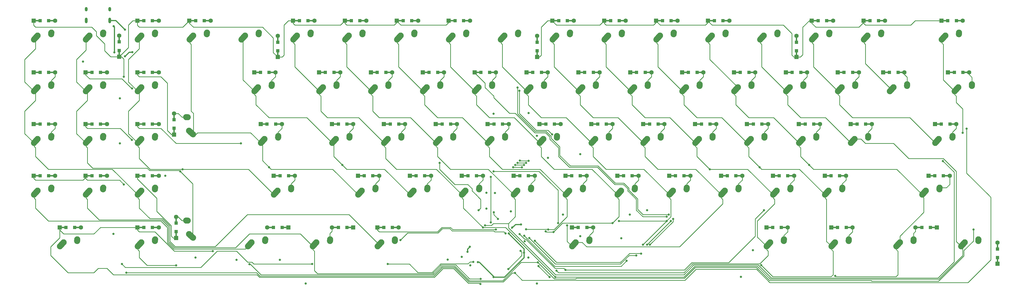
<source format=gtl>
G04 #@! TF.GenerationSoftware,KiCad,Pcbnew,(5.1.6)-1*
G04 #@! TF.CreationDate,2020-07-18T03:31:17-04:00*
G04 #@! TF.ProjectId,southpawpcb,736f7574-6870-4617-9770-63622e6b6963,rev?*
G04 #@! TF.SameCoordinates,Original*
G04 #@! TF.FileFunction,Copper,L1,Top*
G04 #@! TF.FilePolarity,Positive*
%FSLAX46Y46*%
G04 Gerber Fmt 4.6, Leading zero omitted, Abs format (unit mm)*
G04 Created by KiCad (PCBNEW (5.1.6)-1) date 2020-07-18 03:31:17*
%MOMM*%
%LPD*%
G01*
G04 APERTURE LIST*
G04 #@! TA.AperFunction,ComponentPad*
%ADD10C,2.250000*%
G04 #@! TD*
G04 #@! TA.AperFunction,ComponentPad*
%ADD11O,1.000000X1.600000*%
G04 #@! TD*
G04 #@! TA.AperFunction,ComponentPad*
%ADD12O,1.000000X2.100000*%
G04 #@! TD*
G04 #@! TA.AperFunction,ComponentPad*
%ADD13C,1.600000*%
G04 #@! TD*
G04 #@! TA.AperFunction,ComponentPad*
%ADD14R,1.600000X1.600000*%
G04 #@! TD*
G04 #@! TA.AperFunction,Conductor*
%ADD15R,2.500000X0.500000*%
G04 #@! TD*
G04 #@! TA.AperFunction,SMDPad,CuDef*
%ADD16R,1.200000X1.200000*%
G04 #@! TD*
G04 #@! TA.AperFunction,Conductor*
%ADD17R,0.500000X2.500000*%
G04 #@! TD*
G04 #@! TA.AperFunction,ViaPad*
%ADD18C,0.800000*%
G04 #@! TD*
G04 #@! TA.AperFunction,Conductor*
%ADD19C,0.254000*%
G04 #@! TD*
G04 #@! TA.AperFunction,Conductor*
%ADD20C,0.381000*%
G04 #@! TD*
G04 APERTURE END LIST*
G04 #@! TO.P,K44,2*
G04 #@! TO.N,Net-(D44-Pad2)*
G04 #@! TA.AperFunction,ComponentPad*
G36*
G01*
X154103597Y47851666D02*
X154103597Y47851666D01*
G75*
G02*
X153058666Y49051403I77403J1122334D01*
G01*
X153098666Y49631403D01*
G75*
G02*
X154298403Y50676334I1122334J-77403D01*
G01*
X154298403Y50676334D01*
G75*
G02*
X155343334Y49476597I-77403J-1122334D01*
G01*
X155303334Y48896597D01*
G75*
G02*
X154103597Y47851666I-1122334J77403D01*
G01*
G37*
G04 #@! TD.AperFunction*
D10*
X154221000Y49554000D03*
G04 #@! TO.P,K44,1*
G04 #@! TO.N,col7*
G04 #@! TA.AperFunction,ComponentPad*
G36*
G01*
X147119683Y46176655D02*
X147119683Y46176655D01*
G75*
G02*
X147033655Y47765317I751317J837345D01*
G01*
X148343657Y49225317D01*
G75*
G02*
X149932319Y49311345I837345J-751317D01*
G01*
X149932319Y49311345D01*
G75*
G02*
X150018347Y47722683I-751317J-837345D01*
G01*
X148708345Y46262683D01*
G75*
G02*
X147119683Y46176655I-837345J751317D01*
G01*
G37*
G04 #@! TD.AperFunction*
X149181000Y48474000D03*
G04 #@! TD*
G04 #@! TO.P,K71,1*
G04 #@! TO.N,col7*
X61075000Y10374000D03*
G04 #@! TA.AperFunction,ComponentPad*
G36*
G01*
X59013683Y8076655D02*
X59013683Y8076655D01*
G75*
G02*
X58927655Y9665317I751317J837345D01*
G01*
X60237657Y11125317D01*
G75*
G02*
X61826319Y11211345I837345J-751317D01*
G01*
X61826319Y11211345D01*
G75*
G02*
X61912347Y9622683I-751317J-837345D01*
G01*
X60602345Y8162683D01*
G75*
G02*
X59013683Y8076655I-837345J751317D01*
G01*
G37*
G04 #@! TD.AperFunction*
G04 #@! TO.P,K71,2*
G04 #@! TO.N,Net-(D71-Pad2)*
X66115000Y11454000D03*
G04 #@! TA.AperFunction,ComponentPad*
G36*
G01*
X65997597Y9751666D02*
X65997597Y9751666D01*
G75*
G02*
X64952666Y10951403I77403J1122334D01*
G01*
X64992666Y11531403D01*
G75*
G02*
X66192403Y12576334I1122334J-77403D01*
G01*
X66192403Y12576334D01*
G75*
G02*
X67237334Y11376597I-77403J-1122334D01*
G01*
X67197334Y10796597D01*
G75*
G02*
X65997597Y9751666I-1122334J77403D01*
G01*
G37*
G04 #@! TD.AperFunction*
G04 #@! TD*
G04 #@! TO.P,K2,2*
G04 #@! TO.N,Net-(D2-Pad2)*
G04 #@! TA.AperFunction,ComponentPad*
G36*
G01*
X6466797Y85951666D02*
X6466797Y85951666D01*
G75*
G02*
X5421866Y87151403I77403J1122334D01*
G01*
X5461866Y87731403D01*
G75*
G02*
X6661603Y88776334I1122334J-77403D01*
G01*
X6661603Y88776334D01*
G75*
G02*
X7706534Y87576597I-77403J-1122334D01*
G01*
X7666534Y86996597D01*
G75*
G02*
X6466797Y85951666I-1122334J77403D01*
G01*
G37*
G04 #@! TD.AperFunction*
X6584200Y87654000D03*
G04 #@! TO.P,K2,1*
G04 #@! TO.N,col1*
G04 #@! TA.AperFunction,ComponentPad*
G36*
G01*
X-517117Y84276655D02*
X-517117Y84276655D01*
G75*
G02*
X-603145Y85865317I751317J837345D01*
G01*
X706857Y87325317D01*
G75*
G02*
X2295519Y87411345I837345J-751317D01*
G01*
X2295519Y87411345D01*
G75*
G02*
X2381547Y85822683I-751317J-837345D01*
G01*
X1071545Y84362683D01*
G75*
G02*
X-517117Y84276655I-837345J751317D01*
G01*
G37*
G04 #@! TD.AperFunction*
X1544200Y86574000D03*
G04 #@! TD*
D11*
G04 #@! TO.P,USB1,13*
G04 #@! TO.N,GND*
X9019000Y96333000D03*
X379000Y96333000D03*
D12*
X9019000Y92153000D03*
X379000Y92153000D03*
G04 #@! TD*
D10*
G04 #@! TO.P,K46,1*
G04 #@! TO.N,col0*
X187281000Y48474000D03*
G04 #@! TA.AperFunction,ComponentPad*
G36*
G01*
X185219683Y46176655D02*
X185219683Y46176655D01*
G75*
G02*
X185133655Y47765317I751317J837345D01*
G01*
X186443657Y49225317D01*
G75*
G02*
X188032319Y49311345I837345J-751317D01*
G01*
X188032319Y49311345D01*
G75*
G02*
X188118347Y47722683I-751317J-837345D01*
G01*
X186808345Y46262683D01*
G75*
G02*
X185219683Y46176655I-837345J751317D01*
G01*
G37*
G04 #@! TD.AperFunction*
G04 #@! TO.P,K46,2*
G04 #@! TO.N,Net-(D46-Pad2)*
X192321000Y49554000D03*
G04 #@! TA.AperFunction,ComponentPad*
G36*
G01*
X192203597Y47851666D02*
X192203597Y47851666D01*
G75*
G02*
X191158666Y49051403I77403J1122334D01*
G01*
X191198666Y49631403D01*
G75*
G02*
X192398403Y50676334I1122334J-77403D01*
G01*
X192398403Y50676334D01*
G75*
G02*
X193443334Y49476597I-77403J-1122334D01*
G01*
X193403334Y48896597D01*
G75*
G02*
X192203597Y47851666I-1122334J77403D01*
G01*
G37*
G04 #@! TD.AperFunction*
G04 #@! TD*
D13*
G04 #@! TO.P,D7,2*
G04 #@! TO.N,Net-(D7-Pad2)*
X103194000Y92099000D03*
D14*
G04 #@! TO.P,D7,1*
G04 #@! TO.N,row0*
X95394000Y92099000D03*
D15*
G04 #@! TD*
G04 #@! TO.N,Net-(D7-Pad2)*
G04 #@! TO.C,D7*
X101994000Y92099000D03*
D16*
G04 #@! TO.P,D7,2*
G04 #@! TO.N,Net-(D7-Pad2)*
X100869000Y92099000D03*
G04 #@! TO.P,D7,1*
G04 #@! TO.N,row0*
X97719000Y92099000D03*
D15*
G04 #@! TD*
G04 #@! TO.N,row0*
G04 #@! TO.C,D7*
X96594000Y92099000D03*
D10*
G04 #@! TO.P,K65,1*
G04 #@! TO.N,col1*
X234907000Y29424000D03*
G04 #@! TA.AperFunction,ComponentPad*
G36*
G01*
X232845683Y27126655D02*
X232845683Y27126655D01*
G75*
G02*
X232759655Y28715317I751317J837345D01*
G01*
X234069657Y30175317D01*
G75*
G02*
X235658319Y30261345I837345J-751317D01*
G01*
X235658319Y30261345D01*
G75*
G02*
X235744347Y28672683I-751317J-837345D01*
G01*
X234434345Y27212683D01*
G75*
G02*
X232845683Y27126655I-837345J751317D01*
G01*
G37*
G04 #@! TD.AperFunction*
G04 #@! TO.P,K65,2*
G04 #@! TO.N,Net-(D65-Pad2)*
X239947000Y30504000D03*
G04 #@! TA.AperFunction,ComponentPad*
G36*
G01*
X239829597Y28801666D02*
X239829597Y28801666D01*
G75*
G02*
X238784666Y30001403I77403J1122334D01*
G01*
X238824666Y30581403D01*
G75*
G02*
X240024403Y31626334I1122334J-77403D01*
G01*
X240024403Y31626334D01*
G75*
G02*
X241069334Y30426597I-77403J-1122334D01*
G01*
X241029334Y29846597D01*
G75*
G02*
X239829597Y28801666I-1122334J77403D01*
G01*
G37*
G04 #@! TD.AperFunction*
G04 #@! TD*
D15*
G04 #@! TO.N,row5*
G04 #@! TO.C,D48*
X225181000Y53999000D03*
D16*
G04 #@! TD*
G04 #@! TO.P,D48,1*
G04 #@! TO.N,row5*
X226306000Y53999000D03*
G04 #@! TO.P,D48,2*
G04 #@! TO.N,Net-(D48-Pad2)*
X229456000Y53999000D03*
D15*
G04 #@! TD*
G04 #@! TO.N,Net-(D48-Pad2)*
G04 #@! TO.C,D48*
X230581000Y53999000D03*
D14*
G04 #@! TO.P,D48,1*
G04 #@! TO.N,row5*
X223981000Y53999000D03*
D13*
G04 #@! TO.P,D48,2*
G04 #@! TO.N,Net-(D48-Pad2)*
X231781000Y53999000D03*
G04 #@! TD*
D10*
G04 #@! TO.P,K69,1*
G04 #@! TO.N,col5*
X-7980800Y10374000D03*
G04 #@! TA.AperFunction,ComponentPad*
G36*
G01*
X-10042117Y8076655D02*
X-10042117Y8076655D01*
G75*
G02*
X-10128145Y9665317I751317J837345D01*
G01*
X-8818143Y11125317D01*
G75*
G02*
X-7229481Y11211345I837345J-751317D01*
G01*
X-7229481Y11211345D01*
G75*
G02*
X-7143453Y9622683I-751317J-837345D01*
G01*
X-8453455Y8162683D01*
G75*
G02*
X-10042117Y8076655I-837345J751317D01*
G01*
G37*
G04 #@! TD.AperFunction*
G04 #@! TO.P,K69,2*
G04 #@! TO.N,Net-(D69-Pad2)*
X-2940800Y11454000D03*
G04 #@! TA.AperFunction,ComponentPad*
G36*
G01*
X-3058203Y9751666D02*
X-3058203Y9751666D01*
G75*
G02*
X-4103134Y10951403I77403J1122334D01*
G01*
X-4063134Y11531403D01*
G75*
G02*
X-2863397Y12576334I1122334J-77403D01*
G01*
X-2863397Y12576334D01*
G75*
G02*
X-1818466Y11376597I-77403J-1122334D01*
G01*
X-1858466Y10796597D01*
G75*
G02*
X-3058203Y9751666I-1122334J77403D01*
G01*
G37*
G04 #@! TD.AperFunction*
G04 #@! TD*
G04 #@! TO.P,K77,1*
G04 #@! TO.N,col4*
X299200000Y10374000D03*
G04 #@! TA.AperFunction,ComponentPad*
G36*
G01*
X297138683Y8076655D02*
X297138683Y8076655D01*
G75*
G02*
X297052655Y9665317I751317J837345D01*
G01*
X298362657Y11125317D01*
G75*
G02*
X299951319Y11211345I837345J-751317D01*
G01*
X299951319Y11211345D01*
G75*
G02*
X300037347Y9622683I-751317J-837345D01*
G01*
X298727345Y8162683D01*
G75*
G02*
X297138683Y8076655I-837345J751317D01*
G01*
G37*
G04 #@! TD.AperFunction*
G04 #@! TO.P,K77,2*
G04 #@! TO.N,Net-(D77-Pad2)*
X304240000Y11454000D03*
G04 #@! TA.AperFunction,ComponentPad*
G36*
G01*
X304122597Y9751666D02*
X304122597Y9751666D01*
G75*
G02*
X303077666Y10951403I77403J1122334D01*
G01*
X303117666Y11531403D01*
G75*
G02*
X304317403Y12576334I1122334J-77403D01*
G01*
X304317403Y12576334D01*
G75*
G02*
X305362334Y11376597I-77403J-1122334D01*
G01*
X305322334Y10796597D01*
G75*
G02*
X304122597Y9751666I-1122334J77403D01*
G01*
G37*
G04 #@! TD.AperFunction*
G04 #@! TD*
D13*
G04 #@! TO.P,D72,2*
G04 #@! TO.N,Net-(D72-Pad2)*
X90631000Y15899000D03*
D14*
G04 #@! TO.P,D72,1*
G04 #@! TO.N,row7*
X98431000Y15899000D03*
D15*
G04 #@! TD*
G04 #@! TO.N,Net-(D72-Pad2)*
G04 #@! TO.C,D72*
X91831000Y15899000D03*
D16*
G04 #@! TO.P,D72,2*
G04 #@! TO.N,Net-(D72-Pad2)*
X92956000Y15899000D03*
G04 #@! TO.P,D72,1*
G04 #@! TO.N,row7*
X96106000Y15899000D03*
D15*
G04 #@! TD*
G04 #@! TO.N,row7*
G04 #@! TO.C,D72*
X97231000Y15899000D03*
G04 #@! TO.P,K59,2*
G04 #@! TO.N,Net-(D59-Pad2)*
G04 #@! TA.AperFunction,ComponentPad*
G36*
G01*
X125529597Y28801666D02*
X125529597Y28801666D01*
G75*
G02*
X124484666Y30001403I77403J1122334D01*
G01*
X124524666Y30581403D01*
G75*
G02*
X125724403Y31626334I1122334J-77403D01*
G01*
X125724403Y31626334D01*
G75*
G02*
X126769334Y30426597I-77403J-1122334D01*
G01*
X126729334Y29846597D01*
G75*
G02*
X125529597Y28801666I-1122334J77403D01*
G01*
G37*
G04 #@! TD.AperFunction*
D10*
X125647000Y30504000D03*
G04 #@! TO.P,K59,1*
G04 #@! TO.N,col4*
G04 #@! TA.AperFunction,ComponentPad*
G36*
G01*
X118545683Y27126655D02*
X118545683Y27126655D01*
G75*
G02*
X118459655Y28715317I751317J837345D01*
G01*
X119769657Y30175317D01*
G75*
G02*
X121358319Y30261345I837345J-751317D01*
G01*
X121358319Y30261345D01*
G75*
G02*
X121444347Y28672683I-751317J-837345D01*
G01*
X120134345Y27212683D01*
G75*
G02*
X118545683Y27126655I-837345J751317D01*
G01*
G37*
G04 #@! TD.AperFunction*
X120607000Y29424000D03*
G04 #@! TD*
D13*
G04 #@! TO.P,D39,2*
G04 #@! TO.N,Net-(D39-Pad2)*
X26994200Y53999000D03*
D14*
G04 #@! TO.P,D39,1*
G04 #@! TO.N,row4*
X19194200Y53999000D03*
D15*
G04 #@! TD*
G04 #@! TO.N,Net-(D39-Pad2)*
G04 #@! TO.C,D39*
X25794200Y53999000D03*
D16*
G04 #@! TO.P,D39,2*
G04 #@! TO.N,Net-(D39-Pad2)*
X24669200Y53999000D03*
G04 #@! TO.P,D39,1*
G04 #@! TO.N,row4*
X21519200Y53999000D03*
D15*
G04 #@! TD*
G04 #@! TO.N,row4*
G04 #@! TO.C,D39*
X20394200Y53999000D03*
G04 #@! TO.P,K25,2*
G04 #@! TO.N,Net-(D25-Pad2)*
G04 #@! TA.AperFunction,ComponentPad*
G36*
G01*
X111241597Y66901666D02*
X111241597Y66901666D01*
G75*
G02*
X110196666Y68101403I77403J1122334D01*
G01*
X110236666Y68681403D01*
G75*
G02*
X111436403Y69726334I1122334J-77403D01*
G01*
X111436403Y69726334D01*
G75*
G02*
X112481334Y68526597I-77403J-1122334D01*
G01*
X112441334Y67946597D01*
G75*
G02*
X111241597Y66901666I-1122334J77403D01*
G01*
G37*
G04 #@! TD.AperFunction*
D10*
X111359000Y68604000D03*
G04 #@! TO.P,K25,1*
G04 #@! TO.N,col6*
G04 #@! TA.AperFunction,ComponentPad*
G36*
G01*
X104257683Y65226655D02*
X104257683Y65226655D01*
G75*
G02*
X104171655Y66815317I751317J837345D01*
G01*
X105481657Y68275317D01*
G75*
G02*
X107070319Y68361345I837345J-751317D01*
G01*
X107070319Y68361345D01*
G75*
G02*
X107156347Y66772683I-751317J-837345D01*
G01*
X105846345Y65312683D01*
G75*
G02*
X104257683Y65226655I-837345J751317D01*
G01*
G37*
G04 #@! TD.AperFunction*
X106319000Y67524000D03*
G04 #@! TD*
G04 #@! TO.P,K8,1*
G04 #@! TO.N,col7*
X115844000Y86574000D03*
G04 #@! TA.AperFunction,ComponentPad*
G36*
G01*
X113782683Y84276655D02*
X113782683Y84276655D01*
G75*
G02*
X113696655Y85865317I751317J837345D01*
G01*
X115006657Y87325317D01*
G75*
G02*
X116595319Y87411345I837345J-751317D01*
G01*
X116595319Y87411345D01*
G75*
G02*
X116681347Y85822683I-751317J-837345D01*
G01*
X115371345Y84362683D01*
G75*
G02*
X113782683Y84276655I-837345J751317D01*
G01*
G37*
G04 #@! TD.AperFunction*
G04 #@! TO.P,K8,2*
G04 #@! TO.N,Net-(D8-Pad2)*
X120884000Y87654000D03*
G04 #@! TA.AperFunction,ComponentPad*
G36*
G01*
X120766597Y85951666D02*
X120766597Y85951666D01*
G75*
G02*
X119721666Y87151403I77403J1122334D01*
G01*
X119761666Y87731403D01*
G75*
G02*
X120961403Y88776334I1122334J-77403D01*
G01*
X120961403Y88776334D01*
G75*
G02*
X122006334Y87576597I-77403J-1122334D01*
G01*
X121966334Y86996597D01*
G75*
G02*
X120766597Y85951666I-1122334J77403D01*
G01*
G37*
G04 #@! TD.AperFunction*
G04 #@! TD*
D17*
G04 #@! TO.N,row0*
G04 #@! TO.C,D2*
X12446000Y79977000D03*
D16*
G04 #@! TD*
G04 #@! TO.P,D2,1*
G04 #@! TO.N,row0*
X12446000Y81102000D03*
G04 #@! TO.P,D2,2*
G04 #@! TO.N,Net-(D2-Pad2)*
X12446000Y84252000D03*
D17*
G04 #@! TD*
G04 #@! TO.N,Net-(D2-Pad2)*
G04 #@! TO.C,D2*
X12446000Y85377000D03*
D14*
G04 #@! TO.P,D2,1*
G04 #@! TO.N,row0*
X12446000Y78777000D03*
D13*
G04 #@! TO.P,D2,2*
G04 #@! TO.N,Net-(D2-Pad2)*
X12446000Y86577000D03*
G04 #@! TD*
D15*
G04 #@! TO.N,row5*
G04 #@! TO.C,D50*
X263281000Y53999000D03*
D16*
G04 #@! TD*
G04 #@! TO.P,D50,1*
G04 #@! TO.N,row5*
X264406000Y53999000D03*
G04 #@! TO.P,D50,2*
G04 #@! TO.N,Net-(D50-Pad2)*
X267556000Y53999000D03*
D15*
G04 #@! TD*
G04 #@! TO.N,Net-(D50-Pad2)*
G04 #@! TO.C,D50*
X268681000Y53999000D03*
D14*
G04 #@! TO.P,D50,1*
G04 #@! TO.N,row5*
X262081000Y53999000D03*
D13*
G04 #@! TO.P,D50,2*
G04 #@! TO.N,Net-(D50-Pad2)*
X269881000Y53999000D03*
G04 #@! TD*
D10*
G04 #@! TO.P,K28,1*
G04 #@! TO.N,col0*
X163469000Y67524000D03*
G04 #@! TA.AperFunction,ComponentPad*
G36*
G01*
X161407683Y65226655D02*
X161407683Y65226655D01*
G75*
G02*
X161321655Y66815317I751317J837345D01*
G01*
X162631657Y68275317D01*
G75*
G02*
X164220319Y68361345I837345J-751317D01*
G01*
X164220319Y68361345D01*
G75*
G02*
X164306347Y66772683I-751317J-837345D01*
G01*
X162996345Y65312683D01*
G75*
G02*
X161407683Y65226655I-837345J751317D01*
G01*
G37*
G04 #@! TD.AperFunction*
G04 #@! TO.P,K28,2*
G04 #@! TO.N,Net-(D28-Pad2)*
X168509000Y68604000D03*
G04 #@! TA.AperFunction,ComponentPad*
G36*
G01*
X168391597Y66901666D02*
X168391597Y66901666D01*
G75*
G02*
X167346666Y68101403I77403J1122334D01*
G01*
X167386666Y68681403D01*
G75*
G02*
X168586403Y69726334I1122334J-77403D01*
G01*
X168586403Y69726334D01*
G75*
G02*
X169631334Y68526597I-77403J-1122334D01*
G01*
X169591334Y67946597D01*
G75*
G02*
X168391597Y66901666I-1122334J77403D01*
G01*
G37*
G04 #@! TD.AperFunction*
G04 #@! TD*
D13*
G04 #@! TO.P,D21,2*
G04 #@! TO.N,Net-(D21-Pad2)*
X26994200Y73049000D03*
D14*
G04 #@! TO.P,D21,1*
G04 #@! TO.N,row2*
X19194200Y73049000D03*
D15*
G04 #@! TD*
G04 #@! TO.N,Net-(D21-Pad2)*
G04 #@! TO.C,D21*
X25794200Y73049000D03*
D16*
G04 #@! TO.P,D21,2*
G04 #@! TO.N,Net-(D21-Pad2)*
X24669200Y73049000D03*
G04 #@! TO.P,D21,1*
G04 #@! TO.N,row2*
X21519200Y73049000D03*
D15*
G04 #@! TD*
G04 #@! TO.N,row2*
G04 #@! TO.C,D21*
X20394200Y73049000D03*
G04 #@! TO.N,row5*
G04 #@! TO.C,D53*
X-17705800Y34949000D03*
D16*
G04 #@! TD*
G04 #@! TO.P,D53,1*
G04 #@! TO.N,row5*
X-16580800Y34949000D03*
G04 #@! TO.P,D53,2*
G04 #@! TO.N,Net-(D53-Pad2)*
X-13430800Y34949000D03*
D15*
G04 #@! TD*
G04 #@! TO.N,Net-(D53-Pad2)*
G04 #@! TO.C,D53*
X-12305800Y34949000D03*
D14*
G04 #@! TO.P,D53,1*
G04 #@! TO.N,row5*
X-18905800Y34949000D03*
D13*
G04 #@! TO.P,D53,2*
G04 #@! TO.N,Net-(D53-Pad2)*
X-11105800Y34949000D03*
G04 #@! TD*
D15*
G04 #@! TO.N,row2*
G04 #@! TO.C,D26*
X125169000Y73049000D03*
D16*
G04 #@! TD*
G04 #@! TO.P,D26,1*
G04 #@! TO.N,row2*
X126294000Y73049000D03*
G04 #@! TO.P,D26,2*
G04 #@! TO.N,Net-(D26-Pad2)*
X129444000Y73049000D03*
D15*
G04 #@! TD*
G04 #@! TO.N,Net-(D26-Pad2)*
G04 #@! TO.C,D26*
X130569000Y73049000D03*
D14*
G04 #@! TO.P,D26,1*
G04 #@! TO.N,row2*
X123969000Y73049000D03*
D13*
G04 #@! TO.P,D26,2*
G04 #@! TO.N,Net-(D26-Pad2)*
X131769000Y73049000D03*
G04 #@! TD*
G04 #@! TO.P,D60,2*
G04 #@! TO.N,Net-(D60-Pad2)*
X146057000Y34949000D03*
D14*
G04 #@! TO.P,D60,1*
G04 #@! TO.N,row6*
X138257000Y34949000D03*
D15*
G04 #@! TD*
G04 #@! TO.N,Net-(D60-Pad2)*
G04 #@! TO.C,D60*
X144857000Y34949000D03*
D16*
G04 #@! TO.P,D60,2*
G04 #@! TO.N,Net-(D60-Pad2)*
X143732000Y34949000D03*
G04 #@! TO.P,D60,1*
G04 #@! TO.N,row6*
X140582000Y34949000D03*
D15*
G04 #@! TD*
G04 #@! TO.N,row6*
G04 #@! TO.C,D60*
X139457000Y34949000D03*
G04 #@! TO.N,row4*
G04 #@! TO.C,D42*
X110881000Y53999000D03*
D16*
G04 #@! TD*
G04 #@! TO.P,D42,1*
G04 #@! TO.N,row4*
X112006000Y53999000D03*
G04 #@! TO.P,D42,2*
G04 #@! TO.N,Net-(D42-Pad2)*
X115156000Y53999000D03*
D15*
G04 #@! TD*
G04 #@! TO.N,Net-(D42-Pad2)*
G04 #@! TO.C,D42*
X116281000Y53999000D03*
D14*
G04 #@! TO.P,D42,1*
G04 #@! TO.N,row4*
X109681000Y53999000D03*
D13*
G04 #@! TO.P,D42,2*
G04 #@! TO.N,Net-(D42-Pad2)*
X117481000Y53999000D03*
G04 #@! TD*
D15*
G04 #@! TO.N,row0*
G04 #@! TO.C,D4*
X39444200Y92099000D03*
D16*
G04 #@! TD*
G04 #@! TO.P,D4,1*
G04 #@! TO.N,row0*
X40569200Y92099000D03*
G04 #@! TO.P,D4,2*
G04 #@! TO.N,Net-(D4-Pad2)*
X43719200Y92099000D03*
D15*
G04 #@! TD*
G04 #@! TO.N,Net-(D4-Pad2)*
G04 #@! TO.C,D4*
X44844200Y92099000D03*
D14*
G04 #@! TO.P,D4,1*
G04 #@! TO.N,row0*
X38244200Y92099000D03*
D13*
G04 #@! TO.P,D4,2*
G04 #@! TO.N,Net-(D4-Pad2)*
X46044200Y92099000D03*
G04 #@! TD*
D10*
G04 #@! TO.P,K27,1*
G04 #@! TO.N,col8*
X144419000Y67524000D03*
G04 #@! TA.AperFunction,ComponentPad*
G36*
G01*
X142357683Y65226655D02*
X142357683Y65226655D01*
G75*
G02*
X142271655Y66815317I751317J837345D01*
G01*
X143581657Y68275317D01*
G75*
G02*
X145170319Y68361345I837345J-751317D01*
G01*
X145170319Y68361345D01*
G75*
G02*
X145256347Y66772683I-751317J-837345D01*
G01*
X143946345Y65312683D01*
G75*
G02*
X142357683Y65226655I-837345J751317D01*
G01*
G37*
G04 #@! TD.AperFunction*
G04 #@! TO.P,K27,2*
G04 #@! TO.N,Net-(D27-Pad2)*
X149459000Y68604000D03*
G04 #@! TA.AperFunction,ComponentPad*
G36*
G01*
X149341597Y66901666D02*
X149341597Y66901666D01*
G75*
G02*
X148296666Y68101403I77403J1122334D01*
G01*
X148336666Y68681403D01*
G75*
G02*
X149536403Y69726334I1122334J-77403D01*
G01*
X149536403Y69726334D01*
G75*
G02*
X150581334Y68526597I-77403J-1122334D01*
G01*
X150541334Y67946597D01*
G75*
G02*
X149341597Y66901666I-1122334J77403D01*
G01*
G37*
G04 #@! TD.AperFunction*
G04 #@! TD*
D13*
G04 #@! TO.P,D3,2*
G04 #@! TO.N,Net-(D3-Pad2)*
X26994200Y92099000D03*
D14*
G04 #@! TO.P,D3,1*
G04 #@! TO.N,row0*
X19194200Y92099000D03*
D15*
G04 #@! TD*
G04 #@! TO.N,Net-(D3-Pad2)*
G04 #@! TO.C,D3*
X25794200Y92099000D03*
D16*
G04 #@! TO.P,D3,2*
G04 #@! TO.N,Net-(D3-Pad2)*
X24669200Y92099000D03*
G04 #@! TO.P,D3,1*
G04 #@! TO.N,row0*
X21519200Y92099000D03*
D15*
G04 #@! TD*
G04 #@! TO.N,row0*
G04 #@! TO.C,D3*
X20394200Y92099000D03*
D10*
G04 #@! TO.P,K5,1*
G04 #@! TO.N,col4*
X58694000Y86574000D03*
G04 #@! TA.AperFunction,ComponentPad*
G36*
G01*
X56632683Y84276655D02*
X56632683Y84276655D01*
G75*
G02*
X56546655Y85865317I751317J837345D01*
G01*
X57856657Y87325317D01*
G75*
G02*
X59445319Y87411345I837345J-751317D01*
G01*
X59445319Y87411345D01*
G75*
G02*
X59531347Y85822683I-751317J-837345D01*
G01*
X58221345Y84362683D01*
G75*
G02*
X56632683Y84276655I-837345J751317D01*
G01*
G37*
G04 #@! TD.AperFunction*
G04 #@! TO.P,K5,2*
G04 #@! TO.N,Net-(D5-Pad2)*
X63734000Y87654000D03*
G04 #@! TA.AperFunction,ComponentPad*
G36*
G01*
X63616597Y85951666D02*
X63616597Y85951666D01*
G75*
G02*
X62571666Y87151403I77403J1122334D01*
G01*
X62611666Y87731403D01*
G75*
G02*
X63811403Y88776334I1122334J-77403D01*
G01*
X63811403Y88776334D01*
G75*
G02*
X64856334Y87576597I-77403J-1122334D01*
G01*
X64816334Y86996597D01*
G75*
G02*
X63616597Y85951666I-1122334J77403D01*
G01*
G37*
G04 #@! TD.AperFunction*
G04 #@! TD*
G04 #@! TO.P,K64,2*
G04 #@! TO.N,Net-(D64-Pad2)*
G04 #@! TA.AperFunction,ComponentPad*
G36*
G01*
X220779597Y28801666D02*
X220779597Y28801666D01*
G75*
G02*
X219734666Y30001403I77403J1122334D01*
G01*
X219774666Y30581403D01*
G75*
G02*
X220974403Y31626334I1122334J-77403D01*
G01*
X220974403Y31626334D01*
G75*
G02*
X222019334Y30426597I-77403J-1122334D01*
G01*
X221979334Y29846597D01*
G75*
G02*
X220779597Y28801666I-1122334J77403D01*
G01*
G37*
G04 #@! TD.AperFunction*
X220897000Y30504000D03*
G04 #@! TO.P,K64,1*
G04 #@! TO.N,col0*
G04 #@! TA.AperFunction,ComponentPad*
G36*
G01*
X213795683Y27126655D02*
X213795683Y27126655D01*
G75*
G02*
X213709655Y28715317I751317J837345D01*
G01*
X215019657Y30175317D01*
G75*
G02*
X216608319Y30261345I837345J-751317D01*
G01*
X216608319Y30261345D01*
G75*
G02*
X216694347Y28672683I-751317J-837345D01*
G01*
X215384345Y27212683D01*
G75*
G02*
X213795683Y27126655I-837345J751317D01*
G01*
G37*
G04 #@! TD.AperFunction*
X215857000Y29424000D03*
G04 #@! TD*
D13*
G04 #@! TO.P,D25,2*
G04 #@! TO.N,Net-(D25-Pad2)*
X112719000Y73049000D03*
D14*
G04 #@! TO.P,D25,1*
G04 #@! TO.N,row2*
X104919000Y73049000D03*
D15*
G04 #@! TD*
G04 #@! TO.N,Net-(D25-Pad2)*
G04 #@! TO.C,D25*
X111519000Y73049000D03*
D16*
G04 #@! TO.P,D25,2*
G04 #@! TO.N,Net-(D25-Pad2)*
X110394000Y73049000D03*
G04 #@! TO.P,D25,1*
G04 #@! TO.N,row2*
X107244000Y73049000D03*
D15*
G04 #@! TD*
G04 #@! TO.N,row2*
G04 #@! TO.C,D25*
X106119000Y73049000D03*
D10*
G04 #@! TO.P,K70,1*
G04 #@! TO.N,col6*
X20594200Y10374000D03*
G04 #@! TA.AperFunction,ComponentPad*
G36*
G01*
X18532883Y8076655D02*
X18532883Y8076655D01*
G75*
G02*
X18446855Y9665317I751317J837345D01*
G01*
X19756857Y11125317D01*
G75*
G02*
X21345519Y11211345I837345J-751317D01*
G01*
X21345519Y11211345D01*
G75*
G02*
X21431547Y9622683I-751317J-837345D01*
G01*
X20121545Y8162683D01*
G75*
G02*
X18532883Y8076655I-837345J751317D01*
G01*
G37*
G04 #@! TD.AperFunction*
G04 #@! TO.P,K70,2*
G04 #@! TO.N,Net-(D70-Pad2)*
X25634200Y11454000D03*
G04 #@! TA.AperFunction,ComponentPad*
G36*
G01*
X25516797Y9751666D02*
X25516797Y9751666D01*
G75*
G02*
X24471866Y10951403I77403J1122334D01*
G01*
X24511866Y11531403D01*
G75*
G02*
X25711603Y12576334I1122334J-77403D01*
G01*
X25711603Y12576334D01*
G75*
G02*
X26756534Y11376597I-77403J-1122334D01*
G01*
X26716534Y10796597D01*
G75*
G02*
X25516797Y9751666I-1122334J77403D01*
G01*
G37*
G04 #@! TD.AperFunction*
G04 #@! TD*
D15*
G04 #@! TO.N,row7*
G04 #@! TO.C,D71*
X73419000Y15899000D03*
D16*
G04 #@! TD*
G04 #@! TO.P,D71,1*
G04 #@! TO.N,row7*
X72294000Y15899000D03*
G04 #@! TO.P,D71,2*
G04 #@! TO.N,Net-(D71-Pad2)*
X69144000Y15899000D03*
D15*
G04 #@! TD*
G04 #@! TO.N,Net-(D71-Pad2)*
G04 #@! TO.C,D71*
X68019000Y15899000D03*
D14*
G04 #@! TO.P,D71,1*
G04 #@! TO.N,row7*
X74619000Y15899000D03*
D13*
G04 #@! TO.P,D71,2*
G04 #@! TO.N,Net-(D71-Pad2)*
X66819000Y15899000D03*
G04 #@! TD*
D10*
G04 #@! TO.P,K68,1*
G04 #@! TO.N,col4*
X308725000Y29424000D03*
G04 #@! TA.AperFunction,ComponentPad*
G36*
G01*
X306663683Y27126655D02*
X306663683Y27126655D01*
G75*
G02*
X306577655Y28715317I751317J837345D01*
G01*
X307887657Y30175317D01*
G75*
G02*
X309476319Y30261345I837345J-751317D01*
G01*
X309476319Y30261345D01*
G75*
G02*
X309562347Y28672683I-751317J-837345D01*
G01*
X308252345Y27212683D01*
G75*
G02*
X306663683Y27126655I-837345J751317D01*
G01*
G37*
G04 #@! TD.AperFunction*
G04 #@! TO.P,K68,2*
G04 #@! TO.N,Net-(D68-Pad2)*
X313765000Y30504000D03*
G04 #@! TA.AperFunction,ComponentPad*
G36*
G01*
X313647597Y28801666D02*
X313647597Y28801666D01*
G75*
G02*
X312602666Y30001403I77403J1122334D01*
G01*
X312642666Y30581403D01*
G75*
G02*
X313842403Y31626334I1122334J-77403D01*
G01*
X313842403Y31626334D01*
G75*
G02*
X314887334Y30426597I-77403J-1122334D01*
G01*
X314847334Y29846597D01*
G75*
G02*
X313647597Y28801666I-1122334J77403D01*
G01*
G37*
G04 #@! TD.AperFunction*
G04 #@! TD*
G04 #@! TO.P,K67,2*
G04 #@! TO.N,Net-(D67-Pad2)*
G04 #@! TA.AperFunction,ComponentPad*
G36*
G01*
X277929597Y28801666D02*
X277929597Y28801666D01*
G75*
G02*
X276884666Y30001403I77403J1122334D01*
G01*
X276924666Y30581403D01*
G75*
G02*
X278124403Y31626334I1122334J-77403D01*
G01*
X278124403Y31626334D01*
G75*
G02*
X279169334Y30426597I-77403J-1122334D01*
G01*
X279129334Y29846597D01*
G75*
G02*
X277929597Y28801666I-1122334J77403D01*
G01*
G37*
G04 #@! TD.AperFunction*
X278047000Y30504000D03*
G04 #@! TO.P,K67,1*
G04 #@! TO.N,col3*
G04 #@! TA.AperFunction,ComponentPad*
G36*
G01*
X270945683Y27126655D02*
X270945683Y27126655D01*
G75*
G02*
X270859655Y28715317I751317J837345D01*
G01*
X272169657Y30175317D01*
G75*
G02*
X273758319Y30261345I837345J-751317D01*
G01*
X273758319Y30261345D01*
G75*
G02*
X273844347Y28672683I-751317J-837345D01*
G01*
X272534345Y27212683D01*
G75*
G02*
X270945683Y27126655I-837345J751317D01*
G01*
G37*
G04 #@! TD.AperFunction*
X273007000Y29424000D03*
G04 #@! TD*
D17*
G04 #@! TO.N,row8*
G04 #@! TO.C,D78*
X335038000Y3674000D03*
D16*
G04 #@! TD*
G04 #@! TO.P,D78,1*
G04 #@! TO.N,row8*
X335038000Y4799000D03*
G04 #@! TO.P,D78,2*
G04 #@! TO.N,Net-(D78-Pad2)*
X335038000Y7949000D03*
D17*
G04 #@! TD*
G04 #@! TO.N,Net-(D78-Pad2)*
G04 #@! TO.C,D78*
X335038000Y9074000D03*
D14*
G04 #@! TO.P,D78,1*
G04 #@! TO.N,row8*
X335038000Y2474000D03*
D13*
G04 #@! TO.P,D78,2*
G04 #@! TO.N,Net-(D78-Pad2)*
X335038000Y10274000D03*
G04 #@! TD*
D15*
G04 #@! TO.N,row8*
G04 #@! TO.C,D77*
X311544000Y15899000D03*
D16*
G04 #@! TD*
G04 #@! TO.P,D77,1*
G04 #@! TO.N,row8*
X310419000Y15899000D03*
G04 #@! TO.P,D77,2*
G04 #@! TO.N,Net-(D77-Pad2)*
X307269000Y15899000D03*
D15*
G04 #@! TD*
G04 #@! TO.N,Net-(D77-Pad2)*
G04 #@! TO.C,D77*
X306144000Y15899000D03*
D14*
G04 #@! TO.P,D77,1*
G04 #@! TO.N,row8*
X312744000Y15899000D03*
D13*
G04 #@! TO.P,D77,2*
G04 #@! TO.N,Net-(D77-Pad2)*
X304944000Y15899000D03*
G04 #@! TD*
G04 #@! TO.P,D45,2*
G04 #@! TO.N,Net-(D45-Pad2)*
X174631000Y53999000D03*
D14*
G04 #@! TO.P,D45,1*
G04 #@! TO.N,row4*
X166831000Y53999000D03*
D15*
G04 #@! TD*
G04 #@! TO.N,Net-(D45-Pad2)*
G04 #@! TO.C,D45*
X173431000Y53999000D03*
D16*
G04 #@! TO.P,D45,2*
G04 #@! TO.N,Net-(D45-Pad2)*
X172306000Y53999000D03*
G04 #@! TO.P,D45,1*
G04 #@! TO.N,row4*
X169156000Y53999000D03*
D15*
G04 #@! TD*
G04 #@! TO.N,row4*
G04 #@! TO.C,D45*
X168031000Y53999000D03*
G04 #@! TO.N,row1*
G04 #@! TO.C,D16*
X268044000Y92099000D03*
D16*
G04 #@! TD*
G04 #@! TO.P,D16,1*
G04 #@! TO.N,row1*
X269169000Y92099000D03*
G04 #@! TO.P,D16,2*
G04 #@! TO.N,Net-(D16-Pad2)*
X272319000Y92099000D03*
D15*
G04 #@! TD*
G04 #@! TO.N,Net-(D16-Pad2)*
G04 #@! TO.C,D16*
X273444000Y92099000D03*
D14*
G04 #@! TO.P,D16,1*
G04 #@! TO.N,row1*
X266844000Y92099000D03*
D13*
G04 #@! TO.P,D16,2*
G04 #@! TO.N,Net-(D16-Pad2)*
X274644000Y92099000D03*
G04 #@! TD*
D10*
G04 #@! TO.P,K26,1*
G04 #@! TO.N,col7*
X125369000Y67524000D03*
G04 #@! TA.AperFunction,ComponentPad*
G36*
G01*
X123307683Y65226655D02*
X123307683Y65226655D01*
G75*
G02*
X123221655Y66815317I751317J837345D01*
G01*
X124531657Y68275317D01*
G75*
G02*
X126120319Y68361345I837345J-751317D01*
G01*
X126120319Y68361345D01*
G75*
G02*
X126206347Y66772683I-751317J-837345D01*
G01*
X124896345Y65312683D01*
G75*
G02*
X123307683Y65226655I-837345J751317D01*
G01*
G37*
G04 #@! TD.AperFunction*
G04 #@! TO.P,K26,2*
G04 #@! TO.N,Net-(D26-Pad2)*
X130409000Y68604000D03*
G04 #@! TA.AperFunction,ComponentPad*
G36*
G01*
X130291597Y66901666D02*
X130291597Y66901666D01*
G75*
G02*
X129246666Y68101403I77403J1122334D01*
G01*
X129286666Y68681403D01*
G75*
G02*
X130486403Y69726334I1122334J-77403D01*
G01*
X130486403Y69726334D01*
G75*
G02*
X131531334Y68526597I-77403J-1122334D01*
G01*
X131491334Y67946597D01*
G75*
G02*
X130291597Y66901666I-1122334J77403D01*
G01*
G37*
G04 #@! TD.AperFunction*
G04 #@! TD*
G04 #@! TO.P,K6,2*
G04 #@! TO.N,Net-(D6-Pad2)*
G04 #@! TA.AperFunction,ComponentPad*
G36*
G01*
X82666597Y85951666D02*
X82666597Y85951666D01*
G75*
G02*
X81621666Y87151403I77403J1122334D01*
G01*
X81661666Y87731403D01*
G75*
G02*
X82861403Y88776334I1122334J-77403D01*
G01*
X82861403Y88776334D01*
G75*
G02*
X83906334Y87576597I-77403J-1122334D01*
G01*
X83866334Y86996597D01*
G75*
G02*
X82666597Y85951666I-1122334J77403D01*
G01*
G37*
G04 #@! TD.AperFunction*
X82784000Y87654000D03*
G04 #@! TO.P,K6,1*
G04 #@! TO.N,col5*
G04 #@! TA.AperFunction,ComponentPad*
G36*
G01*
X75682683Y84276655D02*
X75682683Y84276655D01*
G75*
G02*
X75596655Y85865317I751317J837345D01*
G01*
X76906657Y87325317D01*
G75*
G02*
X78495319Y87411345I837345J-751317D01*
G01*
X78495319Y87411345D01*
G75*
G02*
X78581347Y85822683I-751317J-837345D01*
G01*
X77271345Y84362683D01*
G75*
G02*
X75682683Y84276655I-837345J751317D01*
G01*
G37*
G04 #@! TD.AperFunction*
X77744000Y86574000D03*
G04 #@! TD*
D17*
G04 #@! TO.N,row2*
G04 #@! TO.C,D22*
X32619200Y51299000D03*
D16*
G04 #@! TD*
G04 #@! TO.P,D22,1*
G04 #@! TO.N,row2*
X32619200Y52424000D03*
G04 #@! TO.P,D22,2*
G04 #@! TO.N,Net-(D22-Pad2)*
X32619200Y55574000D03*
D17*
G04 #@! TD*
G04 #@! TO.N,Net-(D22-Pad2)*
G04 #@! TO.C,D22*
X32619200Y56699000D03*
D14*
G04 #@! TO.P,D22,1*
G04 #@! TO.N,row2*
X32619200Y50099000D03*
D13*
G04 #@! TO.P,D22,2*
G04 #@! TO.N,Net-(D22-Pad2)*
X32619200Y57899000D03*
G04 #@! TD*
D17*
G04 #@! TO.N,row1*
G04 #@! TO.C,D10*
X165969000Y79874000D03*
D16*
G04 #@! TD*
G04 #@! TO.P,D10,1*
G04 #@! TO.N,row1*
X165969000Y80999000D03*
G04 #@! TO.P,D10,2*
G04 #@! TO.N,Net-(D10-Pad2)*
X165969000Y84149000D03*
D17*
G04 #@! TD*
G04 #@! TO.N,Net-(D10-Pad2)*
G04 #@! TO.C,D10*
X165969000Y85274000D03*
D14*
G04 #@! TO.P,D10,1*
G04 #@! TO.N,row1*
X165969000Y78674000D03*
D13*
G04 #@! TO.P,D10,2*
G04 #@! TO.N,Net-(D10-Pad2)*
X165969000Y86474000D03*
G04 #@! TD*
G04 #@! TO.P,K30,2*
G04 #@! TO.N,Net-(D30-Pad2)*
G04 #@! TA.AperFunction,ComponentPad*
G36*
G01*
X206491597Y66901666D02*
X206491597Y66901666D01*
G75*
G02*
X205446666Y68101403I77403J1122334D01*
G01*
X205486666Y68681403D01*
G75*
G02*
X206686403Y69726334I1122334J-77403D01*
G01*
X206686403Y69726334D01*
G75*
G02*
X207731334Y68526597I-77403J-1122334D01*
G01*
X207691334Y67946597D01*
G75*
G02*
X206491597Y66901666I-1122334J77403D01*
G01*
G37*
G04 #@! TD.AperFunction*
D10*
X206609000Y68604000D03*
G04 #@! TO.P,K30,1*
G04 #@! TO.N,col2*
G04 #@! TA.AperFunction,ComponentPad*
G36*
G01*
X199507683Y65226655D02*
X199507683Y65226655D01*
G75*
G02*
X199421655Y66815317I751317J837345D01*
G01*
X200731657Y68275317D01*
G75*
G02*
X202320319Y68361345I837345J-751317D01*
G01*
X202320319Y68361345D01*
G75*
G02*
X202406347Y66772683I-751317J-837345D01*
G01*
X201096345Y65312683D01*
G75*
G02*
X199507683Y65226655I-837345J751317D01*
G01*
G37*
G04 #@! TD.AperFunction*
X201569000Y67524000D03*
G04 #@! TD*
D13*
G04 #@! TO.P,D54,2*
G04 #@! TO.N,Net-(D54-Pad2)*
X7944200Y34949000D03*
D14*
G04 #@! TO.P,D54,1*
G04 #@! TO.N,row5*
X144200Y34949000D03*
D15*
G04 #@! TD*
G04 #@! TO.N,Net-(D54-Pad2)*
G04 #@! TO.C,D54*
X6744200Y34949000D03*
D16*
G04 #@! TO.P,D54,2*
G04 #@! TO.N,Net-(D54-Pad2)*
X5619200Y34949000D03*
G04 #@! TO.P,D54,1*
G04 #@! TO.N,row5*
X2469200Y34949000D03*
D15*
G04 #@! TD*
G04 #@! TO.N,row5*
G04 #@! TO.C,D54*
X1344200Y34949000D03*
D13*
G04 #@! TO.P,D19,2*
G04 #@! TO.N,Net-(D19-Pad2)*
X-11105800Y73049000D03*
D14*
G04 #@! TO.P,D19,1*
G04 #@! TO.N,row2*
X-18905800Y73049000D03*
D15*
G04 #@! TD*
G04 #@! TO.N,Net-(D19-Pad2)*
G04 #@! TO.C,D19*
X-12305800Y73049000D03*
D16*
G04 #@! TO.P,D19,2*
G04 #@! TO.N,Net-(D19-Pad2)*
X-13430800Y73049000D03*
G04 #@! TO.P,D19,1*
G04 #@! TO.N,row2*
X-16580800Y73049000D03*
D15*
G04 #@! TD*
G04 #@! TO.N,row2*
G04 #@! TO.C,D19*
X-17705800Y73049000D03*
G04 #@! TO.P,K35,2*
G04 #@! TO.N,Net-(D35-Pad2)*
G04 #@! TA.AperFunction,ComponentPad*
G36*
G01*
X301741597Y66901666D02*
X301741597Y66901666D01*
G75*
G02*
X300696666Y68101403I77403J1122334D01*
G01*
X300736666Y68681403D01*
G75*
G02*
X301936403Y69726334I1122334J-77403D01*
G01*
X301936403Y69726334D01*
G75*
G02*
X302981334Y68526597I-77403J-1122334D01*
G01*
X302941334Y67946597D01*
G75*
G02*
X301741597Y66901666I-1122334J77403D01*
G01*
G37*
G04 #@! TD.AperFunction*
D10*
X301859000Y68604000D03*
G04 #@! TO.P,K35,1*
G04 #@! TO.N,col7*
G04 #@! TA.AperFunction,ComponentPad*
G36*
G01*
X294757683Y65226655D02*
X294757683Y65226655D01*
G75*
G02*
X294671655Y66815317I751317J837345D01*
G01*
X295981657Y68275317D01*
G75*
G02*
X297570319Y68361345I837345J-751317D01*
G01*
X297570319Y68361345D01*
G75*
G02*
X297656347Y66772683I-751317J-837345D01*
G01*
X296346345Y65312683D01*
G75*
G02*
X294757683Y65226655I-837345J751317D01*
G01*
G37*
G04 #@! TD.AperFunction*
X296819000Y67524000D03*
G04 #@! TD*
D13*
G04 #@! TO.P,D57,2*
G04 #@! TO.N,Net-(D57-Pad2)*
X77000000Y34949000D03*
D14*
G04 #@! TO.P,D57,1*
G04 #@! TO.N,row6*
X69200000Y34949000D03*
D15*
G04 #@! TD*
G04 #@! TO.N,Net-(D57-Pad2)*
G04 #@! TO.C,D57*
X75800000Y34949000D03*
D16*
G04 #@! TO.P,D57,2*
G04 #@! TO.N,Net-(D57-Pad2)*
X74675000Y34949000D03*
G04 #@! TO.P,D57,1*
G04 #@! TO.N,row6*
X71525000Y34949000D03*
D15*
G04 #@! TD*
G04 #@! TO.N,row6*
G04 #@! TO.C,D57*
X70400000Y34949000D03*
G04 #@! TO.P,K31,2*
G04 #@! TO.N,Net-(D31-Pad2)*
G04 #@! TA.AperFunction,ComponentPad*
G36*
G01*
X225541597Y66901666D02*
X225541597Y66901666D01*
G75*
G02*
X224496666Y68101403I77403J1122334D01*
G01*
X224536666Y68681403D01*
G75*
G02*
X225736403Y69726334I1122334J-77403D01*
G01*
X225736403Y69726334D01*
G75*
G02*
X226781334Y68526597I-77403J-1122334D01*
G01*
X226741334Y67946597D01*
G75*
G02*
X225541597Y66901666I-1122334J77403D01*
G01*
G37*
G04 #@! TD.AperFunction*
D10*
X225659000Y68604000D03*
G04 #@! TO.P,K31,1*
G04 #@! TO.N,col3*
G04 #@! TA.AperFunction,ComponentPad*
G36*
G01*
X218557683Y65226655D02*
X218557683Y65226655D01*
G75*
G02*
X218471655Y66815317I751317J837345D01*
G01*
X219781657Y68275317D01*
G75*
G02*
X221370319Y68361345I837345J-751317D01*
G01*
X221370319Y68361345D01*
G75*
G02*
X221456347Y66772683I-751317J-837345D01*
G01*
X220146345Y65312683D01*
G75*
G02*
X218557683Y65226655I-837345J751317D01*
G01*
G37*
G04 #@! TD.AperFunction*
X220619000Y67524000D03*
G04 #@! TD*
D13*
G04 #@! TO.P,D47,2*
G04 #@! TO.N,Net-(D47-Pad2)*
X212731000Y53999000D03*
D14*
G04 #@! TO.P,D47,1*
G04 #@! TO.N,row5*
X204931000Y53999000D03*
D15*
G04 #@! TD*
G04 #@! TO.N,Net-(D47-Pad2)*
G04 #@! TO.C,D47*
X211531000Y53999000D03*
D16*
G04 #@! TO.P,D47,2*
G04 #@! TO.N,Net-(D47-Pad2)*
X210406000Y53999000D03*
G04 #@! TO.P,D47,1*
G04 #@! TO.N,row5*
X207256000Y53999000D03*
D15*
G04 #@! TD*
G04 #@! TO.N,row5*
G04 #@! TO.C,D47*
X206131000Y53999000D03*
D13*
G04 #@! TO.P,D15,2*
G04 #@! TO.N,Net-(D15-Pad2)*
X261219000Y86474000D03*
D14*
G04 #@! TO.P,D15,1*
G04 #@! TO.N,row1*
X261219000Y78674000D03*
D17*
G04 #@! TD*
G04 #@! TO.N,Net-(D15-Pad2)*
G04 #@! TO.C,D15*
X261219000Y85274000D03*
D16*
G04 #@! TO.P,D15,2*
G04 #@! TO.N,Net-(D15-Pad2)*
X261219000Y84149000D03*
G04 #@! TO.P,D15,1*
G04 #@! TO.N,row1*
X261219000Y80999000D03*
D17*
G04 #@! TD*
G04 #@! TO.N,row1*
G04 #@! TO.C,D15*
X261219000Y79874000D03*
D15*
G04 #@! TO.N,row7*
G04 #@! TO.C,D67*
X272807000Y34949000D03*
D16*
G04 #@! TD*
G04 #@! TO.P,D67,1*
G04 #@! TO.N,row7*
X273932000Y34949000D03*
G04 #@! TO.P,D67,2*
G04 #@! TO.N,Net-(D67-Pad2)*
X277082000Y34949000D03*
D15*
G04 #@! TD*
G04 #@! TO.N,Net-(D67-Pad2)*
G04 #@! TO.C,D67*
X278207000Y34949000D03*
D14*
G04 #@! TO.P,D67,1*
G04 #@! TO.N,row7*
X271607000Y34949000D03*
D13*
G04 #@! TO.P,D67,2*
G04 #@! TO.N,Net-(D67-Pad2)*
X279407000Y34949000D03*
G04 #@! TD*
D10*
G04 #@! TO.P,K40,1*
G04 #@! TO.N,col3*
X65838000Y48474000D03*
G04 #@! TA.AperFunction,ComponentPad*
G36*
G01*
X63776683Y46176655D02*
X63776683Y46176655D01*
G75*
G02*
X63690655Y47765317I751317J837345D01*
G01*
X65000657Y49225317D01*
G75*
G02*
X66589319Y49311345I837345J-751317D01*
G01*
X66589319Y49311345D01*
G75*
G02*
X66675347Y47722683I-751317J-837345D01*
G01*
X65365345Y46262683D01*
G75*
G02*
X63776683Y46176655I-837345J751317D01*
G01*
G37*
G04 #@! TD.AperFunction*
G04 #@! TO.P,K40,2*
G04 #@! TO.N,Net-(D40-Pad2)*
X70878000Y49554000D03*
G04 #@! TA.AperFunction,ComponentPad*
G36*
G01*
X70760597Y47851666D02*
X70760597Y47851666D01*
G75*
G02*
X69715666Y49051403I77403J1122334D01*
G01*
X69755666Y49631403D01*
G75*
G02*
X70955403Y50676334I1122334J-77403D01*
G01*
X70955403Y50676334D01*
G75*
G02*
X72000334Y49476597I-77403J-1122334D01*
G01*
X71960334Y48896597D01*
G75*
G02*
X70760597Y47851666I-1122334J77403D01*
G01*
G37*
G04 #@! TD.AperFunction*
G04 #@! TD*
G04 #@! TO.P,K63,1*
G04 #@! TO.N,col8*
X196807000Y29424000D03*
G04 #@! TA.AperFunction,ComponentPad*
G36*
G01*
X194745683Y27126655D02*
X194745683Y27126655D01*
G75*
G02*
X194659655Y28715317I751317J837345D01*
G01*
X195969657Y30175317D01*
G75*
G02*
X197558319Y30261345I837345J-751317D01*
G01*
X197558319Y30261345D01*
G75*
G02*
X197644347Y28672683I-751317J-837345D01*
G01*
X196334345Y27212683D01*
G75*
G02*
X194745683Y27126655I-837345J751317D01*
G01*
G37*
G04 #@! TD.AperFunction*
G04 #@! TO.P,K63,2*
G04 #@! TO.N,Net-(D63-Pad2)*
X201847000Y30504000D03*
G04 #@! TA.AperFunction,ComponentPad*
G36*
G01*
X201729597Y28801666D02*
X201729597Y28801666D01*
G75*
G02*
X200684666Y30001403I77403J1122334D01*
G01*
X200724666Y30581403D01*
G75*
G02*
X201924403Y31626334I1122334J-77403D01*
G01*
X201924403Y31626334D01*
G75*
G02*
X202969334Y30426597I-77403J-1122334D01*
G01*
X202929334Y29846597D01*
G75*
G02*
X201729597Y28801666I-1122334J77403D01*
G01*
G37*
G04 #@! TD.AperFunction*
G04 #@! TD*
G04 #@! TO.P,K41,2*
G04 #@! TO.N,Net-(D41-Pad2)*
G04 #@! TA.AperFunction,ComponentPad*
G36*
G01*
X96953597Y47851666D02*
X96953597Y47851666D01*
G75*
G02*
X95908666Y49051403I77403J1122334D01*
G01*
X95948666Y49631403D01*
G75*
G02*
X97148403Y50676334I1122334J-77403D01*
G01*
X97148403Y50676334D01*
G75*
G02*
X98193334Y49476597I-77403J-1122334D01*
G01*
X98153334Y48896597D01*
G75*
G02*
X96953597Y47851666I-1122334J77403D01*
G01*
G37*
G04 #@! TD.AperFunction*
X97071000Y49554000D03*
G04 #@! TO.P,K41,1*
G04 #@! TO.N,col4*
G04 #@! TA.AperFunction,ComponentPad*
G36*
G01*
X89969683Y46176655D02*
X89969683Y46176655D01*
G75*
G02*
X89883655Y47765317I751317J837345D01*
G01*
X91193657Y49225317D01*
G75*
G02*
X92782319Y49311345I837345J-751317D01*
G01*
X92782319Y49311345D01*
G75*
G02*
X92868347Y47722683I-751317J-837345D01*
G01*
X91558345Y46262683D01*
G75*
G02*
X89969683Y46176655I-837345J751317D01*
G01*
G37*
G04 #@! TD.AperFunction*
X92031000Y48474000D03*
G04 #@! TD*
D15*
G04 #@! TO.N,row3*
G04 #@! TO.C,D36*
X318050000Y73049000D03*
D16*
G04 #@! TD*
G04 #@! TO.P,D36,1*
G04 #@! TO.N,row3*
X319175000Y73049000D03*
G04 #@! TO.P,D36,2*
G04 #@! TO.N,Net-(D36-Pad2)*
X322325000Y73049000D03*
D15*
G04 #@! TD*
G04 #@! TO.N,Net-(D36-Pad2)*
G04 #@! TO.C,D36*
X323450000Y73049000D03*
D14*
G04 #@! TO.P,D36,1*
G04 #@! TO.N,row3*
X316850000Y73049000D03*
D13*
G04 #@! TO.P,D36,2*
G04 #@! TO.N,Net-(D36-Pad2)*
X324650000Y73049000D03*
G04 #@! TD*
G04 #@! TO.P,D62,2*
G04 #@! TO.N,Net-(D62-Pad2)*
X184157000Y34949000D03*
D14*
G04 #@! TO.P,D62,1*
G04 #@! TO.N,row6*
X176357000Y34949000D03*
D15*
G04 #@! TD*
G04 #@! TO.N,Net-(D62-Pad2)*
G04 #@! TO.C,D62*
X182957000Y34949000D03*
D16*
G04 #@! TO.P,D62,2*
G04 #@! TO.N,Net-(D62-Pad2)*
X181832000Y34949000D03*
G04 #@! TO.P,D62,1*
G04 #@! TO.N,row6*
X178682000Y34949000D03*
D15*
G04 #@! TD*
G04 #@! TO.N,row6*
G04 #@! TO.C,D62*
X177557000Y34949000D03*
D13*
G04 #@! TO.P,D61,2*
G04 #@! TO.N,Net-(D61-Pad2)*
X165107000Y34949000D03*
D14*
G04 #@! TO.P,D61,1*
G04 #@! TO.N,row6*
X157307000Y34949000D03*
D15*
G04 #@! TD*
G04 #@! TO.N,Net-(D61-Pad2)*
G04 #@! TO.C,D61*
X163907000Y34949000D03*
D16*
G04 #@! TO.P,D61,2*
G04 #@! TO.N,Net-(D61-Pad2)*
X162782000Y34949000D03*
G04 #@! TO.P,D61,1*
G04 #@! TO.N,row6*
X159632000Y34949000D03*
D15*
G04 #@! TD*
G04 #@! TO.N,row6*
G04 #@! TO.C,D61*
X158507000Y34949000D03*
G04 #@! TO.N,row5*
G04 #@! TO.C,D52*
X313288000Y53999000D03*
D16*
G04 #@! TD*
G04 #@! TO.P,D52,1*
G04 #@! TO.N,row5*
X314413000Y53999000D03*
G04 #@! TO.P,D52,2*
G04 #@! TO.N,Net-(D52-Pad2)*
X317563000Y53999000D03*
D15*
G04 #@! TD*
G04 #@! TO.N,Net-(D52-Pad2)*
G04 #@! TO.C,D52*
X318688000Y53999000D03*
D14*
G04 #@! TO.P,D52,1*
G04 #@! TO.N,row5*
X312088000Y53999000D03*
D13*
G04 #@! TO.P,D52,2*
G04 #@! TO.N,Net-(D52-Pad2)*
X319888000Y53999000D03*
G04 #@! TD*
D10*
G04 #@! TO.P,K43,1*
G04 #@! TO.N,col6*
X130131000Y48474000D03*
G04 #@! TA.AperFunction,ComponentPad*
G36*
G01*
X128069683Y46176655D02*
X128069683Y46176655D01*
G75*
G02*
X127983655Y47765317I751317J837345D01*
G01*
X129293657Y49225317D01*
G75*
G02*
X130882319Y49311345I837345J-751317D01*
G01*
X130882319Y49311345D01*
G75*
G02*
X130968347Y47722683I-751317J-837345D01*
G01*
X129658345Y46262683D01*
G75*
G02*
X128069683Y46176655I-837345J751317D01*
G01*
G37*
G04 #@! TD.AperFunction*
G04 #@! TO.P,K43,2*
G04 #@! TO.N,Net-(D43-Pad2)*
X135171000Y49554000D03*
G04 #@! TA.AperFunction,ComponentPad*
G36*
G01*
X135053597Y47851666D02*
X135053597Y47851666D01*
G75*
G02*
X134008666Y49051403I77403J1122334D01*
G01*
X134048666Y49631403D01*
G75*
G02*
X135248403Y50676334I1122334J-77403D01*
G01*
X135248403Y50676334D01*
G75*
G02*
X136293334Y49476597I-77403J-1122334D01*
G01*
X136253334Y48896597D01*
G75*
G02*
X135053597Y47851666I-1122334J77403D01*
G01*
G37*
G04 #@! TD.AperFunction*
G04 #@! TD*
G04 #@! TO.P,K73,2*
G04 #@! TO.N,Net-(D73-Pad2)*
G04 #@! TA.AperFunction,ComponentPad*
G36*
G01*
X113622597Y9751666D02*
X113622597Y9751666D01*
G75*
G02*
X112577666Y10951403I77403J1122334D01*
G01*
X112617666Y11531403D01*
G75*
G02*
X113817403Y12576334I1122334J-77403D01*
G01*
X113817403Y12576334D01*
G75*
G02*
X114862334Y11376597I-77403J-1122334D01*
G01*
X114822334Y10796597D01*
G75*
G02*
X113622597Y9751666I-1122334J77403D01*
G01*
G37*
G04 #@! TD.AperFunction*
X113740000Y11454000D03*
G04 #@! TO.P,K73,1*
G04 #@! TO.N,col0*
G04 #@! TA.AperFunction,ComponentPad*
G36*
G01*
X106638683Y8076655D02*
X106638683Y8076655D01*
G75*
G02*
X106552655Y9665317I751317J837345D01*
G01*
X107862657Y11125317D01*
G75*
G02*
X109451319Y11211345I837345J-751317D01*
G01*
X109451319Y11211345D01*
G75*
G02*
X109537347Y9622683I-751317J-837345D01*
G01*
X108227345Y8162683D01*
G75*
G02*
X106638683Y8076655I-837345J751317D01*
G01*
G37*
G04 #@! TD.AperFunction*
X108700000Y10374000D03*
G04 #@! TD*
D13*
G04 #@! TO.P,D37,2*
G04 #@! TO.N,Net-(D37-Pad2)*
X-11105800Y53999000D03*
D14*
G04 #@! TO.P,D37,1*
G04 #@! TO.N,row4*
X-18905800Y53999000D03*
D15*
G04 #@! TD*
G04 #@! TO.N,Net-(D37-Pad2)*
G04 #@! TO.C,D37*
X-12305800Y53999000D03*
D16*
G04 #@! TO.P,D37,2*
G04 #@! TO.N,Net-(D37-Pad2)*
X-13430800Y53999000D03*
G04 #@! TO.P,D37,1*
G04 #@! TO.N,row4*
X-16580800Y53999000D03*
D15*
G04 #@! TD*
G04 #@! TO.N,row4*
G04 #@! TO.C,D37*
X-17705800Y53999000D03*
D10*
G04 #@! TO.P,K49,1*
G04 #@! TO.N,col3*
X244431000Y48474000D03*
G04 #@! TA.AperFunction,ComponentPad*
G36*
G01*
X242369683Y46176655D02*
X242369683Y46176655D01*
G75*
G02*
X242283655Y47765317I751317J837345D01*
G01*
X243593657Y49225317D01*
G75*
G02*
X245182319Y49311345I837345J-751317D01*
G01*
X245182319Y49311345D01*
G75*
G02*
X245268347Y47722683I-751317J-837345D01*
G01*
X243958345Y46262683D01*
G75*
G02*
X242369683Y46176655I-837345J751317D01*
G01*
G37*
G04 #@! TD.AperFunction*
G04 #@! TO.P,K49,2*
G04 #@! TO.N,Net-(D49-Pad2)*
X249471000Y49554000D03*
G04 #@! TA.AperFunction,ComponentPad*
G36*
G01*
X249353597Y47851666D02*
X249353597Y47851666D01*
G75*
G02*
X248308666Y49051403I77403J1122334D01*
G01*
X248348666Y49631403D01*
G75*
G02*
X249548403Y50676334I1122334J-77403D01*
G01*
X249548403Y50676334D01*
G75*
G02*
X250593334Y49476597I-77403J-1122334D01*
G01*
X250553334Y48896597D01*
G75*
G02*
X249353597Y47851666I-1122334J77403D01*
G01*
G37*
G04 #@! TD.AperFunction*
G04 #@! TD*
G04 #@! TO.P,K72,2*
G04 #@! TO.N,Net-(D72-Pad2)*
G04 #@! TA.AperFunction,ComponentPad*
G36*
G01*
X89810597Y9751666D02*
X89810597Y9751666D01*
G75*
G02*
X88765666Y10951403I77403J1122334D01*
G01*
X88805666Y11531403D01*
G75*
G02*
X90005403Y12576334I1122334J-77403D01*
G01*
X90005403Y12576334D01*
G75*
G02*
X91050334Y11376597I-77403J-1122334D01*
G01*
X91010334Y10796597D01*
G75*
G02*
X89810597Y9751666I-1122334J77403D01*
G01*
G37*
G04 #@! TD.AperFunction*
X89928000Y11454000D03*
G04 #@! TO.P,K72,1*
G04 #@! TO.N,col8*
G04 #@! TA.AperFunction,ComponentPad*
G36*
G01*
X82826683Y8076655D02*
X82826683Y8076655D01*
G75*
G02*
X82740655Y9665317I751317J837345D01*
G01*
X84050657Y11125317D01*
G75*
G02*
X85639319Y11211345I837345J-751317D01*
G01*
X85639319Y11211345D01*
G75*
G02*
X85725347Y9622683I-751317J-837345D01*
G01*
X84415345Y8162683D01*
G75*
G02*
X82826683Y8076655I-837345J751317D01*
G01*
G37*
G04 #@! TD.AperFunction*
X84888000Y10374000D03*
G04 #@! TD*
D13*
G04 #@! TO.P,D65,2*
G04 #@! TO.N,Net-(D65-Pad2)*
X241307000Y34949000D03*
D14*
G04 #@! TO.P,D65,1*
G04 #@! TO.N,row7*
X233507000Y34949000D03*
D15*
G04 #@! TD*
G04 #@! TO.N,Net-(D65-Pad2)*
G04 #@! TO.C,D65*
X240107000Y34949000D03*
D16*
G04 #@! TO.P,D65,2*
G04 #@! TO.N,Net-(D65-Pad2)*
X238982000Y34949000D03*
G04 #@! TO.P,D65,1*
G04 #@! TO.N,row7*
X235832000Y34949000D03*
D15*
G04 #@! TD*
G04 #@! TO.N,row7*
G04 #@! TO.C,D65*
X234707000Y34949000D03*
D10*
G04 #@! TO.P,K15,1*
G04 #@! TO.N,col5*
X249194000Y86574000D03*
G04 #@! TA.AperFunction,ComponentPad*
G36*
G01*
X247132683Y84276655D02*
X247132683Y84276655D01*
G75*
G02*
X247046655Y85865317I751317J837345D01*
G01*
X248356657Y87325317D01*
G75*
G02*
X249945319Y87411345I837345J-751317D01*
G01*
X249945319Y87411345D01*
G75*
G02*
X250031347Y85822683I-751317J-837345D01*
G01*
X248721345Y84362683D01*
G75*
G02*
X247132683Y84276655I-837345J751317D01*
G01*
G37*
G04 #@! TD.AperFunction*
G04 #@! TO.P,K15,2*
G04 #@! TO.N,Net-(D15-Pad2)*
X254234000Y87654000D03*
G04 #@! TA.AperFunction,ComponentPad*
G36*
G01*
X254116597Y85951666D02*
X254116597Y85951666D01*
G75*
G02*
X253071666Y87151403I77403J1122334D01*
G01*
X253111666Y87731403D01*
G75*
G02*
X254311403Y88776334I1122334J-77403D01*
G01*
X254311403Y88776334D01*
G75*
G02*
X255356334Y87576597I-77403J-1122334D01*
G01*
X255316334Y86996597D01*
G75*
G02*
X254116597Y85951666I-1122334J77403D01*
G01*
G37*
G04 #@! TD.AperFunction*
G04 #@! TD*
D13*
G04 #@! TO.P,D14,2*
G04 #@! TO.N,Net-(D14-Pad2)*
X236544000Y92099000D03*
D14*
G04 #@! TO.P,D14,1*
G04 #@! TO.N,row1*
X228744000Y92099000D03*
D15*
G04 #@! TD*
G04 #@! TO.N,Net-(D14-Pad2)*
G04 #@! TO.C,D14*
X235344000Y92099000D03*
D16*
G04 #@! TO.P,D14,2*
G04 #@! TO.N,Net-(D14-Pad2)*
X234219000Y92099000D03*
G04 #@! TO.P,D14,1*
G04 #@! TO.N,row1*
X231069000Y92099000D03*
D15*
G04 #@! TD*
G04 #@! TO.N,row1*
G04 #@! TO.C,D14*
X229944000Y92099000D03*
D13*
G04 #@! TO.P,D68,2*
G04 #@! TO.N,Net-(D68-Pad2)*
X317507000Y34949000D03*
D14*
G04 #@! TO.P,D68,1*
G04 #@! TO.N,row7*
X309707000Y34949000D03*
D15*
G04 #@! TD*
G04 #@! TO.N,Net-(D68-Pad2)*
G04 #@! TO.C,D68*
X316307000Y34949000D03*
D16*
G04 #@! TO.P,D68,2*
G04 #@! TO.N,Net-(D68-Pad2)*
X315182000Y34949000D03*
G04 #@! TO.P,D68,1*
G04 #@! TO.N,row7*
X312032000Y34949000D03*
D15*
G04 #@! TD*
G04 #@! TO.N,row7*
G04 #@! TO.C,D68*
X310907000Y34949000D03*
G04 #@! TO.N,row1*
G04 #@! TO.C,D18*
X315669000Y92099000D03*
D16*
G04 #@! TD*
G04 #@! TO.P,D18,1*
G04 #@! TO.N,row1*
X316794000Y92099000D03*
G04 #@! TO.P,D18,2*
G04 #@! TO.N,Net-(D18-Pad2)*
X319944000Y92099000D03*
D15*
G04 #@! TD*
G04 #@! TO.N,Net-(D18-Pad2)*
G04 #@! TO.C,D18*
X321069000Y92099000D03*
D14*
G04 #@! TO.P,D18,1*
G04 #@! TO.N,row1*
X314469000Y92099000D03*
D13*
G04 #@! TO.P,D18,2*
G04 #@! TO.N,Net-(D18-Pad2)*
X322269000Y92099000D03*
G04 #@! TD*
D15*
G04 #@! TO.N,row4*
G04 #@! TO.C,D38*
X1344200Y53999000D03*
D16*
G04 #@! TD*
G04 #@! TO.P,D38,1*
G04 #@! TO.N,row4*
X2469200Y53999000D03*
G04 #@! TO.P,D38,2*
G04 #@! TO.N,Net-(D38-Pad2)*
X5619200Y53999000D03*
D15*
G04 #@! TD*
G04 #@! TO.N,Net-(D38-Pad2)*
G04 #@! TO.C,D38*
X6744200Y53999000D03*
D14*
G04 #@! TO.P,D38,1*
G04 #@! TO.N,row4*
X144200Y53999000D03*
D13*
G04 #@! TO.P,D38,2*
G04 #@! TO.N,Net-(D38-Pad2)*
X7944200Y53999000D03*
G04 #@! TD*
D15*
G04 #@! TO.N,row1*
G04 #@! TO.C,D12*
X191844000Y92099000D03*
D16*
G04 #@! TD*
G04 #@! TO.P,D12,1*
G04 #@! TO.N,row1*
X192969000Y92099000D03*
G04 #@! TO.P,D12,2*
G04 #@! TO.N,Net-(D12-Pad2)*
X196119000Y92099000D03*
D15*
G04 #@! TD*
G04 #@! TO.N,Net-(D12-Pad2)*
G04 #@! TO.C,D12*
X197244000Y92099000D03*
D14*
G04 #@! TO.P,D12,1*
G04 #@! TO.N,row1*
X190644000Y92099000D03*
D13*
G04 #@! TO.P,D12,2*
G04 #@! TO.N,Net-(D12-Pad2)*
X198444000Y92099000D03*
G04 #@! TD*
G04 #@! TO.P,K22,2*
G04 #@! TO.N,Net-(D22-Pad2)*
G04 #@! TA.AperFunction,ComponentPad*
G36*
G01*
X38766534Y56421597D02*
X38766534Y56421597D01*
G75*
G02*
X37566797Y55376666I-1122334J77403D01*
G01*
X36986797Y55416666D01*
G75*
G02*
X35941866Y56616403I77403J1122334D01*
G01*
X35941866Y56616403D01*
G75*
G02*
X37141603Y57661334I1122334J-77403D01*
G01*
X37721603Y57621334D01*
G75*
G02*
X38766534Y56421597I-77403J-1122334D01*
G01*
G37*
G04 #@! TD.AperFunction*
D10*
X37064200Y56539000D03*
G04 #@! TO.P,K22,1*
G04 #@! TO.N,col3*
G04 #@! TA.AperFunction,ComponentPad*
G36*
G01*
X40441545Y49437683D02*
X40441545Y49437683D01*
G75*
G02*
X38852883Y49351655I-837345J751317D01*
G01*
X37392883Y50661657D01*
G75*
G02*
X37306855Y52250319I751317J837345D01*
G01*
X37306855Y52250319D01*
G75*
G02*
X38895517Y52336347I837345J-751317D01*
G01*
X40355517Y51026345D01*
G75*
G02*
X40441545Y49437683I-751317J-837345D01*
G01*
G37*
G04 #@! TD.AperFunction*
X38144200Y51499000D03*
G04 #@! TD*
D15*
G04 #@! TO.N,row6*
G04 #@! TO.C,D58*
X101357000Y34949000D03*
D16*
G04 #@! TD*
G04 #@! TO.P,D58,1*
G04 #@! TO.N,row6*
X102482000Y34949000D03*
G04 #@! TO.P,D58,2*
G04 #@! TO.N,Net-(D58-Pad2)*
X105632000Y34949000D03*
D15*
G04 #@! TD*
G04 #@! TO.N,Net-(D58-Pad2)*
G04 #@! TO.C,D58*
X106757000Y34949000D03*
D14*
G04 #@! TO.P,D58,1*
G04 #@! TO.N,row6*
X100157000Y34949000D03*
D13*
G04 #@! TO.P,D58,2*
G04 #@! TO.N,Net-(D58-Pad2)*
X107957000Y34949000D03*
G04 #@! TD*
D15*
G04 #@! TO.N,row3*
G04 #@! TO.C,D34*
X277569000Y73049000D03*
D16*
G04 #@! TD*
G04 #@! TO.P,D34,1*
G04 #@! TO.N,row3*
X278694000Y73049000D03*
G04 #@! TO.P,D34,2*
G04 #@! TO.N,Net-(D34-Pad2)*
X281844000Y73049000D03*
D15*
G04 #@! TD*
G04 #@! TO.N,Net-(D34-Pad2)*
G04 #@! TO.C,D34*
X282969000Y73049000D03*
D14*
G04 #@! TO.P,D34,1*
G04 #@! TO.N,row3*
X276369000Y73049000D03*
D13*
G04 #@! TO.P,D34,2*
G04 #@! TO.N,Net-(D34-Pad2)*
X284169000Y73049000D03*
G04 #@! TD*
D15*
G04 #@! TO.N,row2*
G04 #@! TO.C,D20*
X1344200Y73049000D03*
D16*
G04 #@! TD*
G04 #@! TO.P,D20,1*
G04 #@! TO.N,row2*
X2469200Y73049000D03*
G04 #@! TO.P,D20,2*
G04 #@! TO.N,Net-(D20-Pad2)*
X5619200Y73049000D03*
D15*
G04 #@! TD*
G04 #@! TO.N,Net-(D20-Pad2)*
G04 #@! TO.C,D20*
X6744200Y73049000D03*
D14*
G04 #@! TO.P,D20,1*
G04 #@! TO.N,row2*
X144200Y73049000D03*
D13*
G04 #@! TO.P,D20,2*
G04 #@! TO.N,Net-(D20-Pad2)*
X7944200Y73049000D03*
G04 #@! TD*
G04 #@! TO.P,D69,2*
G04 #@! TO.N,Net-(D69-Pad2)*
X-1580800Y15899000D03*
D14*
G04 #@! TO.P,D69,1*
G04 #@! TO.N,row7*
X-9380800Y15899000D03*
D15*
G04 #@! TD*
G04 #@! TO.N,Net-(D69-Pad2)*
G04 #@! TO.C,D69*
X-2780800Y15899000D03*
D16*
G04 #@! TO.P,D69,2*
G04 #@! TO.N,Net-(D69-Pad2)*
X-3905800Y15899000D03*
G04 #@! TO.P,D69,1*
G04 #@! TO.N,row7*
X-7055800Y15899000D03*
D15*
G04 #@! TD*
G04 #@! TO.N,row7*
G04 #@! TO.C,D69*
X-8180800Y15899000D03*
G04 #@! TO.P,K16,2*
G04 #@! TO.N,Net-(D16-Pad2)*
G04 #@! TA.AperFunction,ComponentPad*
G36*
G01*
X273166597Y85951666D02*
X273166597Y85951666D01*
G75*
G02*
X272121666Y87151403I77403J1122334D01*
G01*
X272161666Y87731403D01*
G75*
G02*
X273361403Y88776334I1122334J-77403D01*
G01*
X273361403Y88776334D01*
G75*
G02*
X274406334Y87576597I-77403J-1122334D01*
G01*
X274366334Y86996597D01*
G75*
G02*
X273166597Y85951666I-1122334J77403D01*
G01*
G37*
G04 #@! TD.AperFunction*
D10*
X273284000Y87654000D03*
G04 #@! TO.P,K16,1*
G04 #@! TO.N,col6*
G04 #@! TA.AperFunction,ComponentPad*
G36*
G01*
X266182683Y84276655D02*
X266182683Y84276655D01*
G75*
G02*
X266096655Y85865317I751317J837345D01*
G01*
X267406657Y87325317D01*
G75*
G02*
X268995319Y87411345I837345J-751317D01*
G01*
X268995319Y87411345D01*
G75*
G02*
X269081347Y85822683I-751317J-837345D01*
G01*
X267771345Y84362683D01*
G75*
G02*
X266182683Y84276655I-837345J751317D01*
G01*
G37*
G04 #@! TD.AperFunction*
X268244000Y86574000D03*
G04 #@! TD*
G04 #@! TO.P,K37,2*
G04 #@! TO.N,Net-(D37-Pad2)*
G04 #@! TA.AperFunction,ComponentPad*
G36*
G01*
X-12583203Y47851666D02*
X-12583203Y47851666D01*
G75*
G02*
X-13628134Y49051403I77403J1122334D01*
G01*
X-13588134Y49631403D01*
G75*
G02*
X-12388397Y50676334I1122334J-77403D01*
G01*
X-12388397Y50676334D01*
G75*
G02*
X-11343466Y49476597I-77403J-1122334D01*
G01*
X-11383466Y48896597D01*
G75*
G02*
X-12583203Y47851666I-1122334J77403D01*
G01*
G37*
G04 #@! TD.AperFunction*
X-12465800Y49554000D03*
G04 #@! TO.P,K37,1*
G04 #@! TO.N,col0*
G04 #@! TA.AperFunction,ComponentPad*
G36*
G01*
X-19567117Y46176655D02*
X-19567117Y46176655D01*
G75*
G02*
X-19653145Y47765317I751317J837345D01*
G01*
X-18343143Y49225317D01*
G75*
G02*
X-16754481Y49311345I837345J-751317D01*
G01*
X-16754481Y49311345D01*
G75*
G02*
X-16668453Y47722683I-751317J-837345D01*
G01*
X-17978455Y46262683D01*
G75*
G02*
X-19567117Y46176655I-837345J751317D01*
G01*
G37*
G04 #@! TD.AperFunction*
X-17505800Y48474000D03*
G04 #@! TD*
G04 #@! TO.P,K36,2*
G04 #@! TO.N,Net-(D36-Pad2)*
G04 #@! TA.AperFunction,ComponentPad*
G36*
G01*
X325553597Y66901666D02*
X325553597Y66901666D01*
G75*
G02*
X324508666Y68101403I77403J1122334D01*
G01*
X324548666Y68681403D01*
G75*
G02*
X325748403Y69726334I1122334J-77403D01*
G01*
X325748403Y69726334D01*
G75*
G02*
X326793334Y68526597I-77403J-1122334D01*
G01*
X326753334Y67946597D01*
G75*
G02*
X325553597Y66901666I-1122334J77403D01*
G01*
G37*
G04 #@! TD.AperFunction*
X325671000Y68604000D03*
G04 #@! TO.P,K36,1*
G04 #@! TO.N,col8*
G04 #@! TA.AperFunction,ComponentPad*
G36*
G01*
X318569683Y65226655D02*
X318569683Y65226655D01*
G75*
G02*
X318483655Y66815317I751317J837345D01*
G01*
X319793657Y68275317D01*
G75*
G02*
X321382319Y68361345I837345J-751317D01*
G01*
X321382319Y68361345D01*
G75*
G02*
X321468347Y66772683I-751317J-837345D01*
G01*
X320158345Y65312683D01*
G75*
G02*
X318569683Y65226655I-837345J751317D01*
G01*
G37*
G04 #@! TD.AperFunction*
X320631000Y67524000D03*
G04 #@! TD*
G04 #@! TO.P,K9,1*
G04 #@! TO.N,col8*
X134894000Y86574000D03*
G04 #@! TA.AperFunction,ComponentPad*
G36*
G01*
X132832683Y84276655D02*
X132832683Y84276655D01*
G75*
G02*
X132746655Y85865317I751317J837345D01*
G01*
X134056657Y87325317D01*
G75*
G02*
X135645319Y87411345I837345J-751317D01*
G01*
X135645319Y87411345D01*
G75*
G02*
X135731347Y85822683I-751317J-837345D01*
G01*
X134421345Y84362683D01*
G75*
G02*
X132832683Y84276655I-837345J751317D01*
G01*
G37*
G04 #@! TD.AperFunction*
G04 #@! TO.P,K9,2*
G04 #@! TO.N,Net-(D9-Pad2)*
X139934000Y87654000D03*
G04 #@! TA.AperFunction,ComponentPad*
G36*
G01*
X139816597Y85951666D02*
X139816597Y85951666D01*
G75*
G02*
X138771666Y87151403I77403J1122334D01*
G01*
X138811666Y87731403D01*
G75*
G02*
X140011403Y88776334I1122334J-77403D01*
G01*
X140011403Y88776334D01*
G75*
G02*
X141056334Y87576597I-77403J-1122334D01*
G01*
X141016334Y86996597D01*
G75*
G02*
X139816597Y85951666I-1122334J77403D01*
G01*
G37*
G04 #@! TD.AperFunction*
G04 #@! TD*
G04 #@! TO.P,K54,1*
G04 #@! TO.N,col8*
X1544200Y29424000D03*
G04 #@! TA.AperFunction,ComponentPad*
G36*
G01*
X-517117Y27126655D02*
X-517117Y27126655D01*
G75*
G02*
X-603145Y28715317I751317J837345D01*
G01*
X706857Y30175317D01*
G75*
G02*
X2295519Y30261345I837345J-751317D01*
G01*
X2295519Y30261345D01*
G75*
G02*
X2381547Y28672683I-751317J-837345D01*
G01*
X1071545Y27212683D01*
G75*
G02*
X-517117Y27126655I-837345J751317D01*
G01*
G37*
G04 #@! TD.AperFunction*
G04 #@! TO.P,K54,2*
G04 #@! TO.N,Net-(D54-Pad2)*
X6584200Y30504000D03*
G04 #@! TA.AperFunction,ComponentPad*
G36*
G01*
X6466797Y28801666D02*
X6466797Y28801666D01*
G75*
G02*
X5421866Y30001403I77403J1122334D01*
G01*
X5461866Y30581403D01*
G75*
G02*
X6661603Y31626334I1122334J-77403D01*
G01*
X6661603Y31626334D01*
G75*
G02*
X7706534Y30426597I-77403J-1122334D01*
G01*
X7666534Y29846597D01*
G75*
G02*
X6466797Y28801666I-1122334J77403D01*
G01*
G37*
G04 #@! TD.AperFunction*
G04 #@! TD*
G04 #@! TO.P,K57,1*
G04 #@! TO.N,col2*
X70600000Y29424000D03*
G04 #@! TA.AperFunction,ComponentPad*
G36*
G01*
X68538683Y27126655D02*
X68538683Y27126655D01*
G75*
G02*
X68452655Y28715317I751317J837345D01*
G01*
X69762657Y30175317D01*
G75*
G02*
X71351319Y30261345I837345J-751317D01*
G01*
X71351319Y30261345D01*
G75*
G02*
X71437347Y28672683I-751317J-837345D01*
G01*
X70127345Y27212683D01*
G75*
G02*
X68538683Y27126655I-837345J751317D01*
G01*
G37*
G04 #@! TD.AperFunction*
G04 #@! TO.P,K57,2*
G04 #@! TO.N,Net-(D57-Pad2)*
X75640000Y30504000D03*
G04 #@! TA.AperFunction,ComponentPad*
G36*
G01*
X75522597Y28801666D02*
X75522597Y28801666D01*
G75*
G02*
X74477666Y30001403I77403J1122334D01*
G01*
X74517666Y30581403D01*
G75*
G02*
X75717403Y31626334I1122334J-77403D01*
G01*
X75717403Y31626334D01*
G75*
G02*
X76762334Y30426597I-77403J-1122334D01*
G01*
X76722334Y29846597D01*
G75*
G02*
X75522597Y28801666I-1122334J77403D01*
G01*
G37*
G04 #@! TD.AperFunction*
G04 #@! TD*
G04 #@! TO.P,K51,1*
G04 #@! TO.N,col5*
X282531000Y48474000D03*
G04 #@! TA.AperFunction,ComponentPad*
G36*
G01*
X280469683Y46176655D02*
X280469683Y46176655D01*
G75*
G02*
X280383655Y47765317I751317J837345D01*
G01*
X281693657Y49225317D01*
G75*
G02*
X283282319Y49311345I837345J-751317D01*
G01*
X283282319Y49311345D01*
G75*
G02*
X283368347Y47722683I-751317J-837345D01*
G01*
X282058345Y46262683D01*
G75*
G02*
X280469683Y46176655I-837345J751317D01*
G01*
G37*
G04 #@! TD.AperFunction*
G04 #@! TO.P,K51,2*
G04 #@! TO.N,Net-(D51-Pad2)*
X287571000Y49554000D03*
G04 #@! TA.AperFunction,ComponentPad*
G36*
G01*
X287453597Y47851666D02*
X287453597Y47851666D01*
G75*
G02*
X286408666Y49051403I77403J1122334D01*
G01*
X286448666Y49631403D01*
G75*
G02*
X287648403Y50676334I1122334J-77403D01*
G01*
X287648403Y50676334D01*
G75*
G02*
X288693334Y49476597I-77403J-1122334D01*
G01*
X288653334Y48896597D01*
G75*
G02*
X287453597Y47851666I-1122334J77403D01*
G01*
G37*
G04 #@! TD.AperFunction*
G04 #@! TD*
G04 #@! TO.P,K11,1*
G04 #@! TO.N,col1*
X172994000Y86574000D03*
G04 #@! TA.AperFunction,ComponentPad*
G36*
G01*
X170932683Y84276655D02*
X170932683Y84276655D01*
G75*
G02*
X170846655Y85865317I751317J837345D01*
G01*
X172156657Y87325317D01*
G75*
G02*
X173745319Y87411345I837345J-751317D01*
G01*
X173745319Y87411345D01*
G75*
G02*
X173831347Y85822683I-751317J-837345D01*
G01*
X172521345Y84362683D01*
G75*
G02*
X170932683Y84276655I-837345J751317D01*
G01*
G37*
G04 #@! TD.AperFunction*
G04 #@! TO.P,K11,2*
G04 #@! TO.N,Net-(D11-Pad2)*
X178034000Y87654000D03*
G04 #@! TA.AperFunction,ComponentPad*
G36*
G01*
X177916597Y85951666D02*
X177916597Y85951666D01*
G75*
G02*
X176871666Y87151403I77403J1122334D01*
G01*
X176911666Y87731403D01*
G75*
G02*
X178111403Y88776334I1122334J-77403D01*
G01*
X178111403Y88776334D01*
G75*
G02*
X179156334Y87576597I-77403J-1122334D01*
G01*
X179116334Y86996597D01*
G75*
G02*
X177916597Y85951666I-1122334J77403D01*
G01*
G37*
G04 #@! TD.AperFunction*
G04 #@! TD*
G04 #@! TO.P,K14,2*
G04 #@! TO.N,Net-(D14-Pad2)*
G04 #@! TA.AperFunction,ComponentPad*
G36*
G01*
X235066597Y85951666D02*
X235066597Y85951666D01*
G75*
G02*
X234021666Y87151403I77403J1122334D01*
G01*
X234061666Y87731403D01*
G75*
G02*
X235261403Y88776334I1122334J-77403D01*
G01*
X235261403Y88776334D01*
G75*
G02*
X236306334Y87576597I-77403J-1122334D01*
G01*
X236266334Y86996597D01*
G75*
G02*
X235066597Y85951666I-1122334J77403D01*
G01*
G37*
G04 #@! TD.AperFunction*
X235184000Y87654000D03*
G04 #@! TO.P,K14,1*
G04 #@! TO.N,col4*
G04 #@! TA.AperFunction,ComponentPad*
G36*
G01*
X228082683Y84276655D02*
X228082683Y84276655D01*
G75*
G02*
X227996655Y85865317I751317J837345D01*
G01*
X229306657Y87325317D01*
G75*
G02*
X230895319Y87411345I837345J-751317D01*
G01*
X230895319Y87411345D01*
G75*
G02*
X230981347Y85822683I-751317J-837345D01*
G01*
X229671345Y84362683D01*
G75*
G02*
X228082683Y84276655I-837345J751317D01*
G01*
G37*
G04 #@! TD.AperFunction*
X230144000Y86574000D03*
G04 #@! TD*
D15*
G04 #@! TO.N,row4*
G04 #@! TO.C,D40*
X65638000Y53999000D03*
D16*
G04 #@! TD*
G04 #@! TO.P,D40,1*
G04 #@! TO.N,row4*
X66763000Y53999000D03*
G04 #@! TO.P,D40,2*
G04 #@! TO.N,Net-(D40-Pad2)*
X69913000Y53999000D03*
D15*
G04 #@! TD*
G04 #@! TO.N,Net-(D40-Pad2)*
G04 #@! TO.C,D40*
X71038000Y53999000D03*
D14*
G04 #@! TO.P,D40,1*
G04 #@! TO.N,row4*
X64438000Y53999000D03*
D13*
G04 #@! TO.P,D40,2*
G04 #@! TO.N,Net-(D40-Pad2)*
X72238000Y53999000D03*
G04 #@! TD*
G04 #@! TO.P,K10,2*
G04 #@! TO.N,Net-(D10-Pad2)*
G04 #@! TA.AperFunction,ComponentPad*
G36*
G01*
X158866597Y85951666D02*
X158866597Y85951666D01*
G75*
G02*
X157821666Y87151403I77403J1122334D01*
G01*
X157861666Y87731403D01*
G75*
G02*
X159061403Y88776334I1122334J-77403D01*
G01*
X159061403Y88776334D01*
G75*
G02*
X160106334Y87576597I-77403J-1122334D01*
G01*
X160066334Y86996597D01*
G75*
G02*
X158866597Y85951666I-1122334J77403D01*
G01*
G37*
G04 #@! TD.AperFunction*
D10*
X158984000Y87654000D03*
G04 #@! TO.P,K10,1*
G04 #@! TO.N,col0*
G04 #@! TA.AperFunction,ComponentPad*
G36*
G01*
X151882683Y84276655D02*
X151882683Y84276655D01*
G75*
G02*
X151796655Y85865317I751317J837345D01*
G01*
X153106657Y87325317D01*
G75*
G02*
X154695319Y87411345I837345J-751317D01*
G01*
X154695319Y87411345D01*
G75*
G02*
X154781347Y85822683I-751317J-837345D01*
G01*
X153471345Y84362683D01*
G75*
G02*
X151882683Y84276655I-837345J751317D01*
G01*
G37*
G04 #@! TD.AperFunction*
X153944000Y86574000D03*
G04 #@! TD*
G04 #@! TO.P,K62,1*
G04 #@! TO.N,col7*
X177757000Y29424000D03*
G04 #@! TA.AperFunction,ComponentPad*
G36*
G01*
X175695683Y27126655D02*
X175695683Y27126655D01*
G75*
G02*
X175609655Y28715317I751317J837345D01*
G01*
X176919657Y30175317D01*
G75*
G02*
X178508319Y30261345I837345J-751317D01*
G01*
X178508319Y30261345D01*
G75*
G02*
X178594347Y28672683I-751317J-837345D01*
G01*
X177284345Y27212683D01*
G75*
G02*
X175695683Y27126655I-837345J751317D01*
G01*
G37*
G04 #@! TD.AperFunction*
G04 #@! TO.P,K62,2*
G04 #@! TO.N,Net-(D62-Pad2)*
X182797000Y30504000D03*
G04 #@! TA.AperFunction,ComponentPad*
G36*
G01*
X182679597Y28801666D02*
X182679597Y28801666D01*
G75*
G02*
X181634666Y30001403I77403J1122334D01*
G01*
X181674666Y30581403D01*
G75*
G02*
X182874403Y31626334I1122334J-77403D01*
G01*
X182874403Y31626334D01*
G75*
G02*
X183919334Y30426597I-77403J-1122334D01*
G01*
X183879334Y29846597D01*
G75*
G02*
X182679597Y28801666I-1122334J77403D01*
G01*
G37*
G04 #@! TD.AperFunction*
G04 #@! TD*
G04 #@! TO.P,K60,1*
G04 #@! TO.N,col5*
X139657000Y29424000D03*
G04 #@! TA.AperFunction,ComponentPad*
G36*
G01*
X137595683Y27126655D02*
X137595683Y27126655D01*
G75*
G02*
X137509655Y28715317I751317J837345D01*
G01*
X138819657Y30175317D01*
G75*
G02*
X140408319Y30261345I837345J-751317D01*
G01*
X140408319Y30261345D01*
G75*
G02*
X140494347Y28672683I-751317J-837345D01*
G01*
X139184345Y27212683D01*
G75*
G02*
X137595683Y27126655I-837345J751317D01*
G01*
G37*
G04 #@! TD.AperFunction*
G04 #@! TO.P,K60,2*
G04 #@! TO.N,Net-(D60-Pad2)*
X144697000Y30504000D03*
G04 #@! TA.AperFunction,ComponentPad*
G36*
G01*
X144579597Y28801666D02*
X144579597Y28801666D01*
G75*
G02*
X143534666Y30001403I77403J1122334D01*
G01*
X143574666Y30581403D01*
G75*
G02*
X144774403Y31626334I1122334J-77403D01*
G01*
X144774403Y31626334D01*
G75*
G02*
X145819334Y30426597I-77403J-1122334D01*
G01*
X145779334Y29846597D01*
G75*
G02*
X144579597Y28801666I-1122334J77403D01*
G01*
G37*
G04 #@! TD.AperFunction*
G04 #@! TD*
G04 #@! TO.P,K58,1*
G04 #@! TO.N,col3*
X101557000Y29424000D03*
G04 #@! TA.AperFunction,ComponentPad*
G36*
G01*
X99495683Y27126655D02*
X99495683Y27126655D01*
G75*
G02*
X99409655Y28715317I751317J837345D01*
G01*
X100719657Y30175317D01*
G75*
G02*
X102308319Y30261345I837345J-751317D01*
G01*
X102308319Y30261345D01*
G75*
G02*
X102394347Y28672683I-751317J-837345D01*
G01*
X101084345Y27212683D01*
G75*
G02*
X99495683Y27126655I-837345J751317D01*
G01*
G37*
G04 #@! TD.AperFunction*
G04 #@! TO.P,K58,2*
G04 #@! TO.N,Net-(D58-Pad2)*
X106597000Y30504000D03*
G04 #@! TA.AperFunction,ComponentPad*
G36*
G01*
X106479597Y28801666D02*
X106479597Y28801666D01*
G75*
G02*
X105434666Y30001403I77403J1122334D01*
G01*
X105474666Y30581403D01*
G75*
G02*
X106674403Y31626334I1122334J-77403D01*
G01*
X106674403Y31626334D01*
G75*
G02*
X107719334Y30426597I-77403J-1122334D01*
G01*
X107679334Y29846597D01*
G75*
G02*
X106479597Y28801666I-1122334J77403D01*
G01*
G37*
G04 #@! TD.AperFunction*
G04 #@! TD*
G04 #@! TO.P,K38,1*
G04 #@! TO.N,col1*
X1544200Y48474000D03*
G04 #@! TA.AperFunction,ComponentPad*
G36*
G01*
X-517117Y46176655D02*
X-517117Y46176655D01*
G75*
G02*
X-603145Y47765317I751317J837345D01*
G01*
X706857Y49225317D01*
G75*
G02*
X2295519Y49311345I837345J-751317D01*
G01*
X2295519Y49311345D01*
G75*
G02*
X2381547Y47722683I-751317J-837345D01*
G01*
X1071545Y46262683D01*
G75*
G02*
X-517117Y46176655I-837345J751317D01*
G01*
G37*
G04 #@! TD.AperFunction*
G04 #@! TO.P,K38,2*
G04 #@! TO.N,Net-(D38-Pad2)*
X6584200Y49554000D03*
G04 #@! TA.AperFunction,ComponentPad*
G36*
G01*
X6466797Y47851666D02*
X6466797Y47851666D01*
G75*
G02*
X5421866Y49051403I77403J1122334D01*
G01*
X5461866Y49631403D01*
G75*
G02*
X6661603Y50676334I1122334J-77403D01*
G01*
X6661603Y50676334D01*
G75*
G02*
X7706534Y49476597I-77403J-1122334D01*
G01*
X7666534Y48896597D01*
G75*
G02*
X6466797Y47851666I-1122334J77403D01*
G01*
G37*
G04 #@! TD.AperFunction*
G04 #@! TD*
D17*
G04 #@! TO.N,row6*
G04 #@! TO.C,D56*
X33337500Y13199000D03*
D16*
G04 #@! TD*
G04 #@! TO.P,D56,1*
G04 #@! TO.N,row6*
X33337500Y14324000D03*
G04 #@! TO.P,D56,2*
G04 #@! TO.N,Net-(D56-Pad2)*
X33337500Y17474000D03*
D17*
G04 #@! TD*
G04 #@! TO.N,Net-(D56-Pad2)*
G04 #@! TO.C,D56*
X33337500Y18599000D03*
D14*
G04 #@! TO.P,D56,1*
G04 #@! TO.N,row6*
X33337500Y11999000D03*
D13*
G04 #@! TO.P,D56,2*
G04 #@! TO.N,Net-(D56-Pad2)*
X33337500Y19799000D03*
G04 #@! TD*
G04 #@! TO.P,K52,2*
G04 #@! TO.N,Net-(D52-Pad2)*
G04 #@! TA.AperFunction,ComponentPad*
G36*
G01*
X318410597Y47851666D02*
X318410597Y47851666D01*
G75*
G02*
X317365666Y49051403I77403J1122334D01*
G01*
X317405666Y49631403D01*
G75*
G02*
X318605403Y50676334I1122334J-77403D01*
G01*
X318605403Y50676334D01*
G75*
G02*
X319650334Y49476597I-77403J-1122334D01*
G01*
X319610334Y48896597D01*
G75*
G02*
X318410597Y47851666I-1122334J77403D01*
G01*
G37*
G04 #@! TD.AperFunction*
D10*
X318528000Y49554000D03*
G04 #@! TO.P,K52,1*
G04 #@! TO.N,col6*
G04 #@! TA.AperFunction,ComponentPad*
G36*
G01*
X311426683Y46176655D02*
X311426683Y46176655D01*
G75*
G02*
X311340655Y47765317I751317J837345D01*
G01*
X312650657Y49225317D01*
G75*
G02*
X314239319Y49311345I837345J-751317D01*
G01*
X314239319Y49311345D01*
G75*
G02*
X314325347Y47722683I-751317J-837345D01*
G01*
X313015345Y46262683D01*
G75*
G02*
X311426683Y46176655I-837345J751317D01*
G01*
G37*
G04 #@! TD.AperFunction*
X313488000Y48474000D03*
G04 #@! TD*
G04 #@! TO.P,K55,2*
G04 #@! TO.N,Net-(D55-Pad2)*
G04 #@! TA.AperFunction,ComponentPad*
G36*
G01*
X25516797Y28801666D02*
X25516797Y28801666D01*
G75*
G02*
X24471866Y30001403I77403J1122334D01*
G01*
X24511866Y30581403D01*
G75*
G02*
X25711603Y31626334I1122334J-77403D01*
G01*
X25711603Y31626334D01*
G75*
G02*
X26756534Y30426597I-77403J-1122334D01*
G01*
X26716534Y29846597D01*
G75*
G02*
X25516797Y28801666I-1122334J77403D01*
G01*
G37*
G04 #@! TD.AperFunction*
X25634200Y30504000D03*
G04 #@! TO.P,K55,1*
G04 #@! TO.N,col0*
G04 #@! TA.AperFunction,ComponentPad*
G36*
G01*
X18532883Y27126655D02*
X18532883Y27126655D01*
G75*
G02*
X18446855Y28715317I751317J837345D01*
G01*
X19756857Y30175317D01*
G75*
G02*
X21345519Y30261345I837345J-751317D01*
G01*
X21345519Y30261345D01*
G75*
G02*
X21431547Y28672683I-751317J-837345D01*
G01*
X20121545Y27212683D01*
G75*
G02*
X18532883Y27126655I-837345J751317D01*
G01*
G37*
G04 #@! TD.AperFunction*
X20594200Y29424000D03*
G04 #@! TD*
G04 #@! TO.P,K50,2*
G04 #@! TO.N,Net-(D50-Pad2)*
G04 #@! TA.AperFunction,ComponentPad*
G36*
G01*
X268403597Y47851666D02*
X268403597Y47851666D01*
G75*
G02*
X267358666Y49051403I77403J1122334D01*
G01*
X267398666Y49631403D01*
G75*
G02*
X268598403Y50676334I1122334J-77403D01*
G01*
X268598403Y50676334D01*
G75*
G02*
X269643334Y49476597I-77403J-1122334D01*
G01*
X269603334Y48896597D01*
G75*
G02*
X268403597Y47851666I-1122334J77403D01*
G01*
G37*
G04 #@! TD.AperFunction*
X268521000Y49554000D03*
G04 #@! TO.P,K50,1*
G04 #@! TO.N,col4*
G04 #@! TA.AperFunction,ComponentPad*
G36*
G01*
X261419683Y46176655D02*
X261419683Y46176655D01*
G75*
G02*
X261333655Y47765317I751317J837345D01*
G01*
X262643657Y49225317D01*
G75*
G02*
X264232319Y49311345I837345J-751317D01*
G01*
X264232319Y49311345D01*
G75*
G02*
X264318347Y47722683I-751317J-837345D01*
G01*
X263008345Y46262683D01*
G75*
G02*
X261419683Y46176655I-837345J751317D01*
G01*
G37*
G04 #@! TD.AperFunction*
X263481000Y48474000D03*
G04 #@! TD*
G04 #@! TO.P,K56,2*
G04 #@! TO.N,Net-(D56-Pad2)*
G04 #@! TA.AperFunction,ComponentPad*
G36*
G01*
X38766534Y18321597D02*
X38766534Y18321597D01*
G75*
G02*
X37566797Y17276666I-1122334J77403D01*
G01*
X36986797Y17316666D01*
G75*
G02*
X35941866Y18516403I77403J1122334D01*
G01*
X35941866Y18516403D01*
G75*
G02*
X37141603Y19561334I1122334J-77403D01*
G01*
X37721603Y19521334D01*
G75*
G02*
X38766534Y18321597I-77403J-1122334D01*
G01*
G37*
G04 #@! TD.AperFunction*
X37064200Y18439000D03*
G04 #@! TO.P,K56,1*
G04 #@! TO.N,col1*
G04 #@! TA.AperFunction,ComponentPad*
G36*
G01*
X40441545Y11337683D02*
X40441545Y11337683D01*
G75*
G02*
X38852883Y11251655I-837345J751317D01*
G01*
X37392883Y12561657D01*
G75*
G02*
X37306855Y14150319I751317J837345D01*
G01*
X37306855Y14150319D01*
G75*
G02*
X38895517Y14236347I837345J-751317D01*
G01*
X40355517Y12926345D01*
G75*
G02*
X40441545Y11337683I-751317J-837345D01*
G01*
G37*
G04 #@! TD.AperFunction*
X38144200Y13399000D03*
G04 #@! TD*
G04 #@! TO.P,K39,2*
G04 #@! TO.N,Net-(D39-Pad2)*
G04 #@! TA.AperFunction,ComponentPad*
G36*
G01*
X25516797Y47851666D02*
X25516797Y47851666D01*
G75*
G02*
X24471866Y49051403I77403J1122334D01*
G01*
X24511866Y49631403D01*
G75*
G02*
X25711603Y50676334I1122334J-77403D01*
G01*
X25711603Y50676334D01*
G75*
G02*
X26756534Y49476597I-77403J-1122334D01*
G01*
X26716534Y48896597D01*
G75*
G02*
X25516797Y47851666I-1122334J77403D01*
G01*
G37*
G04 #@! TD.AperFunction*
X25634200Y49554000D03*
G04 #@! TO.P,K39,1*
G04 #@! TO.N,col2*
G04 #@! TA.AperFunction,ComponentPad*
G36*
G01*
X18532883Y46176655D02*
X18532883Y46176655D01*
G75*
G02*
X18446855Y47765317I751317J837345D01*
G01*
X19756857Y49225317D01*
G75*
G02*
X21345519Y49311345I837345J-751317D01*
G01*
X21345519Y49311345D01*
G75*
G02*
X21431547Y47722683I-751317J-837345D01*
G01*
X20121545Y46262683D01*
G75*
G02*
X18532883Y46176655I-837345J751317D01*
G01*
G37*
G04 #@! TD.AperFunction*
X20594200Y48474000D03*
G04 #@! TD*
G04 #@! TO.P,K12,2*
G04 #@! TO.N,Net-(D12-Pad2)*
G04 #@! TA.AperFunction,ComponentPad*
G36*
G01*
X196966597Y85951666D02*
X196966597Y85951666D01*
G75*
G02*
X195921666Y87151403I77403J1122334D01*
G01*
X195961666Y87731403D01*
G75*
G02*
X197161403Y88776334I1122334J-77403D01*
G01*
X197161403Y88776334D01*
G75*
G02*
X198206334Y87576597I-77403J-1122334D01*
G01*
X198166334Y86996597D01*
G75*
G02*
X196966597Y85951666I-1122334J77403D01*
G01*
G37*
G04 #@! TD.AperFunction*
X197084000Y87654000D03*
G04 #@! TO.P,K12,1*
G04 #@! TO.N,col2*
G04 #@! TA.AperFunction,ComponentPad*
G36*
G01*
X189982683Y84276655D02*
X189982683Y84276655D01*
G75*
G02*
X189896655Y85865317I751317J837345D01*
G01*
X191206657Y87325317D01*
G75*
G02*
X192795319Y87411345I837345J-751317D01*
G01*
X192795319Y87411345D01*
G75*
G02*
X192881347Y85822683I-751317J-837345D01*
G01*
X191571345Y84362683D01*
G75*
G02*
X189982683Y84276655I-837345J751317D01*
G01*
G37*
G04 #@! TD.AperFunction*
X192044000Y86574000D03*
G04 #@! TD*
D13*
G04 #@! TO.P,D23,2*
G04 #@! TO.N,Net-(D23-Pad2)*
X69857000Y73049000D03*
D14*
G04 #@! TO.P,D23,1*
G04 #@! TO.N,row2*
X62057000Y73049000D03*
D15*
G04 #@! TD*
G04 #@! TO.N,Net-(D23-Pad2)*
G04 #@! TO.C,D23*
X68657000Y73049000D03*
D16*
G04 #@! TO.P,D23,2*
G04 #@! TO.N,Net-(D23-Pad2)*
X67532000Y73049000D03*
G04 #@! TO.P,D23,1*
G04 #@! TO.N,row2*
X64382000Y73049000D03*
D15*
G04 #@! TD*
G04 #@! TO.N,row2*
G04 #@! TO.C,D23*
X63257000Y73049000D03*
G04 #@! TO.P,K61,2*
G04 #@! TO.N,Net-(D61-Pad2)*
G04 #@! TA.AperFunction,ComponentPad*
G36*
G01*
X163629597Y28801666D02*
X163629597Y28801666D01*
G75*
G02*
X162584666Y30001403I77403J1122334D01*
G01*
X162624666Y30581403D01*
G75*
G02*
X163824403Y31626334I1122334J-77403D01*
G01*
X163824403Y31626334D01*
G75*
G02*
X164869334Y30426597I-77403J-1122334D01*
G01*
X164829334Y29846597D01*
G75*
G02*
X163629597Y28801666I-1122334J77403D01*
G01*
G37*
G04 #@! TD.AperFunction*
D10*
X163747000Y30504000D03*
G04 #@! TO.P,K61,1*
G04 #@! TO.N,col6*
G04 #@! TA.AperFunction,ComponentPad*
G36*
G01*
X156645683Y27126655D02*
X156645683Y27126655D01*
G75*
G02*
X156559655Y28715317I751317J837345D01*
G01*
X157869657Y30175317D01*
G75*
G02*
X159458319Y30261345I837345J-751317D01*
G01*
X159458319Y30261345D01*
G75*
G02*
X159544347Y28672683I-751317J-837345D01*
G01*
X158234345Y27212683D01*
G75*
G02*
X156645683Y27126655I-837345J751317D01*
G01*
G37*
G04 #@! TD.AperFunction*
X158707000Y29424000D03*
G04 #@! TD*
G04 #@! TO.P,K48,1*
G04 #@! TO.N,col2*
X225381000Y48474000D03*
G04 #@! TA.AperFunction,ComponentPad*
G36*
G01*
X223319683Y46176655D02*
X223319683Y46176655D01*
G75*
G02*
X223233655Y47765317I751317J837345D01*
G01*
X224543657Y49225317D01*
G75*
G02*
X226132319Y49311345I837345J-751317D01*
G01*
X226132319Y49311345D01*
G75*
G02*
X226218347Y47722683I-751317J-837345D01*
G01*
X224908345Y46262683D01*
G75*
G02*
X223319683Y46176655I-837345J751317D01*
G01*
G37*
G04 #@! TD.AperFunction*
G04 #@! TO.P,K48,2*
G04 #@! TO.N,Net-(D48-Pad2)*
X230421000Y49554000D03*
G04 #@! TA.AperFunction,ComponentPad*
G36*
G01*
X230303597Y47851666D02*
X230303597Y47851666D01*
G75*
G02*
X229258666Y49051403I77403J1122334D01*
G01*
X229298666Y49631403D01*
G75*
G02*
X230498403Y50676334I1122334J-77403D01*
G01*
X230498403Y50676334D01*
G75*
G02*
X231543334Y49476597I-77403J-1122334D01*
G01*
X231503334Y48896597D01*
G75*
G02*
X230303597Y47851666I-1122334J77403D01*
G01*
G37*
G04 #@! TD.AperFunction*
G04 #@! TD*
G04 #@! TO.P,K53,2*
G04 #@! TO.N,Net-(D53-Pad2)*
G04 #@! TA.AperFunction,ComponentPad*
G36*
G01*
X-12583203Y28801666D02*
X-12583203Y28801666D01*
G75*
G02*
X-13628134Y30001403I77403J1122334D01*
G01*
X-13588134Y30581403D01*
G75*
G02*
X-12388397Y31626334I1122334J-77403D01*
G01*
X-12388397Y31626334D01*
G75*
G02*
X-11343466Y30426597I-77403J-1122334D01*
G01*
X-11383466Y29846597D01*
G75*
G02*
X-12583203Y28801666I-1122334J77403D01*
G01*
G37*
G04 #@! TD.AperFunction*
X-12465800Y30504000D03*
G04 #@! TO.P,K53,1*
G04 #@! TO.N,col7*
G04 #@! TA.AperFunction,ComponentPad*
G36*
G01*
X-19567117Y27126655D02*
X-19567117Y27126655D01*
G75*
G02*
X-19653145Y28715317I751317J837345D01*
G01*
X-18343143Y30175317D01*
G75*
G02*
X-16754481Y30261345I837345J-751317D01*
G01*
X-16754481Y30261345D01*
G75*
G02*
X-16668453Y28672683I-751317J-837345D01*
G01*
X-17978455Y27212683D01*
G75*
G02*
X-19567117Y27126655I-837345J751317D01*
G01*
G37*
G04 #@! TD.AperFunction*
X-17505800Y29424000D03*
G04 #@! TD*
G04 #@! TO.P,K76,1*
G04 #@! TO.N,col3*
X275388000Y10374000D03*
G04 #@! TA.AperFunction,ComponentPad*
G36*
G01*
X273326683Y8076655D02*
X273326683Y8076655D01*
G75*
G02*
X273240655Y9665317I751317J837345D01*
G01*
X274550657Y11125317D01*
G75*
G02*
X276139319Y11211345I837345J-751317D01*
G01*
X276139319Y11211345D01*
G75*
G02*
X276225347Y9622683I-751317J-837345D01*
G01*
X274915345Y8162683D01*
G75*
G02*
X273326683Y8076655I-837345J751317D01*
G01*
G37*
G04 #@! TD.AperFunction*
G04 #@! TO.P,K76,2*
G04 #@! TO.N,Net-(D76-Pad2)*
X280428000Y11454000D03*
G04 #@! TA.AperFunction,ComponentPad*
G36*
G01*
X280310597Y9751666D02*
X280310597Y9751666D01*
G75*
G02*
X279265666Y10951403I77403J1122334D01*
G01*
X279305666Y11531403D01*
G75*
G02*
X280505403Y12576334I1122334J-77403D01*
G01*
X280505403Y12576334D01*
G75*
G02*
X281550334Y11376597I-77403J-1122334D01*
G01*
X281510334Y10796597D01*
G75*
G02*
X280310597Y9751666I-1122334J77403D01*
G01*
G37*
G04 #@! TD.AperFunction*
G04 #@! TD*
D13*
G04 #@! TO.P,D17,2*
G04 #@! TO.N,Net-(D17-Pad2)*
X293694000Y92099000D03*
D14*
G04 #@! TO.P,D17,1*
G04 #@! TO.N,row1*
X285894000Y92099000D03*
D15*
G04 #@! TD*
G04 #@! TO.N,Net-(D17-Pad2)*
G04 #@! TO.C,D17*
X292494000Y92099000D03*
D16*
G04 #@! TO.P,D17,2*
G04 #@! TO.N,Net-(D17-Pad2)*
X291369000Y92099000D03*
G04 #@! TO.P,D17,1*
G04 #@! TO.N,row1*
X288219000Y92099000D03*
D15*
G04 #@! TD*
G04 #@! TO.N,row1*
G04 #@! TO.C,D17*
X287094000Y92099000D03*
D10*
G04 #@! TO.P,K42,1*
G04 #@! TO.N,col5*
X111081000Y48474000D03*
G04 #@! TA.AperFunction,ComponentPad*
G36*
G01*
X109019683Y46176655D02*
X109019683Y46176655D01*
G75*
G02*
X108933655Y47765317I751317J837345D01*
G01*
X110243657Y49225317D01*
G75*
G02*
X111832319Y49311345I837345J-751317D01*
G01*
X111832319Y49311345D01*
G75*
G02*
X111918347Y47722683I-751317J-837345D01*
G01*
X110608345Y46262683D01*
G75*
G02*
X109019683Y46176655I-837345J751317D01*
G01*
G37*
G04 #@! TD.AperFunction*
G04 #@! TO.P,K42,2*
G04 #@! TO.N,Net-(D42-Pad2)*
X116121000Y49554000D03*
G04 #@! TA.AperFunction,ComponentPad*
G36*
G01*
X116003597Y47851666D02*
X116003597Y47851666D01*
G75*
G02*
X114958666Y49051403I77403J1122334D01*
G01*
X114998666Y49631403D01*
G75*
G02*
X116198403Y50676334I1122334J-77403D01*
G01*
X116198403Y50676334D01*
G75*
G02*
X117243334Y49476597I-77403J-1122334D01*
G01*
X117203334Y48896597D01*
G75*
G02*
X116003597Y47851666I-1122334J77403D01*
G01*
G37*
G04 #@! TD.AperFunction*
G04 #@! TD*
G04 #@! TO.P,K20,2*
G04 #@! TO.N,Net-(D20-Pad2)*
G04 #@! TA.AperFunction,ComponentPad*
G36*
G01*
X6466797Y66901666D02*
X6466797Y66901666D01*
G75*
G02*
X5421866Y68101403I77403J1122334D01*
G01*
X5461866Y68681403D01*
G75*
G02*
X6661603Y69726334I1122334J-77403D01*
G01*
X6661603Y69726334D01*
G75*
G02*
X7706534Y68526597I-77403J-1122334D01*
G01*
X7666534Y67946597D01*
G75*
G02*
X6466797Y66901666I-1122334J77403D01*
G01*
G37*
G04 #@! TD.AperFunction*
X6584200Y68604000D03*
G04 #@! TO.P,K20,1*
G04 #@! TO.N,col1*
G04 #@! TA.AperFunction,ComponentPad*
G36*
G01*
X-517117Y65226655D02*
X-517117Y65226655D01*
G75*
G02*
X-603145Y66815317I751317J837345D01*
G01*
X706857Y68275317D01*
G75*
G02*
X2295519Y68361345I837345J-751317D01*
G01*
X2295519Y68361345D01*
G75*
G02*
X2381547Y66772683I-751317J-837345D01*
G01*
X1071545Y65312683D01*
G75*
G02*
X-517117Y65226655I-837345J751317D01*
G01*
G37*
G04 #@! TD.AperFunction*
X1544200Y67524000D03*
G04 #@! TD*
D15*
G04 #@! TO.N,row3*
G04 #@! TO.C,D32*
X239469000Y73049000D03*
D16*
G04 #@! TD*
G04 #@! TO.P,D32,1*
G04 #@! TO.N,row3*
X240594000Y73049000D03*
G04 #@! TO.P,D32,2*
G04 #@! TO.N,Net-(D32-Pad2)*
X243744000Y73049000D03*
D15*
G04 #@! TD*
G04 #@! TO.N,Net-(D32-Pad2)*
G04 #@! TO.C,D32*
X244869000Y73049000D03*
D14*
G04 #@! TO.P,D32,1*
G04 #@! TO.N,row3*
X238269000Y73049000D03*
D13*
G04 #@! TO.P,D32,2*
G04 #@! TO.N,Net-(D32-Pad2)*
X246069000Y73049000D03*
G04 #@! TD*
D10*
G04 #@! TO.P,K29,1*
G04 #@! TO.N,col1*
X182519000Y67524000D03*
G04 #@! TA.AperFunction,ComponentPad*
G36*
G01*
X180457683Y65226655D02*
X180457683Y65226655D01*
G75*
G02*
X180371655Y66815317I751317J837345D01*
G01*
X181681657Y68275317D01*
G75*
G02*
X183270319Y68361345I837345J-751317D01*
G01*
X183270319Y68361345D01*
G75*
G02*
X183356347Y66772683I-751317J-837345D01*
G01*
X182046345Y65312683D01*
G75*
G02*
X180457683Y65226655I-837345J751317D01*
G01*
G37*
G04 #@! TD.AperFunction*
G04 #@! TO.P,K29,2*
G04 #@! TO.N,Net-(D29-Pad2)*
X187559000Y68604000D03*
G04 #@! TA.AperFunction,ComponentPad*
G36*
G01*
X187441597Y66901666D02*
X187441597Y66901666D01*
G75*
G02*
X186396666Y68101403I77403J1122334D01*
G01*
X186436666Y68681403D01*
G75*
G02*
X187636403Y69726334I1122334J-77403D01*
G01*
X187636403Y69726334D01*
G75*
G02*
X188681334Y68526597I-77403J-1122334D01*
G01*
X188641334Y67946597D01*
G75*
G02*
X187441597Y66901666I-1122334J77403D01*
G01*
G37*
G04 #@! TD.AperFunction*
G04 #@! TD*
D13*
G04 #@! TO.P,D31,2*
G04 #@! TO.N,Net-(D31-Pad2)*
X227019000Y73049000D03*
D14*
G04 #@! TO.P,D31,1*
G04 #@! TO.N,row3*
X219219000Y73049000D03*
D15*
G04 #@! TD*
G04 #@! TO.N,Net-(D31-Pad2)*
G04 #@! TO.C,D31*
X225819000Y73049000D03*
D16*
G04 #@! TO.P,D31,2*
G04 #@! TO.N,Net-(D31-Pad2)*
X224694000Y73049000D03*
G04 #@! TO.P,D31,1*
G04 #@! TO.N,row3*
X221544000Y73049000D03*
D15*
G04 #@! TD*
G04 #@! TO.N,row3*
G04 #@! TO.C,D31*
X220419000Y73049000D03*
D13*
G04 #@! TO.P,D9,2*
G04 #@! TO.N,Net-(D9-Pad2)*
X141294000Y92099000D03*
D14*
G04 #@! TO.P,D9,1*
G04 #@! TO.N,row0*
X133494000Y92099000D03*
D15*
G04 #@! TD*
G04 #@! TO.N,Net-(D9-Pad2)*
G04 #@! TO.C,D9*
X140094000Y92099000D03*
D16*
G04 #@! TO.P,D9,2*
G04 #@! TO.N,Net-(D9-Pad2)*
X138969000Y92099000D03*
G04 #@! TO.P,D9,1*
G04 #@! TO.N,row0*
X135819000Y92099000D03*
D15*
G04 #@! TD*
G04 #@! TO.N,row0*
G04 #@! TO.C,D9*
X134694000Y92099000D03*
D10*
G04 #@! TO.P,K74,1*
G04 #@! TO.N,col1*
X180138000Y10374000D03*
G04 #@! TA.AperFunction,ComponentPad*
G36*
G01*
X178076683Y8076655D02*
X178076683Y8076655D01*
G75*
G02*
X177990655Y9665317I751317J837345D01*
G01*
X179300657Y11125317D01*
G75*
G02*
X180889319Y11211345I837345J-751317D01*
G01*
X180889319Y11211345D01*
G75*
G02*
X180975347Y9622683I-751317J-837345D01*
G01*
X179665345Y8162683D01*
G75*
G02*
X178076683Y8076655I-837345J751317D01*
G01*
G37*
G04 #@! TD.AperFunction*
G04 #@! TO.P,K74,2*
G04 #@! TO.N,Net-(D74-Pad2)*
X185178000Y11454000D03*
G04 #@! TA.AperFunction,ComponentPad*
G36*
G01*
X185060597Y9751666D02*
X185060597Y9751666D01*
G75*
G02*
X184015666Y10951403I77403J1122334D01*
G01*
X184055666Y11531403D01*
G75*
G02*
X185255403Y12576334I1122334J-77403D01*
G01*
X185255403Y12576334D01*
G75*
G02*
X186300334Y11376597I-77403J-1122334D01*
G01*
X186260334Y10796597D01*
G75*
G02*
X185060597Y9751666I-1122334J77403D01*
G01*
G37*
G04 #@! TD.AperFunction*
G04 #@! TD*
G04 #@! TO.P,K21,2*
G04 #@! TO.N,Net-(D21-Pad2)*
G04 #@! TA.AperFunction,ComponentPad*
G36*
G01*
X25516797Y66901666D02*
X25516797Y66901666D01*
G75*
G02*
X24471866Y68101403I77403J1122334D01*
G01*
X24511866Y68681403D01*
G75*
G02*
X25711603Y69726334I1122334J-77403D01*
G01*
X25711603Y69726334D01*
G75*
G02*
X26756534Y68526597I-77403J-1122334D01*
G01*
X26716534Y67946597D01*
G75*
G02*
X25516797Y66901666I-1122334J77403D01*
G01*
G37*
G04 #@! TD.AperFunction*
X25634200Y68604000D03*
G04 #@! TO.P,K21,1*
G04 #@! TO.N,col2*
G04 #@! TA.AperFunction,ComponentPad*
G36*
G01*
X18532883Y65226655D02*
X18532883Y65226655D01*
G75*
G02*
X18446855Y66815317I751317J837345D01*
G01*
X19756857Y68275317D01*
G75*
G02*
X21345519Y68361345I837345J-751317D01*
G01*
X21345519Y68361345D01*
G75*
G02*
X21431547Y66772683I-751317J-837345D01*
G01*
X20121545Y65312683D01*
G75*
G02*
X18532883Y65226655I-837345J751317D01*
G01*
G37*
G04 #@! TD.AperFunction*
X20594200Y67524000D03*
G04 #@! TD*
D15*
G04 #@! TO.N,row7*
G04 #@! TO.C,D64*
X215657000Y34949000D03*
D16*
G04 #@! TD*
G04 #@! TO.P,D64,1*
G04 #@! TO.N,row7*
X216782000Y34949000D03*
G04 #@! TO.P,D64,2*
G04 #@! TO.N,Net-(D64-Pad2)*
X219932000Y34949000D03*
D15*
G04 #@! TD*
G04 #@! TO.N,Net-(D64-Pad2)*
G04 #@! TO.C,D64*
X221057000Y34949000D03*
D14*
G04 #@! TO.P,D64,1*
G04 #@! TO.N,row7*
X214457000Y34949000D03*
D13*
G04 #@! TO.P,D64,2*
G04 #@! TO.N,Net-(D64-Pad2)*
X222257000Y34949000D03*
G04 #@! TD*
D15*
G04 #@! TO.N,row8*
G04 #@! TO.C,D74*
X179938000Y15899000D03*
D16*
G04 #@! TD*
G04 #@! TO.P,D74,1*
G04 #@! TO.N,row8*
X181063000Y15899000D03*
G04 #@! TO.P,D74,2*
G04 #@! TO.N,Net-(D74-Pad2)*
X184213000Y15899000D03*
D15*
G04 #@! TD*
G04 #@! TO.N,Net-(D74-Pad2)*
G04 #@! TO.C,D74*
X185338000Y15899000D03*
D14*
G04 #@! TO.P,D74,1*
G04 #@! TO.N,row8*
X178738000Y15899000D03*
D13*
G04 #@! TO.P,D74,2*
G04 #@! TO.N,Net-(D74-Pad2)*
X186538000Y15899000D03*
G04 #@! TD*
D10*
G04 #@! TO.P,K3,1*
G04 #@! TO.N,col2*
X20594200Y86574000D03*
G04 #@! TA.AperFunction,ComponentPad*
G36*
G01*
X18532883Y84276655D02*
X18532883Y84276655D01*
G75*
G02*
X18446855Y85865317I751317J837345D01*
G01*
X19756857Y87325317D01*
G75*
G02*
X21345519Y87411345I837345J-751317D01*
G01*
X21345519Y87411345D01*
G75*
G02*
X21431547Y85822683I-751317J-837345D01*
G01*
X20121545Y84362683D01*
G75*
G02*
X18532883Y84276655I-837345J751317D01*
G01*
G37*
G04 #@! TD.AperFunction*
G04 #@! TO.P,K3,2*
G04 #@! TO.N,Net-(D3-Pad2)*
X25634200Y87654000D03*
G04 #@! TA.AperFunction,ComponentPad*
G36*
G01*
X25516797Y85951666D02*
X25516797Y85951666D01*
G75*
G02*
X24471866Y87151403I77403J1122334D01*
G01*
X24511866Y87731403D01*
G75*
G02*
X25711603Y88776334I1122334J-77403D01*
G01*
X25711603Y88776334D01*
G75*
G02*
X26756534Y87576597I-77403J-1122334D01*
G01*
X26716534Y86996597D01*
G75*
G02*
X25516797Y85951666I-1122334J77403D01*
G01*
G37*
G04 #@! TD.AperFunction*
G04 #@! TD*
D15*
G04 #@! TO.N,row8*
G04 #@! TO.C,D76*
X275188000Y15899000D03*
D16*
G04 #@! TD*
G04 #@! TO.P,D76,1*
G04 #@! TO.N,row8*
X276313000Y15899000D03*
G04 #@! TO.P,D76,2*
G04 #@! TO.N,Net-(D76-Pad2)*
X279463000Y15899000D03*
D15*
G04 #@! TD*
G04 #@! TO.N,Net-(D76-Pad2)*
G04 #@! TO.C,D76*
X280588000Y15899000D03*
D14*
G04 #@! TO.P,D76,1*
G04 #@! TO.N,row8*
X273988000Y15899000D03*
D13*
G04 #@! TO.P,D76,2*
G04 #@! TO.N,Net-(D76-Pad2)*
X281788000Y15899000D03*
G04 #@! TD*
G04 #@! TO.P,D49,2*
G04 #@! TO.N,Net-(D49-Pad2)*
X250831000Y53999000D03*
D14*
G04 #@! TO.P,D49,1*
G04 #@! TO.N,row5*
X243031000Y53999000D03*
D15*
G04 #@! TD*
G04 #@! TO.N,Net-(D49-Pad2)*
G04 #@! TO.C,D49*
X249631000Y53999000D03*
D16*
G04 #@! TO.P,D49,2*
G04 #@! TO.N,Net-(D49-Pad2)*
X248506000Y53999000D03*
G04 #@! TO.P,D49,1*
G04 #@! TO.N,row5*
X245356000Y53999000D03*
D15*
G04 #@! TD*
G04 #@! TO.N,row5*
G04 #@! TO.C,D49*
X244231000Y53999000D03*
G04 #@! TO.P,K4,2*
G04 #@! TO.N,Net-(D4-Pad2)*
G04 #@! TA.AperFunction,ComponentPad*
G36*
G01*
X44566797Y85951666D02*
X44566797Y85951666D01*
G75*
G02*
X43521866Y87151403I77403J1122334D01*
G01*
X43561866Y87731403D01*
G75*
G02*
X44761603Y88776334I1122334J-77403D01*
G01*
X44761603Y88776334D01*
G75*
G02*
X45806534Y87576597I-77403J-1122334D01*
G01*
X45766534Y86996597D01*
G75*
G02*
X44566797Y85951666I-1122334J77403D01*
G01*
G37*
G04 #@! TD.AperFunction*
D10*
X44684200Y87654000D03*
G04 #@! TO.P,K4,1*
G04 #@! TO.N,col3*
G04 #@! TA.AperFunction,ComponentPad*
G36*
G01*
X37582883Y84276655D02*
X37582883Y84276655D01*
G75*
G02*
X37496855Y85865317I751317J837345D01*
G01*
X38806857Y87325317D01*
G75*
G02*
X40395519Y87411345I837345J-751317D01*
G01*
X40395519Y87411345D01*
G75*
G02*
X40481547Y85822683I-751317J-837345D01*
G01*
X39171545Y84362683D01*
G75*
G02*
X37582883Y84276655I-837345J751317D01*
G01*
G37*
G04 #@! TD.AperFunction*
X39644200Y86574000D03*
G04 #@! TD*
D13*
G04 #@! TO.P,D70,2*
G04 #@! TO.N,Net-(D70-Pad2)*
X26994200Y15899000D03*
D14*
G04 #@! TO.P,D70,1*
G04 #@! TO.N,row7*
X19194200Y15899000D03*
D15*
G04 #@! TD*
G04 #@! TO.N,Net-(D70-Pad2)*
G04 #@! TO.C,D70*
X25794200Y15899000D03*
D16*
G04 #@! TO.P,D70,2*
G04 #@! TO.N,Net-(D70-Pad2)*
X24669200Y15899000D03*
G04 #@! TO.P,D70,1*
G04 #@! TO.N,row7*
X21519200Y15899000D03*
D15*
G04 #@! TD*
G04 #@! TO.N,row7*
G04 #@! TO.C,D70*
X20394200Y15899000D03*
D10*
G04 #@! TO.P,K7,1*
G04 #@! TO.N,col6*
X96794000Y86574000D03*
G04 #@! TA.AperFunction,ComponentPad*
G36*
G01*
X94732683Y84276655D02*
X94732683Y84276655D01*
G75*
G02*
X94646655Y85865317I751317J837345D01*
G01*
X95956657Y87325317D01*
G75*
G02*
X97545319Y87411345I837345J-751317D01*
G01*
X97545319Y87411345D01*
G75*
G02*
X97631347Y85822683I-751317J-837345D01*
G01*
X96321345Y84362683D01*
G75*
G02*
X94732683Y84276655I-837345J751317D01*
G01*
G37*
G04 #@! TD.AperFunction*
G04 #@! TO.P,K7,2*
G04 #@! TO.N,Net-(D7-Pad2)*
X101834000Y87654000D03*
G04 #@! TA.AperFunction,ComponentPad*
G36*
G01*
X101716597Y85951666D02*
X101716597Y85951666D01*
G75*
G02*
X100671666Y87151403I77403J1122334D01*
G01*
X100711666Y87731403D01*
G75*
G02*
X101911403Y88776334I1122334J-77403D01*
G01*
X101911403Y88776334D01*
G75*
G02*
X102956334Y87576597I-77403J-1122334D01*
G01*
X102916334Y86996597D01*
G75*
G02*
X101716597Y85951666I-1122334J77403D01*
G01*
G37*
G04 #@! TD.AperFunction*
G04 #@! TD*
G04 #@! TO.P,K23,1*
G04 #@! TO.N,col4*
X63457000Y67524000D03*
G04 #@! TA.AperFunction,ComponentPad*
G36*
G01*
X61395683Y65226655D02*
X61395683Y65226655D01*
G75*
G02*
X61309655Y66815317I751317J837345D01*
G01*
X62619657Y68275317D01*
G75*
G02*
X64208319Y68361345I837345J-751317D01*
G01*
X64208319Y68361345D01*
G75*
G02*
X64294347Y66772683I-751317J-837345D01*
G01*
X62984345Y65312683D01*
G75*
G02*
X61395683Y65226655I-837345J751317D01*
G01*
G37*
G04 #@! TD.AperFunction*
G04 #@! TO.P,K23,2*
G04 #@! TO.N,Net-(D23-Pad2)*
X68497000Y68604000D03*
G04 #@! TA.AperFunction,ComponentPad*
G36*
G01*
X68379597Y66901666D02*
X68379597Y66901666D01*
G75*
G02*
X67334666Y68101403I77403J1122334D01*
G01*
X67374666Y68681403D01*
G75*
G02*
X68574403Y69726334I1122334J-77403D01*
G01*
X68574403Y69726334D01*
G75*
G02*
X69619334Y68526597I-77403J-1122334D01*
G01*
X69579334Y67946597D01*
G75*
G02*
X68379597Y66901666I-1122334J77403D01*
G01*
G37*
G04 #@! TD.AperFunction*
G04 #@! TD*
D15*
G04 #@! TO.N,row8*
G04 #@! TO.C,D75*
X251375000Y15899000D03*
D16*
G04 #@! TD*
G04 #@! TO.P,D75,1*
G04 #@! TO.N,row8*
X252500000Y15899000D03*
G04 #@! TO.P,D75,2*
G04 #@! TO.N,Net-(D75-Pad2)*
X255650000Y15899000D03*
D15*
G04 #@! TD*
G04 #@! TO.N,Net-(D75-Pad2)*
G04 #@! TO.C,D75*
X256775000Y15899000D03*
D14*
G04 #@! TO.P,D75,1*
G04 #@! TO.N,row8*
X250175000Y15899000D03*
D13*
G04 #@! TO.P,D75,2*
G04 #@! TO.N,Net-(D75-Pad2)*
X257975000Y15899000D03*
G04 #@! TD*
D10*
G04 #@! TO.P,K75,1*
G04 #@! TO.N,col2*
X251575000Y10374000D03*
G04 #@! TA.AperFunction,ComponentPad*
G36*
G01*
X249513683Y8076655D02*
X249513683Y8076655D01*
G75*
G02*
X249427655Y9665317I751317J837345D01*
G01*
X250737657Y11125317D01*
G75*
G02*
X252326319Y11211345I837345J-751317D01*
G01*
X252326319Y11211345D01*
G75*
G02*
X252412347Y9622683I-751317J-837345D01*
G01*
X251102345Y8162683D01*
G75*
G02*
X249513683Y8076655I-837345J751317D01*
G01*
G37*
G04 #@! TD.AperFunction*
G04 #@! TO.P,K75,2*
G04 #@! TO.N,Net-(D75-Pad2)*
X256615000Y11454000D03*
G04 #@! TA.AperFunction,ComponentPad*
G36*
G01*
X256497597Y9751666D02*
X256497597Y9751666D01*
G75*
G02*
X255452666Y10951403I77403J1122334D01*
G01*
X255492666Y11531403D01*
G75*
G02*
X256692403Y12576334I1122334J-77403D01*
G01*
X256692403Y12576334D01*
G75*
G02*
X257737334Y11376597I-77403J-1122334D01*
G01*
X257697334Y10796597D01*
G75*
G02*
X256497597Y9751666I-1122334J77403D01*
G01*
G37*
G04 #@! TD.AperFunction*
G04 #@! TD*
G04 #@! TO.P,K66,2*
G04 #@! TO.N,Net-(D66-Pad2)*
G04 #@! TA.AperFunction,ComponentPad*
G36*
G01*
X258879597Y28801666D02*
X258879597Y28801666D01*
G75*
G02*
X257834666Y30001403I77403J1122334D01*
G01*
X257874666Y30581403D01*
G75*
G02*
X259074403Y31626334I1122334J-77403D01*
G01*
X259074403Y31626334D01*
G75*
G02*
X260119334Y30426597I-77403J-1122334D01*
G01*
X260079334Y29846597D01*
G75*
G02*
X258879597Y28801666I-1122334J77403D01*
G01*
G37*
G04 #@! TD.AperFunction*
X258997000Y30504000D03*
G04 #@! TO.P,K66,1*
G04 #@! TO.N,col2*
G04 #@! TA.AperFunction,ComponentPad*
G36*
G01*
X251895683Y27126655D02*
X251895683Y27126655D01*
G75*
G02*
X251809655Y28715317I751317J837345D01*
G01*
X253119657Y30175317D01*
G75*
G02*
X254708319Y30261345I837345J-751317D01*
G01*
X254708319Y30261345D01*
G75*
G02*
X254794347Y28672683I-751317J-837345D01*
G01*
X253484345Y27212683D01*
G75*
G02*
X251895683Y27126655I-837345J751317D01*
G01*
G37*
G04 #@! TD.AperFunction*
X253957000Y29424000D03*
G04 #@! TD*
D15*
G04 #@! TO.N,row0*
G04 #@! TO.C,D8*
X115644000Y92099000D03*
D16*
G04 #@! TD*
G04 #@! TO.P,D8,1*
G04 #@! TO.N,row0*
X116769000Y92099000D03*
G04 #@! TO.P,D8,2*
G04 #@! TO.N,Net-(D8-Pad2)*
X119919000Y92099000D03*
D15*
G04 #@! TD*
G04 #@! TO.N,Net-(D8-Pad2)*
G04 #@! TO.C,D8*
X121044000Y92099000D03*
D14*
G04 #@! TO.P,D8,1*
G04 #@! TO.N,row0*
X114444000Y92099000D03*
D13*
G04 #@! TO.P,D8,2*
G04 #@! TO.N,Net-(D8-Pad2)*
X122244000Y92099000D03*
G04 #@! TD*
G04 #@! TO.P,D28,2*
G04 #@! TO.N,Net-(D28-Pad2)*
X169869000Y73049000D03*
D14*
G04 #@! TO.P,D28,1*
G04 #@! TO.N,row3*
X162069000Y73049000D03*
D15*
G04 #@! TD*
G04 #@! TO.N,Net-(D28-Pad2)*
G04 #@! TO.C,D28*
X168669000Y73049000D03*
D16*
G04 #@! TO.P,D28,2*
G04 #@! TO.N,Net-(D28-Pad2)*
X167544000Y73049000D03*
G04 #@! TO.P,D28,1*
G04 #@! TO.N,row3*
X164394000Y73049000D03*
D15*
G04 #@! TD*
G04 #@! TO.N,row3*
G04 #@! TO.C,D28*
X163269000Y73049000D03*
D13*
G04 #@! TO.P,D13,2*
G04 #@! TO.N,Net-(D13-Pad2)*
X217494000Y92099000D03*
D14*
G04 #@! TO.P,D13,1*
G04 #@! TO.N,row1*
X209694000Y92099000D03*
D15*
G04 #@! TD*
G04 #@! TO.N,Net-(D13-Pad2)*
G04 #@! TO.C,D13*
X216294000Y92099000D03*
D16*
G04 #@! TO.P,D13,2*
G04 #@! TO.N,Net-(D13-Pad2)*
X215169000Y92099000D03*
G04 #@! TO.P,D13,1*
G04 #@! TO.N,row1*
X212019000Y92099000D03*
D15*
G04 #@! TD*
G04 #@! TO.N,row1*
G04 #@! TO.C,D13*
X210894000Y92099000D03*
D10*
G04 #@! TO.P,K13,1*
G04 #@! TO.N,col3*
X211094000Y86574000D03*
G04 #@! TA.AperFunction,ComponentPad*
G36*
G01*
X209032683Y84276655D02*
X209032683Y84276655D01*
G75*
G02*
X208946655Y85865317I751317J837345D01*
G01*
X210256657Y87325317D01*
G75*
G02*
X211845319Y87411345I837345J-751317D01*
G01*
X211845319Y87411345D01*
G75*
G02*
X211931347Y85822683I-751317J-837345D01*
G01*
X210621345Y84362683D01*
G75*
G02*
X209032683Y84276655I-837345J751317D01*
G01*
G37*
G04 #@! TD.AperFunction*
G04 #@! TO.P,K13,2*
G04 #@! TO.N,Net-(D13-Pad2)*
X216134000Y87654000D03*
G04 #@! TA.AperFunction,ComponentPad*
G36*
G01*
X216016597Y85951666D02*
X216016597Y85951666D01*
G75*
G02*
X214971666Y87151403I77403J1122334D01*
G01*
X215011666Y87731403D01*
G75*
G02*
X216211403Y88776334I1122334J-77403D01*
G01*
X216211403Y88776334D01*
G75*
G02*
X217256334Y87576597I-77403J-1122334D01*
G01*
X217216334Y86996597D01*
G75*
G02*
X216016597Y85951666I-1122334J77403D01*
G01*
G37*
G04 #@! TD.AperFunction*
G04 #@! TD*
D13*
G04 #@! TO.P,D66,2*
G04 #@! TO.N,Net-(D66-Pad2)*
X260357000Y34949000D03*
D14*
G04 #@! TO.P,D66,1*
G04 #@! TO.N,row7*
X252557000Y34949000D03*
D15*
G04 #@! TD*
G04 #@! TO.N,Net-(D66-Pad2)*
G04 #@! TO.C,D66*
X259157000Y34949000D03*
D16*
G04 #@! TO.P,D66,2*
G04 #@! TO.N,Net-(D66-Pad2)*
X258032000Y34949000D03*
G04 #@! TO.P,D66,1*
G04 #@! TO.N,row7*
X254882000Y34949000D03*
D15*
G04 #@! TD*
G04 #@! TO.N,row7*
G04 #@! TO.C,D66*
X253757000Y34949000D03*
G04 #@! TO.N,row0*
G04 #@! TO.C,D6*
X77544000Y92099000D03*
D16*
G04 #@! TD*
G04 #@! TO.P,D6,1*
G04 #@! TO.N,row0*
X78669000Y92099000D03*
G04 #@! TO.P,D6,2*
G04 #@! TO.N,Net-(D6-Pad2)*
X81819000Y92099000D03*
D15*
G04 #@! TD*
G04 #@! TO.N,Net-(D6-Pad2)*
G04 #@! TO.C,D6*
X82944000Y92099000D03*
D14*
G04 #@! TO.P,D6,1*
G04 #@! TO.N,row0*
X76344000Y92099000D03*
D13*
G04 #@! TO.P,D6,2*
G04 #@! TO.N,Net-(D6-Pad2)*
X84144000Y92099000D03*
G04 #@! TD*
D15*
G04 #@! TO.N,row4*
G04 #@! TO.C,D44*
X148981000Y53999000D03*
D16*
G04 #@! TD*
G04 #@! TO.P,D44,1*
G04 #@! TO.N,row4*
X150106000Y53999000D03*
G04 #@! TO.P,D44,2*
G04 #@! TO.N,Net-(D44-Pad2)*
X153256000Y53999000D03*
D15*
G04 #@! TD*
G04 #@! TO.N,Net-(D44-Pad2)*
G04 #@! TO.C,D44*
X154381000Y53999000D03*
D14*
G04 #@! TO.P,D44,1*
G04 #@! TO.N,row4*
X147781000Y53999000D03*
D13*
G04 #@! TO.P,D44,2*
G04 #@! TO.N,Net-(D44-Pad2)*
X155581000Y53999000D03*
G04 #@! TD*
D10*
G04 #@! TO.P,K32,1*
G04 #@! TO.N,col4*
X239669000Y67524000D03*
G04 #@! TA.AperFunction,ComponentPad*
G36*
G01*
X237607683Y65226655D02*
X237607683Y65226655D01*
G75*
G02*
X237521655Y66815317I751317J837345D01*
G01*
X238831657Y68275317D01*
G75*
G02*
X240420319Y68361345I837345J-751317D01*
G01*
X240420319Y68361345D01*
G75*
G02*
X240506347Y66772683I-751317J-837345D01*
G01*
X239196345Y65312683D01*
G75*
G02*
X237607683Y65226655I-837345J751317D01*
G01*
G37*
G04 #@! TD.AperFunction*
G04 #@! TO.P,K32,2*
G04 #@! TO.N,Net-(D32-Pad2)*
X244709000Y68604000D03*
G04 #@! TA.AperFunction,ComponentPad*
G36*
G01*
X244591597Y66901666D02*
X244591597Y66901666D01*
G75*
G02*
X243546666Y68101403I77403J1122334D01*
G01*
X243586666Y68681403D01*
G75*
G02*
X244786403Y69726334I1122334J-77403D01*
G01*
X244786403Y69726334D01*
G75*
G02*
X245831334Y68526597I-77403J-1122334D01*
G01*
X245791334Y67946597D01*
G75*
G02*
X244591597Y66901666I-1122334J77403D01*
G01*
G37*
G04 #@! TD.AperFunction*
G04 #@! TD*
G04 #@! TO.P,K45,2*
G04 #@! TO.N,Net-(D45-Pad2)*
G04 #@! TA.AperFunction,ComponentPad*
G36*
G01*
X173153597Y47851666D02*
X173153597Y47851666D01*
G75*
G02*
X172108666Y49051403I77403J1122334D01*
G01*
X172148666Y49631403D01*
G75*
G02*
X173348403Y50676334I1122334J-77403D01*
G01*
X173348403Y50676334D01*
G75*
G02*
X174393334Y49476597I-77403J-1122334D01*
G01*
X174353334Y48896597D01*
G75*
G02*
X173153597Y47851666I-1122334J77403D01*
G01*
G37*
G04 #@! TD.AperFunction*
X173271000Y49554000D03*
G04 #@! TO.P,K45,1*
G04 #@! TO.N,col8*
G04 #@! TA.AperFunction,ComponentPad*
G36*
G01*
X166169683Y46176655D02*
X166169683Y46176655D01*
G75*
G02*
X166083655Y47765317I751317J837345D01*
G01*
X167393657Y49225317D01*
G75*
G02*
X168982319Y49311345I837345J-751317D01*
G01*
X168982319Y49311345D01*
G75*
G02*
X169068347Y47722683I-751317J-837345D01*
G01*
X167758345Y46262683D01*
G75*
G02*
X166169683Y46176655I-837345J751317D01*
G01*
G37*
G04 #@! TD.AperFunction*
X168231000Y48474000D03*
G04 #@! TD*
D15*
G04 #@! TO.N,row5*
G04 #@! TO.C,D46*
X187081000Y53999000D03*
D16*
G04 #@! TD*
G04 #@! TO.P,D46,1*
G04 #@! TO.N,row5*
X188206000Y53999000D03*
G04 #@! TO.P,D46,2*
G04 #@! TO.N,Net-(D46-Pad2)*
X191356000Y53999000D03*
D15*
G04 #@! TD*
G04 #@! TO.N,Net-(D46-Pad2)*
G04 #@! TO.C,D46*
X192481000Y53999000D03*
D14*
G04 #@! TO.P,D46,1*
G04 #@! TO.N,row5*
X185881000Y53999000D03*
D13*
G04 #@! TO.P,D46,2*
G04 #@! TO.N,Net-(D46-Pad2)*
X193681000Y53999000D03*
G04 #@! TD*
G04 #@! TO.P,K78,2*
G04 #@! TO.N,Net-(D78-Pad2)*
G04 #@! TA.AperFunction,ComponentPad*
G36*
G01*
X327935597Y9751666D02*
X327935597Y9751666D01*
G75*
G02*
X326890666Y10951403I77403J1122334D01*
G01*
X326930666Y11531403D01*
G75*
G02*
X328130403Y12576334I1122334J-77403D01*
G01*
X328130403Y12576334D01*
G75*
G02*
X329175334Y11376597I-77403J-1122334D01*
G01*
X329135334Y10796597D01*
G75*
G02*
X327935597Y9751666I-1122334J77403D01*
G01*
G37*
G04 #@! TD.AperFunction*
D10*
X328053000Y11454000D03*
G04 #@! TO.P,K78,1*
G04 #@! TO.N,col5*
G04 #@! TA.AperFunction,ComponentPad*
G36*
G01*
X320951683Y8076655D02*
X320951683Y8076655D01*
G75*
G02*
X320865655Y9665317I751317J837345D01*
G01*
X322175657Y11125317D01*
G75*
G02*
X323764319Y11211345I837345J-751317D01*
G01*
X323764319Y11211345D01*
G75*
G02*
X323850347Y9622683I-751317J-837345D01*
G01*
X322540345Y8162683D01*
G75*
G02*
X320951683Y8076655I-837345J751317D01*
G01*
G37*
G04 #@! TD.AperFunction*
X323013000Y10374000D03*
G04 #@! TD*
G04 #@! TO.P,K34,2*
G04 #@! TO.N,Net-(D34-Pad2)*
G04 #@! TA.AperFunction,ComponentPad*
G36*
G01*
X282691597Y66901666D02*
X282691597Y66901666D01*
G75*
G02*
X281646666Y68101403I77403J1122334D01*
G01*
X281686666Y68681403D01*
G75*
G02*
X282886403Y69726334I1122334J-77403D01*
G01*
X282886403Y69726334D01*
G75*
G02*
X283931334Y68526597I-77403J-1122334D01*
G01*
X283891334Y67946597D01*
G75*
G02*
X282691597Y66901666I-1122334J77403D01*
G01*
G37*
G04 #@! TD.AperFunction*
X282809000Y68604000D03*
G04 #@! TO.P,K34,1*
G04 #@! TO.N,col6*
G04 #@! TA.AperFunction,ComponentPad*
G36*
G01*
X275707683Y65226655D02*
X275707683Y65226655D01*
G75*
G02*
X275621655Y66815317I751317J837345D01*
G01*
X276931657Y68275317D01*
G75*
G02*
X278520319Y68361345I837345J-751317D01*
G01*
X278520319Y68361345D01*
G75*
G02*
X278606347Y66772683I-751317J-837345D01*
G01*
X277296345Y65312683D01*
G75*
G02*
X275707683Y65226655I-837345J751317D01*
G01*
G37*
G04 #@! TD.AperFunction*
X277769000Y67524000D03*
G04 #@! TD*
G04 #@! TO.P,K17,2*
G04 #@! TO.N,Net-(D17-Pad2)*
G04 #@! TA.AperFunction,ComponentPad*
G36*
G01*
X292216597Y85951666D02*
X292216597Y85951666D01*
G75*
G02*
X291171666Y87151403I77403J1122334D01*
G01*
X291211666Y87731403D01*
G75*
G02*
X292411403Y88776334I1122334J-77403D01*
G01*
X292411403Y88776334D01*
G75*
G02*
X293456334Y87576597I-77403J-1122334D01*
G01*
X293416334Y86996597D01*
G75*
G02*
X292216597Y85951666I-1122334J77403D01*
G01*
G37*
G04 #@! TD.AperFunction*
X292334000Y87654000D03*
G04 #@! TO.P,K17,1*
G04 #@! TO.N,col7*
G04 #@! TA.AperFunction,ComponentPad*
G36*
G01*
X285232683Y84276655D02*
X285232683Y84276655D01*
G75*
G02*
X285146655Y85865317I751317J837345D01*
G01*
X286456657Y87325317D01*
G75*
G02*
X288045319Y87411345I837345J-751317D01*
G01*
X288045319Y87411345D01*
G75*
G02*
X288131347Y85822683I-751317J-837345D01*
G01*
X286821345Y84362683D01*
G75*
G02*
X285232683Y84276655I-837345J751317D01*
G01*
G37*
G04 #@! TD.AperFunction*
X287294000Y86574000D03*
G04 #@! TD*
G04 #@! TO.P,K47,2*
G04 #@! TO.N,Net-(D47-Pad2)*
G04 #@! TA.AperFunction,ComponentPad*
G36*
G01*
X211253597Y47851666D02*
X211253597Y47851666D01*
G75*
G02*
X210208666Y49051403I77403J1122334D01*
G01*
X210248666Y49631403D01*
G75*
G02*
X211448403Y50676334I1122334J-77403D01*
G01*
X211448403Y50676334D01*
G75*
G02*
X212493334Y49476597I-77403J-1122334D01*
G01*
X212453334Y48896597D01*
G75*
G02*
X211253597Y47851666I-1122334J77403D01*
G01*
G37*
G04 #@! TD.AperFunction*
X211371000Y49554000D03*
G04 #@! TO.P,K47,1*
G04 #@! TO.N,col1*
G04 #@! TA.AperFunction,ComponentPad*
G36*
G01*
X204269683Y46176655D02*
X204269683Y46176655D01*
G75*
G02*
X204183655Y47765317I751317J837345D01*
G01*
X205493657Y49225317D01*
G75*
G02*
X207082319Y49311345I837345J-751317D01*
G01*
X207082319Y49311345D01*
G75*
G02*
X207168347Y47722683I-751317J-837345D01*
G01*
X205858345Y46262683D01*
G75*
G02*
X204269683Y46176655I-837345J751317D01*
G01*
G37*
G04 #@! TD.AperFunction*
X206331000Y48474000D03*
G04 #@! TD*
G04 #@! TO.P,K33,1*
G04 #@! TO.N,col5*
X258719000Y67524000D03*
G04 #@! TA.AperFunction,ComponentPad*
G36*
G01*
X256657683Y65226655D02*
X256657683Y65226655D01*
G75*
G02*
X256571655Y66815317I751317J837345D01*
G01*
X257881657Y68275317D01*
G75*
G02*
X259470319Y68361345I837345J-751317D01*
G01*
X259470319Y68361345D01*
G75*
G02*
X259556347Y66772683I-751317J-837345D01*
G01*
X258246345Y65312683D01*
G75*
G02*
X256657683Y65226655I-837345J751317D01*
G01*
G37*
G04 #@! TD.AperFunction*
G04 #@! TO.P,K33,2*
G04 #@! TO.N,Net-(D33-Pad2)*
X263759000Y68604000D03*
G04 #@! TA.AperFunction,ComponentPad*
G36*
G01*
X263641597Y66901666D02*
X263641597Y66901666D01*
G75*
G02*
X262596666Y68101403I77403J1122334D01*
G01*
X262636666Y68681403D01*
G75*
G02*
X263836403Y69726334I1122334J-77403D01*
G01*
X263836403Y69726334D01*
G75*
G02*
X264881334Y68526597I-77403J-1122334D01*
G01*
X264841334Y67946597D01*
G75*
G02*
X263641597Y66901666I-1122334J77403D01*
G01*
G37*
G04 #@! TD.AperFunction*
G04 #@! TD*
G04 #@! TO.P,K18,1*
G04 #@! TO.N,col8*
X315869000Y86574000D03*
G04 #@! TA.AperFunction,ComponentPad*
G36*
G01*
X313807683Y84276655D02*
X313807683Y84276655D01*
G75*
G02*
X313721655Y85865317I751317J837345D01*
G01*
X315031657Y87325317D01*
G75*
G02*
X316620319Y87411345I837345J-751317D01*
G01*
X316620319Y87411345D01*
G75*
G02*
X316706347Y85822683I-751317J-837345D01*
G01*
X315396345Y84362683D01*
G75*
G02*
X313807683Y84276655I-837345J751317D01*
G01*
G37*
G04 #@! TD.AperFunction*
G04 #@! TO.P,K18,2*
G04 #@! TO.N,Net-(D18-Pad2)*
X320909000Y87654000D03*
G04 #@! TA.AperFunction,ComponentPad*
G36*
G01*
X320791597Y85951666D02*
X320791597Y85951666D01*
G75*
G02*
X319746666Y87151403I77403J1122334D01*
G01*
X319786666Y87731403D01*
G75*
G02*
X320986403Y88776334I1122334J-77403D01*
G01*
X320986403Y88776334D01*
G75*
G02*
X322031334Y87576597I-77403J-1122334D01*
G01*
X321991334Y86996597D01*
G75*
G02*
X320791597Y85951666I-1122334J77403D01*
G01*
G37*
G04 #@! TD.AperFunction*
G04 #@! TD*
D13*
G04 #@! TO.P,D51,2*
G04 #@! TO.N,Net-(D51-Pad2)*
X288931000Y53999000D03*
D14*
G04 #@! TO.P,D51,1*
G04 #@! TO.N,row5*
X281131000Y53999000D03*
D15*
G04 #@! TD*
G04 #@! TO.N,Net-(D51-Pad2)*
G04 #@! TO.C,D51*
X287731000Y53999000D03*
D16*
G04 #@! TO.P,D51,2*
G04 #@! TO.N,Net-(D51-Pad2)*
X286606000Y53999000D03*
G04 #@! TO.P,D51,1*
G04 #@! TO.N,row5*
X283456000Y53999000D03*
D15*
G04 #@! TD*
G04 #@! TO.N,row5*
G04 #@! TO.C,D51*
X282331000Y53999000D03*
D13*
G04 #@! TO.P,D11,2*
G04 #@! TO.N,Net-(D11-Pad2)*
X179394000Y92099000D03*
D14*
G04 #@! TO.P,D11,1*
G04 #@! TO.N,row1*
X171594000Y92099000D03*
D15*
G04 #@! TD*
G04 #@! TO.N,Net-(D11-Pad2)*
G04 #@! TO.C,D11*
X178194000Y92099000D03*
D16*
G04 #@! TO.P,D11,2*
G04 #@! TO.N,Net-(D11-Pad2)*
X177069000Y92099000D03*
G04 #@! TO.P,D11,1*
G04 #@! TO.N,row1*
X173919000Y92099000D03*
D15*
G04 #@! TD*
G04 #@! TO.N,row1*
G04 #@! TO.C,D11*
X172794000Y92099000D03*
G04 #@! TO.N,row6*
G04 #@! TO.C,D63*
X196607000Y34949000D03*
D16*
G04 #@! TD*
G04 #@! TO.P,D63,1*
G04 #@! TO.N,row6*
X197732000Y34949000D03*
G04 #@! TO.P,D63,2*
G04 #@! TO.N,Net-(D63-Pad2)*
X200882000Y34949000D03*
D15*
G04 #@! TD*
G04 #@! TO.N,Net-(D63-Pad2)*
G04 #@! TO.C,D63*
X202007000Y34949000D03*
D14*
G04 #@! TO.P,D63,1*
G04 #@! TO.N,row6*
X195407000Y34949000D03*
D13*
G04 #@! TO.P,D63,2*
G04 #@! TO.N,Net-(D63-Pad2)*
X203207000Y34949000D03*
G04 #@! TD*
G04 #@! TO.P,D29,2*
G04 #@! TO.N,Net-(D29-Pad2)*
X188919000Y73049000D03*
D14*
G04 #@! TO.P,D29,1*
G04 #@! TO.N,row3*
X181119000Y73049000D03*
D15*
G04 #@! TD*
G04 #@! TO.N,Net-(D29-Pad2)*
G04 #@! TO.C,D29*
X187719000Y73049000D03*
D16*
G04 #@! TO.P,D29,2*
G04 #@! TO.N,Net-(D29-Pad2)*
X186594000Y73049000D03*
G04 #@! TO.P,D29,1*
G04 #@! TO.N,row3*
X183444000Y73049000D03*
D15*
G04 #@! TD*
G04 #@! TO.N,row3*
G04 #@! TO.C,D29*
X182319000Y73049000D03*
D13*
G04 #@! TO.P,D55,2*
G04 #@! TO.N,Net-(D55-Pad2)*
X26994200Y34949000D03*
D14*
G04 #@! TO.P,D55,1*
G04 #@! TO.N,row6*
X19194200Y34949000D03*
D15*
G04 #@! TD*
G04 #@! TO.N,Net-(D55-Pad2)*
G04 #@! TO.C,D55*
X25794200Y34949000D03*
D16*
G04 #@! TO.P,D55,2*
G04 #@! TO.N,Net-(D55-Pad2)*
X24669200Y34949000D03*
G04 #@! TO.P,D55,1*
G04 #@! TO.N,row6*
X21519200Y34949000D03*
D15*
G04 #@! TD*
G04 #@! TO.N,row6*
G04 #@! TO.C,D55*
X20394200Y34949000D03*
D13*
G04 #@! TO.P,D5,2*
G04 #@! TO.N,Net-(D5-Pad2)*
X70719000Y86474000D03*
D14*
G04 #@! TO.P,D5,1*
G04 #@! TO.N,row0*
X70719000Y78674000D03*
D17*
G04 #@! TD*
G04 #@! TO.N,Net-(D5-Pad2)*
G04 #@! TO.C,D5*
X70719000Y85274000D03*
D16*
G04 #@! TO.P,D5,2*
G04 #@! TO.N,Net-(D5-Pad2)*
X70719000Y84149000D03*
G04 #@! TO.P,D5,1*
G04 #@! TO.N,row0*
X70719000Y80999000D03*
D17*
G04 #@! TD*
G04 #@! TO.N,row0*
G04 #@! TO.C,D5*
X70719000Y79874000D03*
D13*
G04 #@! TO.P,D43,2*
G04 #@! TO.N,Net-(D43-Pad2)*
X136531000Y53999000D03*
D14*
G04 #@! TO.P,D43,1*
G04 #@! TO.N,row4*
X128731000Y53999000D03*
D15*
G04 #@! TD*
G04 #@! TO.N,Net-(D43-Pad2)*
G04 #@! TO.C,D43*
X135331000Y53999000D03*
D16*
G04 #@! TO.P,D43,2*
G04 #@! TO.N,Net-(D43-Pad2)*
X134206000Y53999000D03*
G04 #@! TO.P,D43,1*
G04 #@! TO.N,row4*
X131056000Y53999000D03*
D15*
G04 #@! TD*
G04 #@! TO.N,row4*
G04 #@! TO.C,D43*
X129931000Y53999000D03*
G04 #@! TO.N,row8*
G04 #@! TO.C,D73*
X108500000Y15899000D03*
D16*
G04 #@! TD*
G04 #@! TO.P,D73,1*
G04 #@! TO.N,row8*
X109625000Y15899000D03*
G04 #@! TO.P,D73,2*
G04 #@! TO.N,Net-(D73-Pad2)*
X112775000Y15899000D03*
D15*
G04 #@! TD*
G04 #@! TO.N,Net-(D73-Pad2)*
G04 #@! TO.C,D73*
X113900000Y15899000D03*
D14*
G04 #@! TO.P,D73,1*
G04 #@! TO.N,row8*
X107300000Y15899000D03*
D13*
G04 #@! TO.P,D73,2*
G04 #@! TO.N,Net-(D73-Pad2)*
X115100000Y15899000D03*
G04 #@! TD*
G04 #@! TO.P,D33,2*
G04 #@! TO.N,Net-(D33-Pad2)*
X265119000Y73049000D03*
D14*
G04 #@! TO.P,D33,1*
G04 #@! TO.N,row3*
X257319000Y73049000D03*
D15*
G04 #@! TD*
G04 #@! TO.N,Net-(D33-Pad2)*
G04 #@! TO.C,D33*
X263919000Y73049000D03*
D16*
G04 #@! TO.P,D33,2*
G04 #@! TO.N,Net-(D33-Pad2)*
X262794000Y73049000D03*
G04 #@! TO.P,D33,1*
G04 #@! TO.N,row3*
X259644000Y73049000D03*
D15*
G04 #@! TD*
G04 #@! TO.N,row3*
G04 #@! TO.C,D33*
X258519000Y73049000D03*
G04 #@! TO.N,row3*
G04 #@! TO.C,D30*
X201369000Y73049000D03*
D16*
G04 #@! TD*
G04 #@! TO.P,D30,1*
G04 #@! TO.N,row3*
X202494000Y73049000D03*
G04 #@! TO.P,D30,2*
G04 #@! TO.N,Net-(D30-Pad2)*
X205644000Y73049000D03*
D15*
G04 #@! TD*
G04 #@! TO.N,Net-(D30-Pad2)*
G04 #@! TO.C,D30*
X206769000Y73049000D03*
D14*
G04 #@! TO.P,D30,1*
G04 #@! TO.N,row3*
X200169000Y73049000D03*
D13*
G04 #@! TO.P,D30,2*
G04 #@! TO.N,Net-(D30-Pad2)*
X207969000Y73049000D03*
G04 #@! TD*
D10*
G04 #@! TO.P,K19,1*
G04 #@! TO.N,col0*
X-17505800Y67524000D03*
G04 #@! TA.AperFunction,ComponentPad*
G36*
G01*
X-19567117Y65226655D02*
X-19567117Y65226655D01*
G75*
G02*
X-19653145Y66815317I751317J837345D01*
G01*
X-18343143Y68275317D01*
G75*
G02*
X-16754481Y68361345I837345J-751317D01*
G01*
X-16754481Y68361345D01*
G75*
G02*
X-16668453Y66772683I-751317J-837345D01*
G01*
X-17978455Y65312683D01*
G75*
G02*
X-19567117Y65226655I-837345J751317D01*
G01*
G37*
G04 #@! TD.AperFunction*
G04 #@! TO.P,K19,2*
G04 #@! TO.N,Net-(D19-Pad2)*
X-12465800Y68604000D03*
G04 #@! TA.AperFunction,ComponentPad*
G36*
G01*
X-12583203Y66901666D02*
X-12583203Y66901666D01*
G75*
G02*
X-13628134Y68101403I77403J1122334D01*
G01*
X-13588134Y68681403D01*
G75*
G02*
X-12388397Y69726334I1122334J-77403D01*
G01*
X-12388397Y69726334D01*
G75*
G02*
X-11343466Y68526597I-77403J-1122334D01*
G01*
X-11383466Y67946597D01*
G75*
G02*
X-12583203Y66901666I-1122334J77403D01*
G01*
G37*
G04 #@! TD.AperFunction*
G04 #@! TD*
D13*
G04 #@! TO.P,D35,2*
G04 #@! TO.N,Net-(D35-Pad2)*
X300838000Y73049000D03*
D14*
G04 #@! TO.P,D35,1*
G04 #@! TO.N,row3*
X293038000Y73049000D03*
D15*
G04 #@! TD*
G04 #@! TO.N,Net-(D35-Pad2)*
G04 #@! TO.C,D35*
X299638000Y73049000D03*
D16*
G04 #@! TO.P,D35,2*
G04 #@! TO.N,Net-(D35-Pad2)*
X298513000Y73049000D03*
G04 #@! TO.P,D35,1*
G04 #@! TO.N,row3*
X295363000Y73049000D03*
D15*
G04 #@! TD*
G04 #@! TO.N,row3*
G04 #@! TO.C,D35*
X294238000Y73049000D03*
G04 #@! TO.P,K24,2*
G04 #@! TO.N,Net-(D24-Pad2)*
G04 #@! TA.AperFunction,ComponentPad*
G36*
G01*
X92191597Y66901666D02*
X92191597Y66901666D01*
G75*
G02*
X91146666Y68101403I77403J1122334D01*
G01*
X91186666Y68681403D01*
G75*
G02*
X92386403Y69726334I1122334J-77403D01*
G01*
X92386403Y69726334D01*
G75*
G02*
X93431334Y68526597I-77403J-1122334D01*
G01*
X93391334Y67946597D01*
G75*
G02*
X92191597Y66901666I-1122334J77403D01*
G01*
G37*
G04 #@! TD.AperFunction*
D10*
X92309000Y68604000D03*
G04 #@! TO.P,K24,1*
G04 #@! TO.N,col5*
G04 #@! TA.AperFunction,ComponentPad*
G36*
G01*
X85207683Y65226655D02*
X85207683Y65226655D01*
G75*
G02*
X85121655Y66815317I751317J837345D01*
G01*
X86431657Y68275317D01*
G75*
G02*
X88020319Y68361345I837345J-751317D01*
G01*
X88020319Y68361345D01*
G75*
G02*
X88106347Y66772683I-751317J-837345D01*
G01*
X86796345Y65312683D01*
G75*
G02*
X85207683Y65226655I-837345J751317D01*
G01*
G37*
G04 #@! TD.AperFunction*
X87269000Y67524000D03*
G04 #@! TD*
D15*
G04 #@! TO.N,row2*
G04 #@! TO.C,D24*
X87069000Y73049000D03*
D16*
G04 #@! TD*
G04 #@! TO.P,D24,1*
G04 #@! TO.N,row2*
X88194000Y73049000D03*
G04 #@! TO.P,D24,2*
G04 #@! TO.N,Net-(D24-Pad2)*
X91344000Y73049000D03*
D15*
G04 #@! TD*
G04 #@! TO.N,Net-(D24-Pad2)*
G04 #@! TO.C,D24*
X92469000Y73049000D03*
D14*
G04 #@! TO.P,D24,1*
G04 #@! TO.N,row2*
X85869000Y73049000D03*
D13*
G04 #@! TO.P,D24,2*
G04 #@! TO.N,Net-(D24-Pad2)*
X93669000Y73049000D03*
G04 #@! TD*
D15*
G04 #@! TO.N,row6*
G04 #@! TO.C,D59*
X120407000Y34949000D03*
D16*
G04 #@! TD*
G04 #@! TO.P,D59,1*
G04 #@! TO.N,row6*
X121532000Y34949000D03*
G04 #@! TO.P,D59,2*
G04 #@! TO.N,Net-(D59-Pad2)*
X124682000Y34949000D03*
D15*
G04 #@! TD*
G04 #@! TO.N,Net-(D59-Pad2)*
G04 #@! TO.C,D59*
X125807000Y34949000D03*
D14*
G04 #@! TO.P,D59,1*
G04 #@! TO.N,row6*
X119207000Y34949000D03*
D13*
G04 #@! TO.P,D59,2*
G04 #@! TO.N,Net-(D59-Pad2)*
X127007000Y34949000D03*
G04 #@! TD*
G04 #@! TO.P,D41,2*
G04 #@! TO.N,Net-(D41-Pad2)*
X98431000Y53999000D03*
D14*
G04 #@! TO.P,D41,1*
G04 #@! TO.N,row4*
X90631000Y53999000D03*
D15*
G04 #@! TD*
G04 #@! TO.N,Net-(D41-Pad2)*
G04 #@! TO.C,D41*
X97231000Y53999000D03*
D16*
G04 #@! TO.P,D41,2*
G04 #@! TO.N,Net-(D41-Pad2)*
X96106000Y53999000D03*
G04 #@! TO.P,D41,1*
G04 #@! TO.N,row4*
X92956000Y53999000D03*
D15*
G04 #@! TD*
G04 #@! TO.N,row4*
G04 #@! TO.C,D41*
X91831000Y53999000D03*
D13*
G04 #@! TO.P,D1,2*
G04 #@! TO.N,Net-(D1-Pad2)*
X-11105800Y92099000D03*
D14*
G04 #@! TO.P,D1,1*
G04 #@! TO.N,row0*
X-18905800Y92099000D03*
D15*
G04 #@! TD*
G04 #@! TO.N,Net-(D1-Pad2)*
G04 #@! TO.C,D1*
X-12305800Y92099000D03*
D16*
G04 #@! TO.P,D1,2*
G04 #@! TO.N,Net-(D1-Pad2)*
X-13430800Y92099000D03*
G04 #@! TO.P,D1,1*
G04 #@! TO.N,row0*
X-16580800Y92099000D03*
D15*
G04 #@! TD*
G04 #@! TO.N,row0*
G04 #@! TO.C,D1*
X-17705800Y92099000D03*
G04 #@! TO.N,row2*
G04 #@! TO.C,D27*
X144219000Y73049000D03*
D16*
G04 #@! TD*
G04 #@! TO.P,D27,1*
G04 #@! TO.N,row2*
X145344000Y73049000D03*
G04 #@! TO.P,D27,2*
G04 #@! TO.N,Net-(D27-Pad2)*
X148494000Y73049000D03*
D15*
G04 #@! TD*
G04 #@! TO.N,Net-(D27-Pad2)*
G04 #@! TO.C,D27*
X149619000Y73049000D03*
D14*
G04 #@! TO.P,D27,1*
G04 #@! TO.N,row2*
X143019000Y73049000D03*
D13*
G04 #@! TO.P,D27,2*
G04 #@! TO.N,Net-(D27-Pad2)*
X150819000Y73049000D03*
G04 #@! TD*
D10*
G04 #@! TO.P,K1,1*
G04 #@! TO.N,col0*
X-17505800Y86574000D03*
G04 #@! TA.AperFunction,ComponentPad*
G36*
G01*
X-19567117Y84276655D02*
X-19567117Y84276655D01*
G75*
G02*
X-19653145Y85865317I751317J837345D01*
G01*
X-18343143Y87325317D01*
G75*
G02*
X-16754481Y87411345I837345J-751317D01*
G01*
X-16754481Y87411345D01*
G75*
G02*
X-16668453Y85822683I-751317J-837345D01*
G01*
X-17978455Y84362683D01*
G75*
G02*
X-19567117Y84276655I-837345J751317D01*
G01*
G37*
G04 #@! TD.AperFunction*
G04 #@! TO.P,K1,2*
G04 #@! TO.N,Net-(D1-Pad2)*
X-12465800Y87654000D03*
G04 #@! TA.AperFunction,ComponentPad*
G36*
G01*
X-12583203Y85951666D02*
X-12583203Y85951666D01*
G75*
G02*
X-13628134Y87151403I77403J1122334D01*
G01*
X-13588134Y87731403D01*
G75*
G02*
X-12388397Y88776334I1122334J-77403D01*
G01*
X-12388397Y88776334D01*
G75*
G02*
X-11343466Y87576597I-77403J-1122334D01*
G01*
X-11383466Y86996597D01*
G75*
G02*
X-12583203Y85951666I-1122334J77403D01*
G01*
G37*
G04 #@! TD.AperFunction*
G04 #@! TD*
D18*
G04 #@! TO.N,GND*
X156845000Y15875000D03*
X14605000Y78994000D03*
G04 #@! TO.N,row4*
X148982021Y17780103D03*
X148970485Y34482847D03*
G04 #@! TO.N,row2*
X17201450Y67119832D03*
G04 #@! TO.N,row4*
X17161143Y48110138D03*
X57150000Y46831250D03*
G04 #@! TO.N,row5*
X323733416Y52270916D03*
X157839666Y-910334D03*
X14179060Y31750000D03*
X15072664Y-802336D03*
G04 #@! TO.N,row7*
X46831250Y7143750D03*
X176356330Y213419D03*
X249237500Y22225000D03*
X145161000Y-4953431D03*
G04 #@! TO.N,row8*
X150812500Y15081250D03*
X150812500Y15081250D03*
G04 #@! TO.N,col0*
X150018750Y21431250D03*
X204787500Y9525000D03*
X161223347Y12792097D03*
X213518750Y18256250D03*
X196056250Y18256250D03*
X151606250Y19050000D03*
G04 #@! TO.N,col5*
X146050000Y15875000D03*
G04 #@! TO.N,col6*
X146843750Y16668750D03*
X315002166Y40364666D03*
G04 #@! TO.N,GND*
X14605000Y88773000D03*
X133096000Y4064000D03*
X138247174Y5080000D03*
X141386587Y1940587D03*
X29368750Y34925000D03*
G04 #@! TO.N,+5V*
X144189822Y3130178D03*
X140413500Y6906500D03*
X141224000Y8763000D03*
X161163000Y6604000D03*
G04 #@! TO.N,VCC*
X10414000Y90007140D03*
X10668000Y80391000D03*
G04 #@! TO.N,col1*
X34925000Y36512500D03*
X149995985Y36535265D03*
X173640006Y17504424D03*
X177006250Y16668750D03*
G04 #@! TO.N,col2*
X173037500Y0D03*
X35718750Y37306250D03*
X157162500Y38100000D03*
X160337500Y38100000D03*
X229393750Y37306250D03*
G04 #@! TO.N,col3*
X248280043Y1984375D03*
X67468750Y38100000D03*
X157956250Y38893750D03*
X161131250Y38893750D03*
X247650000Y38100000D03*
G04 #@! TO.N,col4*
X275431250Y-1995710D03*
X94456250Y38893750D03*
X158750000Y39687500D03*
X161925000Y39687500D03*
X265906250Y38893750D03*
G04 #@! TO.N,col5*
X172619940Y-2381250D03*
G04 #@! TO.N,col6*
X33406459Y1869140D03*
G04 #@! TO.N,col7*
X326231250Y15081250D03*
G04 #@! TO.N,col8*
X193675000Y17462500D03*
X322262500Y50800000D03*
X145256250Y-3048001D03*
X170515927Y-2426190D03*
G04 #@! TO.N,+5V*
X149963114Y-2436886D03*
G04 #@! TO.N,row0*
X142499134Y3210988D03*
X14179060Y71437500D03*
X13452920Y2381250D03*
X83343750Y2381250D03*
X111125000Y2381250D03*
G04 #@! TO.N,col0*
X198850250Y3587750D03*
G04 #@! TO.N,col7*
X60325000Y2322290D03*
X166245762Y2963866D03*
X170021250Y15081250D03*
G04 #@! TO.N,col8*
X166501372Y1683481D03*
X171974266Y14170916D03*
G04 #@! TO.N,row2*
X163086181Y11956181D03*
X213518750Y19843750D03*
X215106250Y18256250D03*
X206375000Y9525000D03*
X202406250Y5556250D03*
G04 #@! TO.N,row1*
X155341832Y560582D03*
X159893000Y7239000D03*
X165123640Y10945640D03*
X204110334Y6233416D03*
X207388031Y9511112D03*
X215900000Y19050000D03*
X214312500Y20637500D03*
X158750000Y67468750D03*
G04 #@! TO.N,+5V*
X155529927Y13681845D03*
G04 #@! TO.N,row3*
X154331900Y13701700D03*
X159476140Y66294000D03*
X171450000Y50165000D03*
X162814000Y40413640D03*
X159639000Y40513000D03*
X130175000Y39687500D03*
X144462500Y22225000D03*
X115770916Y11229084D03*
G04 #@! TO.N,row7*
X159512000Y13426140D03*
G04 #@! TO.N,col7*
X161925000Y15172860D03*
G04 #@! TO.N,col8*
X169095952Y14446720D03*
G04 #@! TO.N,GND*
X12700000Y63500000D03*
X12700000Y46831250D03*
X-793750Y76993750D03*
X10318750Y13493750D03*
X40481250Y4762500D03*
X55562500Y3968750D03*
X71437500Y3968750D03*
X80962500Y-4762500D03*
X162718750Y4762500D03*
X165893750Y-4762500D03*
X196850000Y11906250D03*
X200025000Y20637500D03*
X181768750Y12700000D03*
X206375000Y22225000D03*
X175418750Y20637500D03*
X181768750Y42862500D03*
X165862000Y49657000D03*
X169926000Y41529000D03*
X149987000Y57785000D03*
X162814000Y58039000D03*
X245237000Y7493000D03*
X240792000Y-2286000D03*
X147320000Y28702000D03*
X150495000Y28575000D03*
X156337000Y21844000D03*
X147320000Y22860000D03*
X160020000Y17018000D03*
X161417000Y10795000D03*
X17272000Y80518000D03*
G04 #@! TD*
D19*
G04 #@! TO.N,Net-(D19-Pad2)*
X-12465800Y70084200D02*
X-12465800Y68604000D01*
X-11105800Y71444200D02*
X-12465800Y70084200D01*
X-11105800Y73049000D02*
X-11105800Y71444200D01*
G04 #@! TO.N,Net-(D22-Pad2)*
X32619200Y57899000D02*
X34176000Y57899000D01*
X35576000Y56499000D02*
X37644200Y56499000D01*
X34176000Y57899000D02*
X35576000Y56499000D01*
G04 #@! TO.N,Net-(D23-Pad2)*
X69857000Y73049000D02*
X69857000Y71444500D01*
X68457000Y70044500D02*
X68457000Y68024000D01*
X69857000Y71444500D02*
X68457000Y70044500D01*
G04 #@! TO.N,Net-(D24-Pad2)*
X93669000Y73049000D02*
X93669000Y71444000D01*
X92269000Y70044000D02*
X92269000Y68024000D01*
X93669000Y71444000D02*
X92269000Y70044000D01*
G04 #@! TO.N,Net-(D25-Pad2)*
X112719000Y73049000D02*
X112719000Y71444000D01*
X111319000Y70044000D02*
X111319000Y68024000D01*
X112719000Y71444000D02*
X111319000Y70044000D01*
G04 #@! TO.N,Net-(D26-Pad2)*
X131769000Y73049000D02*
X131769000Y71444000D01*
X130409000Y70084000D02*
X130409000Y68604000D01*
X131769000Y71444000D02*
X130409000Y70084000D01*
G04 #@! TO.N,Net-(D27-Pad2)*
X150819000Y73049000D02*
X150819000Y71444000D01*
X149459000Y70084000D02*
X149459000Y68604000D01*
X150819000Y71444000D02*
X149459000Y70084000D01*
G04 #@! TO.N,Net-(D28-Pad2)*
X169869000Y73049000D02*
X169869000Y71444000D01*
X168509000Y70084000D02*
X168509000Y68604000D01*
X169869000Y71444000D02*
X168509000Y70084000D01*
G04 #@! TO.N,Net-(D29-Pad2)*
X188919000Y73049000D02*
X188919000Y71444000D01*
X187519000Y70044000D02*
X187519000Y68024000D01*
X188919000Y71444000D02*
X187519000Y70044000D01*
G04 #@! TO.N,Net-(D30-Pad2)*
X207969000Y73049000D02*
X207969000Y71444000D01*
X206609000Y70084000D02*
X206609000Y68604000D01*
X207969000Y71444000D02*
X206609000Y70084000D01*
G04 #@! TO.N,Net-(D31-Pad2)*
X227019000Y73049000D02*
X227019000Y71444000D01*
X225659000Y70084000D02*
X225659000Y68604000D01*
X227019000Y71444000D02*
X225659000Y70084000D01*
G04 #@! TO.N,Net-(D32-Pad2)*
X246069000Y73049000D02*
X246069000Y71444000D01*
X244709000Y70084000D02*
X244709000Y68604000D01*
X246069000Y71444000D02*
X244709000Y70084000D01*
G04 #@! TO.N,Net-(D33-Pad2)*
X265119000Y73049000D02*
X265119000Y71444000D01*
X263719000Y70044000D02*
X263719000Y68024000D01*
X265119000Y71444000D02*
X263719000Y70044000D01*
G04 #@! TO.N,Net-(D34-Pad2)*
X284169000Y73049000D02*
X284169000Y71444000D01*
X282809000Y70084000D02*
X282809000Y68604000D01*
X284169000Y71444000D02*
X282809000Y70084000D01*
G04 #@! TO.N,Net-(D35-Pad2)*
X300838000Y73049000D02*
X300838000Y72224500D01*
X301819000Y71243500D02*
X301819000Y68024000D01*
X300838000Y72224500D02*
X301819000Y71243500D01*
G04 #@! TO.N,Net-(D36-Pad2)*
X324650000Y73049000D02*
X324650000Y72225000D01*
X325671000Y71204000D02*
X325671000Y68604000D01*
X324650000Y72225000D02*
X325671000Y71204000D01*
G04 #@! TO.N,Net-(D37-Pad2)*
X-11105800Y53999000D02*
X-11105800Y52394200D01*
X-12505800Y50994200D02*
X-12505800Y48974000D01*
X-11105800Y52394200D02*
X-12505800Y50994200D01*
G04 #@! TO.N,Net-(D40-Pad2)*
X72238000Y53999000D02*
X72238000Y52394250D01*
X70838000Y50994250D02*
X70838000Y48974000D01*
X72238000Y52394250D02*
X70838000Y50994250D01*
G04 #@! TO.N,Net-(D41-Pad2)*
X98431000Y53999000D02*
X98431000Y52393500D01*
X97031000Y50993500D02*
X97031000Y48974000D01*
X98431000Y52393500D02*
X97031000Y50993500D01*
G04 #@! TO.N,Net-(D42-Pad2)*
X117481000Y53999000D02*
X117481000Y52393500D01*
X116081000Y50993500D02*
X116081000Y48974000D01*
X117481000Y52393500D02*
X116081000Y50993500D01*
G04 #@! TO.N,Net-(D43-Pad2)*
X136531000Y53999000D02*
X136531000Y52393500D01*
X135131000Y50993500D02*
X135131000Y48974000D01*
X136531000Y52393500D02*
X135131000Y50993500D01*
G04 #@! TO.N,Net-(D44-Pad2)*
X155581000Y53999000D02*
X155581000Y52393500D01*
X154221000Y51033500D02*
X154221000Y49554000D01*
X155581000Y52393500D02*
X154221000Y51033500D01*
G04 #@! TO.N,Net-(D46-Pad2)*
X193681000Y53999000D02*
X193681000Y53187250D01*
X193681000Y53999000D02*
X193681000Y52393500D01*
X192321000Y51033500D02*
X192321000Y49554000D01*
X193681000Y52393500D02*
X192321000Y51033500D01*
G04 #@! TO.N,Net-(D47-Pad2)*
X212731000Y53999000D02*
X212731000Y52393500D01*
X211331000Y50993500D02*
X211331000Y48974000D01*
X212731000Y52393500D02*
X211331000Y50993500D01*
G04 #@! TO.N,Net-(D48-Pad2)*
X230421000Y51033500D02*
X230421000Y49554000D01*
X231781000Y53999000D02*
X231781000Y52393500D01*
X231781000Y52393500D02*
X230421000Y51033500D01*
G04 #@! TO.N,Net-(D49-Pad2)*
X250831000Y53999000D02*
X250831000Y52393500D01*
X249471000Y51033500D02*
X249471000Y49554000D01*
X250831000Y52393500D02*
X249471000Y51033500D01*
G04 #@! TO.N,Net-(D50-Pad2)*
X269881000Y53999000D02*
X269881000Y52393500D01*
X268481000Y50993500D02*
X268481000Y48974000D01*
X269881000Y52393500D02*
X268481000Y50993500D01*
G04 #@! TO.N,Net-(D51-Pad2)*
X288931000Y53999000D02*
X288931000Y52393500D01*
X287571000Y51033500D02*
X287571000Y49554000D01*
X288931000Y52393500D02*
X287571000Y51033500D01*
G04 #@! TO.N,Net-(D52-Pad2)*
X319888000Y53999000D02*
X319888000Y52394250D01*
X318528000Y51034250D02*
X318528000Y49554000D01*
X319888000Y52394250D02*
X318528000Y51034250D01*
G04 #@! TO.N,Net-(D56-Pad2)*
X33337500Y19799000D02*
X34176000Y19799000D01*
X35536000Y18439000D02*
X37064200Y18439000D01*
X34176000Y19799000D02*
X35536000Y18439000D01*
G04 #@! TO.N,Net-(D57-Pad2)*
X75600000Y31943750D02*
X75600000Y29924000D01*
X77000000Y34949000D02*
X77000000Y33343750D01*
X77000000Y33343750D02*
X75600000Y31943750D01*
G04 #@! TO.N,Net-(D58-Pad2)*
X107957000Y34949000D02*
X107957000Y33344500D01*
X106597000Y31984500D02*
X106597000Y30504000D01*
X107957000Y33344500D02*
X106597000Y31984500D01*
G04 #@! TO.N,Net-(D59-Pad2)*
X127007000Y34949000D02*
X127007000Y33344500D01*
X125607000Y31944500D02*
X125607000Y29924000D01*
X127007000Y33344500D02*
X125607000Y31944500D01*
G04 #@! TO.N,Net-(D60-Pad2)*
X146057000Y34949000D02*
X146057000Y33344500D01*
X144657000Y31944500D02*
X144657000Y29924000D01*
X146057000Y33344500D02*
X144657000Y31944500D01*
G04 #@! TO.N,Net-(D61-Pad2)*
X165107000Y34949000D02*
X165107000Y33344500D01*
X163707000Y31944500D02*
X163707000Y29924000D01*
X165107000Y33344500D02*
X163707000Y31944500D01*
G04 #@! TO.N,Net-(D62-Pad2)*
X184157000Y34949000D02*
X184157000Y33344500D01*
X182797000Y31984500D02*
X182797000Y30504000D01*
X184157000Y33344500D02*
X182797000Y31984500D01*
G04 #@! TO.N,Net-(D63-Pad2)*
X203207000Y34949000D02*
X203207000Y33344500D01*
X201847000Y31984500D02*
X201847000Y30504000D01*
X203207000Y33344500D02*
X201847000Y31984500D01*
G04 #@! TO.N,Net-(D64-Pad2)*
X222257000Y34949000D02*
X222257000Y33344500D01*
X220897000Y31984500D02*
X220897000Y30504000D01*
X222257000Y33344500D02*
X220897000Y31984500D01*
G04 #@! TO.N,Net-(D65-Pad2)*
X241307000Y34949000D02*
X241307000Y33344500D01*
X239907000Y31944500D02*
X239907000Y29924000D01*
X241307000Y33344500D02*
X239907000Y31944500D01*
G04 #@! TO.N,Net-(D66-Pad2)*
X260357000Y34949000D02*
X260357000Y33344500D01*
X258957000Y31944500D02*
X258957000Y29924000D01*
X260357000Y33344500D02*
X258957000Y31944500D01*
G04 #@! TO.N,Net-(D67-Pad2)*
X279407000Y34949000D02*
X279407000Y33344500D01*
X278007000Y31944500D02*
X278007000Y29924000D01*
X279407000Y33344500D02*
X278007000Y31944500D01*
G04 #@! TO.N,Net-(D68-Pad2)*
X317507000Y34949000D02*
X317507000Y33344500D01*
X317507000Y33344500D02*
X317500000Y33337500D01*
X317500000Y33337500D02*
X317500000Y31750000D01*
X316254000Y30504000D02*
X313765000Y30504000D01*
X317500000Y31750000D02*
X316254000Y30504000D01*
G04 #@! TO.N,Net-(D72-Pad2)*
X90631000Y15899000D02*
X90631000Y14431000D01*
X89888000Y13688000D02*
X89888000Y10874000D01*
X90631000Y14431000D02*
X89888000Y13688000D01*
G04 #@! TO.N,Net-(D74-Pad2)*
X186538000Y15899000D02*
X186538000Y14294250D01*
X185178000Y12934250D02*
X185178000Y11454000D01*
X186538000Y14294250D02*
X185178000Y12934250D01*
G04 #@! TO.N,Net-(D75-Pad2)*
X257975000Y15899000D02*
X257975000Y14293750D01*
X256575000Y12893750D02*
X256575000Y10874000D01*
X257975000Y14293750D02*
X256575000Y12893750D01*
G04 #@! TO.N,Net-(D76-Pad2)*
X281788000Y15899000D02*
X281788000Y14294250D01*
X280428000Y12934250D02*
X280428000Y11454000D01*
X281788000Y14294250D02*
X280428000Y12934250D01*
G04 #@! TO.N,Net-(D77-Pad2)*
X304944000Y15899000D02*
X304944000Y14431500D01*
X304200000Y13687500D02*
X304200000Y10874000D01*
X304944000Y14431500D02*
X304200000Y13687500D01*
G04 #@! TO.N,row4*
X148982021Y17780103D02*
X148982021Y34471311D01*
X148982021Y34471311D02*
X148970485Y34482847D01*
G04 #@! TO.N,row0*
X12446000Y78777000D02*
X9329250Y78777000D01*
X9329250Y78777000D02*
X7143750Y80962500D01*
X7143750Y80962500D02*
X7143750Y83534250D01*
X7143750Y83534250D02*
X4064000Y86614000D01*
X4064000Y86614000D02*
X4064000Y88011000D01*
X4064000Y88011000D02*
X2381250Y89693750D01*
X2381250Y89693750D02*
X-18256250Y89693750D01*
X-18905800Y90343300D02*
X-18905800Y92099000D01*
X-18256250Y89693750D02*
X-18905800Y90343300D01*
X12446000Y78777000D02*
X12895750Y78777000D01*
X12895750Y79208391D02*
X15875000Y82187641D01*
X12895750Y78777000D02*
X12895750Y79208391D01*
X15875000Y82187641D02*
X15875000Y90487500D01*
X17486500Y92099000D02*
X19194200Y92099000D01*
X15875000Y90487500D02*
X17486500Y92099000D01*
X19194200Y92099000D02*
X19194200Y90343300D01*
X19194200Y90343300D02*
X19843750Y89693750D01*
X35838950Y89693750D02*
X38244200Y92099000D01*
X19843750Y89693750D02*
X35838950Y89693750D01*
X38244200Y92099000D02*
X38244200Y91137050D01*
X38244200Y91137050D02*
X39687500Y89693750D01*
X39687500Y89693750D02*
X65087500Y89693750D01*
X65087500Y89693750D02*
X69056250Y85725000D01*
X69056250Y80336750D02*
X70719000Y78674000D01*
X69056250Y85725000D02*
X69056250Y80336750D01*
X70719000Y78674000D02*
X72324000Y78674000D01*
X72324000Y78674000D02*
X73025000Y79375000D01*
X73025000Y79375000D02*
X73025000Y90487500D01*
X74636500Y92099000D02*
X76344000Y92099000D01*
X73025000Y90487500D02*
X74636500Y92099000D01*
X76344000Y92099000D02*
X76344000Y91137250D01*
X76344000Y91137250D02*
X76993750Y90487500D01*
X93782500Y90487500D02*
X95394000Y92099000D01*
X76993750Y90487500D02*
X93782500Y90487500D01*
X95394000Y92099000D02*
X95394000Y91137250D01*
X95394000Y91137250D02*
X96043750Y90487500D01*
X96043750Y90487500D02*
X113506250Y90487500D01*
X114444000Y91425250D02*
X114444000Y92099000D01*
X113506250Y90487500D02*
X114444000Y91425250D01*
X114444000Y92099000D02*
X114444000Y91931000D01*
X114444000Y91931000D02*
X115887500Y90487500D01*
X115887500Y90487500D02*
X132556250Y90487500D01*
X133494000Y91425250D02*
X133494000Y92099000D01*
X132556250Y90487500D02*
X133494000Y91425250D01*
G04 #@! TO.N,row1*
X165969000Y78674000D02*
X166780250Y78674000D01*
X166780250Y78674000D02*
X167481250Y79375000D01*
X167481250Y79375000D02*
X167481250Y89693750D01*
X169886500Y92099000D02*
X171594000Y92099000D01*
X167481250Y89693750D02*
X169886500Y92099000D01*
X171594000Y92099000D02*
X171594000Y91931000D01*
X171594000Y91931000D02*
X173037500Y90487500D01*
X189032500Y90487500D02*
X190644000Y92099000D01*
X173037500Y90487500D02*
X189032500Y90487500D01*
X209694000Y91425250D02*
X209694000Y92099000D01*
X190644000Y92099000D02*
X190644000Y91137250D01*
X208756250Y90487500D02*
X209694000Y91425250D01*
X191293750Y90487500D02*
X208756250Y90487500D01*
X190644000Y91137250D02*
X191293750Y90487500D01*
X227806250Y90487500D02*
X228744000Y91425250D01*
X228744000Y91425250D02*
X228744000Y92099000D01*
X211137500Y90487500D02*
X227806250Y90487500D01*
X209694000Y92099000D02*
X209694000Y91931000D01*
X209694000Y91931000D02*
X211137500Y90487500D01*
X259556250Y79375000D02*
X260257250Y78674000D01*
X259556250Y87312500D02*
X259556250Y79375000D01*
X228744000Y91931000D02*
X230187500Y90487500D01*
X228744000Y92099000D02*
X228744000Y91931000D01*
X260257250Y78674000D02*
X261219000Y78674000D01*
X230187500Y90487500D02*
X256381250Y90487500D01*
X256381250Y90487500D02*
X259556250Y87312500D01*
X265930250Y92099000D02*
X266844000Y92099000D01*
X263525000Y89693750D02*
X265930250Y92099000D01*
X263525000Y79560500D02*
X263525000Y89693750D01*
X261219000Y78674000D02*
X262638500Y78674000D01*
X262638500Y78674000D02*
X263525000Y79560500D01*
X266844000Y92099000D02*
X266844000Y91137250D01*
X266844000Y91137250D02*
X268287500Y89693750D01*
X268287500Y89693750D02*
X284162500Y89693750D01*
X285894000Y91425250D02*
X285894000Y92099000D01*
X284162500Y89693750D02*
X285894000Y91425250D01*
X285894000Y92099000D02*
X285894000Y91137250D01*
X285894000Y91137250D02*
X286543750Y90487500D01*
X286543750Y90487500D02*
X303212500Y90487500D01*
X304824000Y92099000D02*
X314469000Y92099000D01*
X303212500Y90487500D02*
X304824000Y92099000D01*
G04 #@! TO.N,row2*
X13493750Y70643750D02*
X17017668Y67119832D01*
X17017668Y67119832D02*
X17201450Y67119832D01*
X144200Y73049000D02*
X144200Y72087050D01*
X144200Y72087050D02*
X1587500Y70643750D01*
X1587500Y70643750D02*
X13493750Y70643750D01*
X19194200Y73049000D02*
X19194200Y72087050D01*
X19194200Y72087050D02*
X19843750Y71437500D01*
X30162500Y69056250D02*
X27781250Y71437500D01*
X32619200Y50099000D02*
X31657250Y50099000D01*
X27781250Y71437500D02*
X19843750Y71437500D01*
X30162500Y51593750D02*
X30162500Y69056250D01*
X31657250Y50099000D02*
X30162500Y51593750D01*
G04 #@! TO.N,row4*
X144200Y53999000D02*
X144200Y53037050D01*
X144200Y53037050D02*
X793750Y52387500D01*
X793750Y52387500D02*
X12883781Y52387500D01*
X12883781Y52387500D02*
X17161143Y48110138D01*
X19194200Y53999000D02*
X19194200Y53037050D01*
X19194200Y53037050D02*
X19843750Y52387500D01*
X19843750Y52387500D02*
X27781250Y52387500D01*
X27781250Y52387500D02*
X33337500Y46831250D01*
X33337500Y46831250D02*
X57150000Y46831250D01*
X57150000Y46831250D02*
X57150000Y46831250D01*
G04 #@! TO.N,row5*
X-18905800Y34949000D02*
X-18905800Y33987050D01*
X-18905800Y33987050D02*
X-18256250Y33337500D01*
X-18256250Y33337500D02*
X-793750Y33337500D01*
X144200Y34275450D02*
X144200Y34949000D01*
X-793750Y33337500D02*
X144200Y34275450D01*
X144200Y34949000D02*
X144200Y33987050D01*
X144200Y33987050D02*
X793750Y33337500D01*
X793750Y33337500D02*
X12700000Y33337500D01*
X323733416Y52270916D02*
X323733416Y35835334D01*
X323733416Y35835334D02*
X331794141Y27774609D01*
X331794141Y27774609D02*
X332581250Y26987500D01*
X332581250Y26987500D02*
X332581250Y3968750D01*
X251431050Y-4421900D02*
X246570109Y439041D01*
X332581250Y3968750D02*
X324190600Y-4421900D01*
X246570109Y439041D02*
X224276541Y439041D01*
X324190600Y-4421900D02*
X251431050Y-4421900D01*
X220276959Y-3560541D02*
X171835541Y-3560541D01*
X224276541Y439041D02*
X220276959Y-3560541D01*
X171835541Y-3560541D02*
X160489873Y-3560541D01*
X160489873Y-3560541D02*
X157839666Y-910334D01*
X12700000Y33337500D02*
X12700000Y33229060D01*
X12700000Y33229060D02*
X14179060Y31750000D01*
X153512962Y-4227291D02*
X156829919Y-910334D01*
X15072664Y-802336D02*
X62939230Y-802336D01*
X156829919Y-910334D02*
X157839666Y-910334D01*
X64177544Y-2040650D02*
X62939230Y-802336D01*
X64177544Y-2040650D02*
X127981450Y-2040650D01*
X127981450Y-2040650D02*
X131156450Y1134350D01*
X131156450Y1134350D02*
X135543550Y1134350D01*
X135543550Y1134350D02*
X140905191Y-4227291D01*
X140905191Y-4227291D02*
X153512962Y-4227291D01*
G04 #@! TO.N,row6*
X32324000Y11999000D02*
X33337500Y11999000D01*
X31623000Y12700000D02*
X32324000Y11999000D01*
X19194200Y34949000D02*
X19194200Y33764800D01*
X26289000Y26670000D02*
X26289000Y21823950D01*
X26289000Y21823950D02*
X31623000Y16489950D01*
X19194200Y33764800D02*
X26289000Y26670000D01*
X31623000Y16489950D02*
X31623000Y12700000D01*
G04 #@! TO.N,row7*
X-9380800Y15899000D02*
X-9380800Y14937050D01*
X-9380800Y14937050D02*
X-7937500Y13493750D01*
X-7937500Y13493750D02*
X3175000Y13493750D01*
X5580250Y15899000D02*
X19194200Y15899000D01*
X3175000Y13493750D02*
X5580250Y15899000D01*
X32696650Y7143750D02*
X46831250Y7143750D01*
X25552900Y14287500D02*
X32696650Y7143750D01*
X19843750Y14287500D02*
X25552900Y14287500D01*
X19194200Y15899000D02*
X19194200Y14937050D01*
X19194200Y14937050D02*
X19843750Y14287500D01*
X-9380800Y15899000D02*
X-9380800Y12050450D01*
X-9380800Y12050450D02*
X-12700000Y8731250D01*
X-12700000Y8731250D02*
X-12700000Y6735510D01*
X-12700000Y6735510D02*
X-12700000Y5556250D01*
X-12700000Y5556250D02*
X-6350000Y-793750D01*
X-6350000Y-793750D02*
X3175000Y-793750D01*
X3175000Y-793750D02*
X4762500Y793750D01*
X4762500Y793750D02*
X7937500Y793750D01*
X7937500Y793750D02*
X10318750Y-1587500D01*
X10318750Y-1587500D02*
X16668750Y-1587500D01*
X16668750Y-1587500D02*
X60325000Y-1587500D01*
X60325000Y-1587500D02*
X62706250Y-1587500D01*
X63083544Y-1587500D02*
X63989844Y-2493800D01*
X62706250Y-1587500D02*
X63083544Y-1587500D01*
X128169150Y-2493800D02*
X128169152Y-2493798D01*
X63989844Y-2493800D02*
X128169150Y-2493800D01*
X128169152Y-2493798D02*
X131212725Y549775D01*
X131212725Y549775D02*
X131344150Y681200D01*
X131344150Y681200D02*
X135355850Y681200D01*
X135355850Y681200D02*
X140717491Y-4680441D01*
X176356330Y213419D02*
X175775999Y793750D01*
X176356330Y213419D02*
X220082169Y213419D01*
X220082169Y213419D02*
X222250000Y2381250D01*
X222815700Y2946950D02*
X236309450Y2946950D01*
X222250000Y2381250D02*
X222815700Y2946950D01*
X236309450Y2946950D02*
X246062500Y12700000D01*
X246062500Y12700000D02*
X246062500Y19050000D01*
X246062500Y19050000D02*
X249237500Y22225000D01*
X140717491Y-4680441D02*
X144888010Y-4680441D01*
X144888010Y-4680441D02*
X145161000Y-4953431D01*
G04 #@! TO.N,col0*
X-18815800Y66064000D02*
X-22225000Y69473200D01*
X-22225000Y69473200D02*
X-22225000Y77787500D01*
X-22225000Y77787500D02*
X-18256250Y81756250D01*
X-18256250Y84554450D02*
X-18815800Y85114000D01*
X-18256250Y81756250D02*
X-18256250Y84554450D01*
X-22225000Y58737500D02*
X-18256250Y62706250D01*
X-18256250Y62706250D02*
X-18256250Y65504450D01*
X-18815800Y47014000D02*
X-22225000Y50423200D01*
X-18256250Y65504450D02*
X-18815800Y66064000D01*
X-22225000Y50423200D02*
X-22225000Y58737500D01*
X152634000Y85114000D02*
X152634000Y83903500D01*
X152634000Y83903500D02*
X153193750Y83343750D01*
X153193750Y75029250D02*
X162159000Y66064000D01*
X153193750Y83343750D02*
X153193750Y75029250D01*
X-18815800Y47014000D02*
X-18815800Y45803300D01*
X-18815800Y45803300D02*
X-18256250Y45243750D01*
X-18256250Y45243750D02*
X-18256250Y42068750D01*
X-18256250Y42068750D02*
X-13493750Y37306250D01*
X9941950Y37306250D02*
X19284200Y27964000D01*
X-13493750Y37306250D02*
X9941950Y37306250D01*
X162159000Y64853500D02*
X162718750Y64293750D01*
X162718750Y61118750D02*
X167481250Y56356250D01*
X176628750Y56356250D02*
X185971000Y47014000D01*
X162159000Y66064000D02*
X162159000Y64853500D01*
X162718750Y64293750D02*
X162718750Y61118750D01*
X167481250Y56356250D02*
X176628750Y56356250D01*
X185971000Y47014000D02*
X185971000Y45804000D01*
X185971000Y45804000D02*
X186531250Y45243750D01*
X186531250Y45243750D02*
X186531250Y42068750D01*
X186531250Y42068750D02*
X191293750Y37306250D01*
X205204750Y37306250D02*
X214547000Y27964000D01*
X191293750Y37306250D02*
X205204750Y37306250D01*
X107390000Y10085000D02*
X107390000Y8914000D01*
X96837500Y20637500D02*
X107390000Y10085000D01*
X32919150Y8843800D02*
X47737550Y8843800D01*
X19843750Y26193750D02*
X19843750Y23018750D01*
X23699950Y19162550D02*
X28309550Y19162550D01*
X59531250Y20637500D02*
X96837500Y20637500D01*
X19284200Y27964000D02*
X19284200Y26753300D01*
X19284200Y26753300D02*
X19843750Y26193750D01*
X28309550Y19162550D02*
X31068800Y16403300D01*
X47737550Y8843800D02*
X59531250Y20637500D01*
X19843750Y23018750D02*
X23699950Y19162550D01*
X31068800Y16403300D02*
X31068800Y10694150D01*
X31068800Y10694150D02*
X32919150Y8843800D01*
X214547000Y27964000D02*
X214547000Y26753000D01*
X214547000Y26753000D02*
X215106250Y26193750D01*
X215106250Y26193750D02*
X215106250Y23812500D01*
X215106250Y23812500D02*
X215106250Y19843750D01*
X215106250Y19843750D02*
X213518750Y18256250D01*
X209550000Y14287500D02*
X204787500Y9525000D01*
X213518750Y18256250D02*
X209550000Y14287500D01*
X213518750Y18256250D02*
X196056250Y18256250D01*
X151606250Y19050000D02*
X150018750Y20637500D01*
X150018750Y20637500D02*
X150018750Y21431250D01*
G04 #@! TO.N,col1*
X234200Y85114000D02*
X234200Y81196700D01*
X234200Y81196700D02*
X-3175000Y77787500D01*
X-3175000Y69473200D02*
X234200Y66064000D01*
X-3175000Y77787500D02*
X-3175000Y69473200D01*
X793750Y62706250D02*
X793750Y65504450D01*
X-3175000Y58737500D02*
X793750Y62706250D01*
X234200Y47014000D02*
X-3175000Y50423200D01*
X793750Y65504450D02*
X234200Y66064000D01*
X-3175000Y50423200D02*
X-3175000Y58737500D01*
X171684000Y85114000D02*
X171684000Y83903500D01*
X171684000Y83903500D02*
X172243750Y83343750D01*
X172243750Y75029250D02*
X181209000Y66064000D01*
X172243750Y83343750D02*
X172243750Y75029250D01*
X181209000Y66064000D02*
X181209000Y64853500D01*
X181209000Y64853500D02*
X181768750Y64293750D01*
X181768750Y64293750D02*
X181768750Y61118750D01*
X181768750Y61118750D02*
X186531250Y56356250D01*
X195678750Y56356250D02*
X205021000Y47014000D01*
X186531250Y56356250D02*
X195678750Y56356250D01*
X205021000Y47014000D02*
X205021000Y45804000D01*
X205021000Y45804000D02*
X205581250Y45243750D01*
X205581250Y45243750D02*
X205581250Y42068750D01*
X205581250Y42068750D02*
X210343750Y37306250D01*
X224254750Y37306250D02*
X233597000Y27964000D01*
X210343750Y37306250D02*
X224254750Y37306250D01*
X182507250Y10374000D02*
X180138000Y10374000D01*
X184150000Y8731250D02*
X182507250Y10374000D01*
X233597000Y26753000D02*
X234156250Y26193750D01*
X234156250Y26193750D02*
X234156250Y24606250D01*
X234156250Y24606250D02*
X218281250Y8731250D01*
X233597000Y27964000D02*
X233597000Y26753000D01*
X218281250Y8731250D02*
X184150000Y8731250D01*
X793750Y39687500D02*
X2721850Y37759400D01*
X793750Y45243750D02*
X793750Y39687500D01*
X2721850Y37759400D02*
X22718500Y37759400D01*
X234200Y47014000D02*
X234200Y45803300D01*
X22718500Y37759400D02*
X23624798Y36853102D01*
X234200Y45803300D02*
X793750Y45243750D01*
X29233098Y36853102D02*
X29233100Y36853100D01*
X26058102Y36853102D02*
X29233098Y36853102D01*
X23624798Y36853102D02*
X26058102Y36853102D01*
X26058102Y36853102D02*
X26646898Y36853102D01*
X28280600Y36853100D02*
X29233100Y36853100D01*
G04 #@! TO.N,col2*
X19843750Y65504450D02*
X19284200Y66064000D01*
X19843750Y62706250D02*
X19843750Y65504450D01*
X15875000Y58737500D02*
X19843750Y62706250D01*
X19284200Y47014000D02*
X15875000Y50423200D01*
X15875000Y50423200D02*
X15875000Y58737500D01*
X19843750Y81756250D02*
X19843750Y84554450D01*
X19843750Y84554450D02*
X19284200Y85114000D01*
X15875000Y77787500D02*
X19843750Y81756250D01*
X19284200Y66064000D02*
X15875000Y69473200D01*
X15875000Y69473200D02*
X15875000Y77787500D01*
X190734000Y85114000D02*
X190734000Y83903500D01*
X190734000Y83903500D02*
X191293750Y83343750D01*
X191293750Y75029250D02*
X200259000Y66064000D01*
X191293750Y83343750D02*
X191293750Y75029250D01*
X19284200Y47014000D02*
X19284200Y45803300D01*
X19284200Y45803300D02*
X19843750Y45243750D01*
X19843750Y45243750D02*
X19843750Y41275000D01*
X19843750Y41275000D02*
X23812500Y37306250D01*
X59947750Y37306250D02*
X69290000Y27964000D01*
X23812500Y37306250D02*
X35718750Y37306250D01*
X214728750Y56356250D02*
X224071000Y47014000D01*
X200259000Y64853500D02*
X200818750Y64293750D01*
X200259000Y66064000D02*
X200259000Y64853500D01*
X200818750Y64293750D02*
X200818750Y61118750D01*
X205581250Y56356250D02*
X214728750Y56356250D01*
X200818750Y61118750D02*
X205581250Y56356250D01*
X224071000Y47014000D02*
X224071000Y45804000D01*
X224071000Y45804000D02*
X224631250Y45243750D01*
X224631250Y45243750D02*
X224631250Y42068750D01*
X224631250Y42068750D02*
X229393750Y37306250D01*
X243304750Y37306250D02*
X252647000Y27964000D01*
X229393750Y37306250D02*
X243304750Y37306250D01*
X252647000Y27964000D02*
X252647000Y26753000D01*
X252647000Y26753000D02*
X253206250Y26193750D01*
X253206250Y26193750D02*
X253206250Y24606250D01*
X253206250Y24606250D02*
X246856250Y18256250D01*
X246856250Y12322750D02*
X250265000Y8914000D01*
X246856250Y18256250D02*
X246856250Y12322750D01*
G04 #@! TO.N,col3*
X39454200Y50189000D02*
X38144200Y51499000D01*
X39604200Y50189000D02*
X39454200Y50189000D01*
X39687500Y50272300D02*
X39604200Y50189000D01*
X38334200Y83903300D02*
X38893750Y83343750D01*
X38893750Y58737500D02*
X39687500Y57943750D01*
X38334200Y85114000D02*
X38334200Y83903300D01*
X38893750Y83343750D02*
X38893750Y58737500D01*
X39687500Y57943750D02*
X39687500Y50272300D01*
X39604200Y50189000D02*
X40664000Y50189000D01*
X40664000Y50189000D02*
X41275000Y50800000D01*
X60742000Y50800000D02*
X64528000Y47014000D01*
X41275000Y50800000D02*
X60742000Y50800000D01*
X64591580Y47014000D02*
X65087500Y46518080D01*
X64528000Y47014000D02*
X64591580Y47014000D01*
X65087500Y46518080D02*
X65087500Y40481250D01*
X65087500Y40481250D02*
X67468750Y38100000D01*
X90904750Y37306250D02*
X100247000Y27964000D01*
X68262500Y37306250D02*
X90904750Y37306250D01*
X209784000Y85114000D02*
X209784000Y83903500D01*
X209784000Y83903500D02*
X210343750Y83343750D01*
X210343750Y75029250D02*
X219309000Y66064000D01*
X210343750Y83343750D02*
X210343750Y75029250D01*
X219309000Y66064000D02*
X219309000Y64853500D01*
X219309000Y64853500D02*
X219868750Y64293750D01*
X219868750Y64293750D02*
X219868750Y61118750D01*
X219868750Y61118750D02*
X224631250Y56356250D01*
X233778750Y56356250D02*
X243121000Y47014000D01*
X224631250Y56356250D02*
X233778750Y56356250D01*
X243121000Y47014000D02*
X243121000Y45804000D01*
X243121000Y45804000D02*
X243681250Y45243750D01*
X243681250Y45243750D02*
X243681250Y42068750D01*
X262354750Y37306250D02*
X271697000Y27964000D01*
X248443750Y37306250D02*
X262354750Y37306250D01*
X272256250Y10735750D02*
X274078000Y8914000D01*
X272256250Y26193750D02*
X272256250Y10735750D01*
X271697000Y27964000D02*
X271697000Y26753000D01*
X271697000Y26753000D02*
X272256250Y26193750D01*
G04 #@! TO.N,col4*
X57943750Y84554250D02*
X57384000Y85114000D01*
X62147000Y66064000D02*
X57943750Y70267250D01*
X57943750Y70267250D02*
X57943750Y84554250D01*
X228834000Y85114000D02*
X228834000Y83903500D01*
X228834000Y83903500D02*
X229393750Y83343750D01*
X229393750Y77799250D02*
X239669000Y67524000D01*
X229393750Y83343750D02*
X229393750Y77799250D01*
X62147000Y66064000D02*
X62147000Y64853000D01*
X62147000Y64853000D02*
X62706250Y64293750D01*
X62706250Y64293750D02*
X62706250Y61118750D01*
X62706250Y61118750D02*
X67468750Y56356250D01*
X81378750Y56356250D02*
X90721000Y47014000D01*
X67468750Y56356250D02*
X81378750Y56356250D01*
X90784580Y47014000D02*
X91281250Y46517330D01*
X91281250Y46517330D02*
X91281250Y42068750D01*
X91281250Y42068750D02*
X94456250Y38893750D01*
X90721000Y47014000D02*
X90784580Y47014000D01*
X109954750Y37306250D02*
X119297000Y27964000D01*
X96043750Y37306250D02*
X109954750Y37306250D01*
X238359000Y66064000D02*
X238359000Y64853500D01*
X238359000Y64853500D02*
X238918750Y64293750D01*
X238918750Y64293750D02*
X238918750Y61118750D01*
X238918750Y61118750D02*
X243681250Y56356250D01*
X252828750Y56356250D02*
X262171000Y47014000D01*
X243681250Y56356250D02*
X252828750Y56356250D01*
X298072750Y37306250D02*
X307415000Y27964000D01*
X262171000Y45804000D02*
X262731250Y45243750D01*
X262171000Y47014000D02*
X262171000Y45804000D01*
X262731250Y45243750D02*
X262731250Y42068750D01*
X267493750Y37306250D02*
X298072750Y37306250D01*
X307975000Y21431250D02*
X299200000Y12656250D01*
X307975000Y26758592D02*
X307975000Y21431250D01*
X307415000Y27964000D02*
X307415000Y27318592D01*
X299200000Y12656250D02*
X299200000Y10374000D01*
X307415000Y27318592D02*
X307975000Y26758592D01*
G04 #@! TO.N,col5*
X76434000Y85114000D02*
X76434000Y83903500D01*
X76434000Y83903500D02*
X76993750Y83343750D01*
X76993750Y75029250D02*
X85959000Y66064000D01*
X76993750Y83343750D02*
X76993750Y75029250D01*
X247884000Y85114000D02*
X247884000Y83903500D01*
X247884000Y83903500D02*
X248443750Y83343750D01*
X248443750Y75029250D02*
X257409000Y66064000D01*
X248443750Y83343750D02*
X248443750Y75029250D01*
X85959000Y66064000D02*
X85959000Y64853500D01*
X85959000Y64853500D02*
X86518750Y64293750D01*
X86518750Y64293750D02*
X86518750Y58737500D01*
X86518750Y58737500D02*
X88900000Y56356250D01*
X100428750Y56356250D02*
X109771000Y47014000D01*
X88900000Y56356250D02*
X100428750Y56356250D01*
X129004750Y37306250D02*
X138347000Y27964000D01*
X110331250Y41275000D02*
X114300000Y37306250D01*
X109771000Y45804000D02*
X110331250Y45243750D01*
X114300000Y37306250D02*
X129004750Y37306250D01*
X109771000Y47014000D02*
X109771000Y45804000D01*
X110331250Y45243750D02*
X110331250Y41275000D01*
X257409000Y66064000D02*
X257409000Y64853500D01*
X257409000Y64853500D02*
X257968750Y64293750D01*
X257968750Y64293750D02*
X257968750Y61118750D01*
X257968750Y61118750D02*
X262731250Y56356250D01*
X271878750Y56356250D02*
X281221000Y47014000D01*
X262731250Y56356250D02*
X271878750Y56356250D01*
X284901000Y48474000D02*
X282531000Y48474000D01*
X286543750Y46831250D02*
X284901000Y48474000D01*
X296862500Y46831250D02*
X286543750Y46831250D01*
X319881250Y10735750D02*
X319881250Y36512500D01*
X319881250Y36512500D02*
X315118750Y41275000D01*
X315118750Y41275000D02*
X302418750Y41275000D01*
X321703000Y8914000D02*
X319881250Y10735750D01*
X302418750Y41275000D02*
X296862500Y46831250D01*
X138347000Y27964000D02*
X138347000Y26753000D01*
X138347000Y26753000D02*
X138906250Y26193750D01*
X138906250Y26193750D02*
X138906250Y23018750D01*
X138906250Y23018750D02*
X146050000Y15875000D01*
X322262500Y5556250D02*
X322262500Y8354500D01*
X322262500Y8354500D02*
X321703000Y8914000D01*
X313531250Y-3175000D02*
X322262500Y5556250D01*
X251618750Y-3175000D02*
X313531250Y-3175000D01*
X246856250Y1587500D02*
X251618750Y-3175000D01*
X154363690Y15875000D02*
X172619940Y-2381250D01*
X146050000Y15875000D02*
X154363690Y15875000D01*
X172619940Y-2381250D02*
X219868750Y-2381250D01*
X219868750Y-2381250D02*
X223837500Y1587500D01*
X223837500Y1587500D02*
X246856250Y1587500D01*
G04 #@! TO.N,col6*
X95484000Y85114000D02*
X95484000Y83903500D01*
X95484000Y83903500D02*
X96043750Y83343750D01*
X96043750Y75029250D02*
X105009000Y66064000D01*
X96043750Y83343750D02*
X96043750Y75029250D01*
X266934000Y85114000D02*
X266934000Y83903500D01*
X266934000Y83903500D02*
X267493750Y83343750D01*
X267493750Y75029250D02*
X276459000Y66064000D01*
X267493750Y83343750D02*
X267493750Y75029250D01*
X105009000Y66064000D02*
X105009000Y64853500D01*
X105009000Y64853500D02*
X105568750Y64293750D01*
X105568750Y64293750D02*
X105568750Y58737500D01*
X105568750Y58737500D02*
X107950000Y56356250D01*
X119478750Y56356250D02*
X128821000Y47014000D01*
X107950000Y56356250D02*
X119478750Y56356250D01*
X276459000Y66064000D02*
X276459000Y64853500D01*
X276459000Y64853500D02*
X277018750Y64293750D01*
X277018750Y64293750D02*
X277018750Y61118750D01*
X277018750Y61118750D02*
X281781250Y56356250D01*
X302835750Y56356250D02*
X312178000Y47014000D01*
X281781250Y56356250D02*
X302835750Y56356250D01*
X128821000Y47014000D02*
X128821000Y45804000D01*
X128821000Y45804000D02*
X129381250Y45243750D01*
X129381250Y45243750D02*
X129381250Y42068750D01*
X129381250Y42068750D02*
X134143750Y37306250D01*
X148054750Y37306250D02*
X157397000Y27964000D01*
X134143750Y37306250D02*
X148054750Y37306250D01*
X149149440Y16668750D02*
X146843750Y16668750D01*
X149187220Y16706530D02*
X149149440Y16668750D01*
X146843750Y16668750D02*
X149225000Y16668750D01*
G04 #@! TO.N,col7*
X114534000Y85114000D02*
X114534000Y83903500D01*
X114534000Y83903500D02*
X115093750Y83343750D01*
X115093750Y75029250D02*
X124059000Y66064000D01*
X115093750Y83343750D02*
X115093750Y75029250D01*
X285984000Y85114000D02*
X285984000Y83903500D01*
X285984000Y83903500D02*
X286543750Y83343750D01*
X295509000Y67243010D02*
X295509000Y66064000D01*
X286543750Y76208260D02*
X295509000Y67243010D01*
X286543750Y83343750D02*
X286543750Y76208260D01*
X138528750Y56356250D02*
X147871000Y47014000D01*
X124059000Y64853500D02*
X124618750Y64293750D01*
X129381250Y56356250D02*
X138528750Y56356250D01*
X124059000Y66064000D02*
X124059000Y64853500D01*
X124618750Y64293750D02*
X124618750Y61118750D01*
X124618750Y61118750D02*
X129381250Y56356250D01*
X147871000Y47014000D02*
X147871000Y45804000D01*
X147871000Y45804000D02*
X148431250Y45243750D01*
X148431250Y45243750D02*
X148431250Y42068750D01*
X148431250Y42068750D02*
X153193750Y37306250D01*
X167104750Y37306250D02*
X176447000Y27964000D01*
X153193750Y37306250D02*
X167104750Y37306250D01*
X-18815800Y27964000D02*
X-18815800Y26753300D01*
X-18815800Y26753300D02*
X-18256250Y26193750D01*
X-18256250Y25400000D02*
X-18256250Y25240788D01*
X-18256250Y26193750D02*
X-18256250Y25400000D01*
X58788500Y7937500D02*
X59765000Y8914000D01*
X-18256250Y23018750D02*
X-13493750Y18256250D01*
X27781250Y18256250D02*
X30162500Y15875000D01*
X-18256250Y25400000D02*
X-18256250Y23018750D01*
X32543750Y7937500D02*
X58788500Y7937500D01*
X-13493750Y18256250D02*
X27781250Y18256250D01*
X30162500Y10318750D02*
X32543750Y7937500D01*
X30162500Y15875000D02*
X30162500Y10318750D01*
X176447000Y27964000D02*
X176447000Y26753000D01*
G04 #@! TO.N,col8*
X133584000Y85114000D02*
X133584000Y83903500D01*
X133584000Y83903500D02*
X134143750Y83343750D01*
X134143750Y75029250D02*
X143109000Y66064000D01*
X134143750Y83343750D02*
X134143750Y75029250D01*
X314559000Y85114000D02*
X314559000Y83903500D01*
X314559000Y83903500D02*
X315118750Y83343750D01*
X315118750Y70266250D02*
X319321000Y66064000D01*
X315118750Y83343750D02*
X315118750Y70266250D01*
X143109000Y66064000D02*
X143109000Y64853500D01*
X143109000Y64853500D02*
X143668750Y64293750D01*
X143668750Y64293750D02*
X143668750Y61118750D01*
X143668750Y61118750D02*
X148431250Y56356250D01*
X157578750Y56356250D02*
X166921000Y47014000D01*
X148431250Y56356250D02*
X157578750Y56356250D01*
X186154750Y37306250D02*
X195497000Y27964000D01*
X167481250Y42068750D02*
X172243750Y37306250D01*
X166921000Y47014000D02*
X166921000Y45804000D01*
X166921000Y45804000D02*
X167481250Y45243750D01*
X167481250Y45243750D02*
X167481250Y42068750D01*
X172243750Y37306250D02*
X186154750Y37306250D01*
X78998250Y13493750D02*
X83578000Y8914000D01*
X60325000Y13493750D02*
X78998250Y13493750D01*
X793750Y26193750D02*
X793750Y23018750D01*
X30615650Y10506450D02*
X32731450Y8390650D01*
X234200Y26753300D02*
X793750Y26193750D01*
X234200Y27964000D02*
X234200Y26753300D01*
X56198400Y9367150D02*
X56356250Y9525000D01*
X5103100Y18709400D02*
X28121850Y18709400D01*
X55221900Y8390650D02*
X56356250Y9525000D01*
X32731450Y8390650D02*
X55221900Y8390650D01*
X56356250Y9525000D02*
X60325000Y13493750D01*
X793750Y23018750D02*
X5103100Y18709400D01*
X28121850Y18709400D02*
X30615650Y16215600D01*
X30615650Y16215600D02*
X30615650Y10506450D01*
D20*
G04 #@! TO.N,+5V*
X140413500Y6906500D02*
X140413500Y7952500D01*
X140413500Y7952500D02*
X141224000Y8763000D01*
X161163000Y6604000D02*
X161163000Y8001000D01*
X161163000Y6604000D02*
X161163000Y4794250D01*
G04 #@! TO.N,VCC*
X10668000Y89753140D02*
X10414000Y90007140D01*
X10668000Y80391000D02*
X10668000Y89753140D01*
D19*
G04 #@! TO.N,col1*
X39497000Y31940500D02*
X39497000Y12196200D01*
X29233100Y36853100D02*
X34584400Y36853100D01*
X39497000Y12196200D02*
X39604200Y12089000D01*
X34584400Y36853100D02*
X34925000Y36512500D01*
X34925000Y36512500D02*
X39497000Y31940500D01*
X149995985Y36535265D02*
X166664735Y36535265D01*
X166664735Y36535265D02*
X170656250Y32543750D01*
X170656250Y32543750D02*
X173640006Y29559994D01*
X173640006Y29559994D02*
X173640006Y17504424D01*
X177006250Y10735750D02*
X178828000Y8914000D01*
X177006250Y16668750D02*
X177006250Y10735750D01*
G04 #@! TO.N,col2*
X250265000Y8914000D02*
X250265000Y7703750D01*
X250265000Y7703750D02*
X250825000Y7143750D01*
X250825000Y7143750D02*
X250825000Y6350000D01*
X250825000Y6350000D02*
X250825000Y5556250D01*
X250825000Y5556250D02*
X247762550Y2493800D01*
X247762550Y2493800D02*
X223156300Y2493800D01*
X223156300Y2493800D02*
X219868750Y-793750D01*
X219868750Y-793750D02*
X173831250Y-793750D01*
X173831250Y-793750D02*
X173037500Y0D01*
X35718750Y37306250D02*
X59947750Y37306250D01*
X157162500Y38100000D02*
X160337500Y38100000D01*
G04 #@! TO.N,col3*
X274078000Y8914000D02*
X274078000Y7703250D01*
X274078000Y7703250D02*
X274637500Y7143750D01*
X274637500Y-1587500D02*
X273956300Y-2268700D01*
X274637500Y7143750D02*
X274637500Y-1587500D01*
X273956300Y-2268700D02*
X252533118Y-2268700D01*
X252533118Y-2268700D02*
X248280043Y1984375D01*
X67468750Y38100000D02*
X68262500Y37306250D01*
X157956250Y38893750D02*
X161131250Y38893750D01*
X243681250Y42068750D02*
X247650000Y38100000D01*
X247650000Y38100000D02*
X248443750Y37306250D01*
G04 #@! TO.N,col4*
X297890000Y8914000D02*
X297890000Y7703750D01*
X297890000Y7703750D02*
X298450000Y7143750D01*
X298450000Y7143750D02*
X298450000Y-793750D01*
X298450000Y-1587500D02*
X297768800Y-2268700D01*
X298450000Y-793750D02*
X298450000Y-1587500D01*
X297768800Y-2268700D02*
X275704240Y-2268700D01*
X275704240Y-2268700D02*
X275431250Y-1995710D01*
X94456250Y38893750D02*
X96043750Y37306250D01*
X158750000Y39687500D02*
X161925000Y39687500D01*
X262731250Y42068750D02*
X265906250Y38893750D01*
X265906250Y38893750D02*
X267493750Y37306250D01*
G04 #@! TO.N,col5*
X172619940Y-2381250D02*
X172619940Y-2381250D01*
G04 #@! TO.N,col6*
X19843750Y7143750D02*
X19843750Y4762500D01*
X19284200Y8914000D02*
X19284200Y7703300D01*
X22737110Y1869140D02*
X33406459Y1869140D01*
X19843750Y4762500D02*
X22737110Y1869140D01*
X19284200Y7703300D02*
X19843750Y7143750D01*
G04 #@! TO.N,col7*
X176447000Y26753000D02*
X177006250Y26193750D01*
X177006250Y26193750D02*
X177006250Y19843750D01*
X177006250Y19843750D02*
X172243750Y15081250D01*
X326231250Y15081250D02*
X326231250Y11112500D01*
X326231250Y11112500D02*
X326263000Y11080750D01*
X326263000Y10922000D02*
X322715650Y7374650D01*
X326263000Y11080750D02*
X326263000Y10922000D01*
X322715650Y5368550D02*
X313378350Y-3968750D01*
X322715650Y7374650D02*
X322715650Y5368550D01*
X313378350Y-3968750D02*
X288925000Y-3968750D01*
X288608857Y-3652607D02*
X251302607Y-3652607D01*
X288925000Y-3968750D02*
X288608857Y-3652607D01*
X251302607Y-3652607D02*
X246515650Y1134350D01*
X224025200Y1134350D02*
X220056450Y-2834400D01*
X246515650Y1134350D02*
X224025200Y1134350D01*
X220056450Y-2834400D02*
X180340000Y-2834400D01*
X180340000Y-2834400D02*
X180067009Y-3107391D01*
X180067009Y-3107391D02*
X172319163Y-3107391D01*
G04 #@! TO.N,col8*
X195497000Y26753000D02*
X195497000Y27964000D01*
X196056250Y26193750D02*
X195497000Y26753000D01*
X171974266Y14170916D02*
X175265850Y17462500D01*
X175265850Y17462500D02*
X193675000Y17462500D01*
X196056250Y19843750D02*
X196056250Y26193750D01*
X193675000Y17462500D02*
X196056250Y19843750D01*
X193675000Y17462500D02*
X193675000Y17462500D01*
X322262500Y50800000D02*
X322262500Y58737500D01*
X322262500Y58737500D02*
X322262500Y59531250D01*
X319321000Y66064000D02*
X319321000Y64854000D01*
X319321000Y64854000D02*
X319881250Y64293750D01*
X319881250Y61912500D02*
X322262500Y59531250D01*
X319881250Y64293750D02*
X319881250Y61912500D01*
X83578000Y8914000D02*
X83578000Y7703250D01*
X83578000Y7703250D02*
X84137500Y7143750D01*
X84137500Y0D02*
X85271850Y-1134350D01*
X84137500Y7143750D02*
X84137500Y0D01*
X85271850Y-1134350D02*
X96837500Y-1134350D01*
X127606050Y-1134350D02*
X130781048Y2040648D01*
X96837500Y-1134350D02*
X127606050Y-1134350D01*
X130781050Y2040650D02*
X135918950Y2040650D01*
X130781048Y2040648D02*
X130781050Y2040650D01*
X135918950Y2040650D02*
X136071850Y2040650D01*
X136071850Y2040650D02*
X141160501Y-3048001D01*
X141160501Y-3048001D02*
X145256250Y-3048001D01*
D20*
G04 #@! TO.N,+5V*
X144189822Y3130178D02*
X144697822Y3130178D01*
X149963114Y-2135114D02*
X149963114Y-2436886D01*
X144697822Y3130178D02*
X149963114Y-2135114D01*
X149963114Y-2436886D02*
X153931864Y-2436886D01*
X161163000Y4794250D02*
X158067375Y1698625D01*
X153931864Y-2436886D02*
X158067375Y1698625D01*
D19*
G04 #@! TO.N,row0*
X142499134Y3210988D02*
X141323488Y3210988D01*
X141323488Y3210988D02*
X140606300Y2493800D01*
X130593350Y2493800D02*
X127418350Y-681200D01*
X140606300Y2493800D02*
X130593350Y2493800D01*
X127418350Y-681200D02*
X122124950Y-681200D01*
X12446000Y78777000D02*
X13298000Y78777000D01*
X13298000Y78777000D02*
X14179060Y77895940D01*
X14179060Y77895940D02*
X14179060Y71437500D01*
X14691171Y1142999D02*
X42417999Y1142999D01*
X13452920Y2381250D02*
X14691171Y1142999D01*
X42417999Y1142999D02*
X48418750Y7143750D01*
X48418750Y7143750D02*
X55562500Y7143750D01*
X59657819Y3048431D02*
X61245319Y3048431D01*
X55562500Y7143750D02*
X59657819Y3048431D01*
X61245319Y3048431D02*
X61912500Y2381250D01*
X61912500Y2381250D02*
X83343750Y2381250D01*
X111125000Y2381250D02*
X119062500Y2381250D01*
X122124950Y-681200D02*
X119062500Y2381250D01*
G04 #@! TO.N,col0*
X196850000Y1587500D02*
X198850250Y3587750D01*
X161223347Y12792097D02*
X172427944Y1587500D01*
X172427944Y1587500D02*
X196850000Y1587500D01*
G04 #@! TO.N,col7*
X172319163Y-3107391D02*
X166247906Y2963866D01*
X166247906Y2963866D02*
X166245762Y2963866D01*
X172243750Y15081250D02*
X170021250Y15081250D01*
X60665600Y2322290D02*
X60325000Y2322290D01*
X127793750Y-1587500D02*
X64575390Y-1587500D01*
X64575390Y-1587500D02*
X60665600Y2322290D01*
X130968750Y1587500D02*
X127793750Y-1587500D01*
X166245762Y2963866D02*
X160063268Y2963866D01*
X160063268Y2963866D02*
X153325262Y-3774141D01*
X153325262Y-3774141D02*
X141092891Y-3774141D01*
X141092891Y-3774141D02*
X135731250Y1587500D01*
X135731250Y1587500D02*
X130968750Y1587500D01*
G04 #@! TO.N,col8*
X170515927Y-2426190D02*
X166501372Y1588365D01*
X166501372Y1588365D02*
X166501372Y1683481D01*
G04 #@! TO.N,row2*
X143019000Y73049000D02*
X143019000Y72881000D01*
X143019000Y72881000D02*
X146843750Y69056250D01*
X146843750Y69056250D02*
X146843750Y67468750D01*
X146843750Y67468750D02*
X150018750Y64293750D01*
X150018750Y63726560D02*
X155801560Y57943750D01*
X150018750Y64293750D02*
X150018750Y63726560D01*
X155801560Y57943750D02*
X157956250Y57943750D01*
X157956250Y57943750D02*
X165100000Y50800000D01*
X165100000Y50800000D02*
X169068750Y50800000D01*
X169068750Y50800000D02*
X170656250Y49212500D01*
X170656250Y49212500D02*
X170656250Y48418750D01*
X170656250Y48418750D02*
X173831250Y45243750D01*
X173831250Y45243750D02*
X173831250Y42068750D01*
X173831250Y42068750D02*
X177800000Y38100000D01*
X177800000Y38100000D02*
X188118750Y38100000D01*
X188118750Y38100000D02*
X194468750Y31750000D01*
X194468750Y31750000D02*
X197643750Y31750000D01*
X197643750Y31750000D02*
X199231250Y30162500D01*
X199231250Y30162500D02*
X199231250Y29368750D01*
X199231250Y29368750D02*
X200818750Y27781250D01*
X200818750Y27781250D02*
X202406250Y26193750D01*
X202406250Y26193750D02*
X202406250Y23812500D01*
X202406250Y23812500D02*
X202406250Y22225000D01*
X202406250Y22225000D02*
X204787500Y19843750D01*
X204787500Y19843750D02*
X213518750Y19843750D01*
X215106250Y18256250D02*
X206375000Y9525000D01*
X172661112Y2381250D02*
X163086181Y11956181D01*
X196569060Y2381250D02*
X172661112Y2381250D01*
X202406250Y5556250D02*
X199744060Y5556250D01*
X199744060Y5556250D02*
X196569060Y2381250D01*
G04 #@! TO.N,row1*
X155341832Y560582D02*
X160326749Y5545499D01*
X160326749Y5545499D02*
X160326749Y6805251D01*
X160326749Y6805251D02*
X159893000Y7239000D01*
X165123640Y10945640D02*
X173101000Y2968280D01*
X173101000Y2968280D02*
X196515240Y2968280D01*
X196515240Y2968280D02*
X199896960Y6350000D01*
X199896960Y6350000D02*
X203993750Y6350000D01*
X203993750Y6350000D02*
X204110334Y6233416D01*
X207388031Y9511112D02*
X215900000Y18023081D01*
X215900000Y18023081D02*
X215900000Y19050000D01*
X158750000Y57790850D02*
X158750000Y67468750D01*
X169256450Y51253150D02*
X165287700Y51253150D01*
X171109400Y48759350D02*
X171109400Y49400200D01*
X174284400Y45584350D02*
X171109400Y48759350D01*
X178140600Y38553150D02*
X174284400Y42409350D01*
X165287700Y51253150D02*
X164721925Y51818925D01*
X202859400Y22565600D02*
X202859400Y26381450D01*
X204787500Y20637500D02*
X202859400Y22565600D01*
X171109400Y49400200D02*
X169256450Y51253150D01*
X194656450Y32203150D02*
X188306450Y38553150D01*
X174284400Y42409350D02*
X174284400Y45584350D01*
X164947100Y51593750D02*
X164721925Y51818925D01*
X199684400Y30350200D02*
X197831450Y32203150D01*
X214312500Y20637500D02*
X204787500Y20637500D01*
X164721925Y51818925D02*
X158750000Y57790850D01*
X188306450Y38553150D02*
X178140600Y38553150D01*
X202859400Y26381450D02*
X199684400Y29556450D01*
X199684400Y29556450D02*
X199684400Y30350200D01*
X197831450Y32203150D02*
X194656450Y32203150D01*
D20*
G04 #@! TO.N,+5V*
X155929926Y13281846D02*
X155929926Y13234074D01*
X155929926Y13234074D02*
X161163000Y8001000D01*
X155529927Y13681845D02*
X155929926Y13281846D01*
D19*
G04 #@! TO.N,row3*
X159476140Y66294000D02*
X159476140Y57858460D01*
X165628300Y51706300D02*
X169444150Y51706300D01*
X159476140Y57858460D02*
X165628300Y51706300D01*
X169444150Y51706300D02*
X169908700Y51706300D01*
X169908700Y51706300D02*
X171450000Y50165000D01*
X162814000Y40413640D02*
X159738360Y40413640D01*
X159738360Y40413640D02*
X159639000Y40513000D01*
X130175000Y39687500D02*
X130175000Y37306250D01*
X130175000Y37306250D02*
X135731250Y31750000D01*
X135731250Y31750000D02*
X140493750Y31750000D01*
X140493750Y31750000D02*
X142081250Y30162500D01*
X142081250Y30162500D02*
X142081250Y29368750D01*
X142081250Y29368750D02*
X143668750Y27781250D01*
X143668750Y27781250D02*
X144477041Y26972959D01*
X144477041Y26972959D02*
X145256250Y26193750D01*
X145256250Y26193750D02*
X145256250Y23018750D01*
X145256250Y23018750D02*
X144462500Y22225000D01*
X154331900Y13701700D02*
X153746100Y14287500D01*
X153746100Y14287500D02*
X150359350Y14287500D01*
X150018750Y14628100D02*
X134749800Y14628100D01*
X150359350Y14287500D02*
X150018750Y14628100D01*
X131156450Y15421850D02*
X129568950Y13834350D01*
X134749800Y14628100D02*
X133956050Y15421850D01*
X133956050Y15421850D02*
X131156450Y15421850D01*
X118376182Y13834350D02*
X115770916Y11229084D01*
X129568950Y13834350D02*
X118376182Y13834350D01*
G04 #@! TO.N,row7*
X172580844Y793750D02*
X174212250Y793750D01*
X161853453Y11521141D02*
X172580844Y793750D01*
X161416999Y11521141D02*
X161853453Y11521141D01*
X159512000Y13426140D02*
X161416999Y11521141D01*
X175775999Y793750D02*
X174212250Y793750D01*
G04 #@! TO.N,row8*
X107300000Y15225000D02*
X107300000Y15899000D01*
X107156250Y15081250D02*
X107300000Y15225000D01*
X107950000Y14287500D02*
X107156250Y15081250D01*
X134937500Y15081250D02*
X134143750Y15875000D01*
X150812500Y15081250D02*
X134937500Y15081250D01*
X134143750Y15875000D02*
X130968750Y15875000D01*
X130968750Y15875000D02*
X129381250Y14287500D01*
X129381250Y14287500D02*
X107950000Y14287500D01*
G04 #@! TO.N,col6*
X157397000Y26753000D02*
X157397000Y27964000D01*
X157956250Y26193750D02*
X157397000Y26753000D01*
X157956250Y19843750D02*
X157956250Y26193750D01*
X313190650Y-2721850D02*
X251959350Y-2721850D01*
X155448000Y17335500D02*
X157956250Y19843750D01*
X315002166Y40364666D02*
X319087500Y36279332D01*
X319087500Y3175000D02*
X313190650Y-2721850D01*
X319087500Y36279332D02*
X319087500Y3175000D01*
X251959350Y-2721850D02*
X247196850Y2040650D01*
X219868750Y-1587500D02*
X172724810Y-1587500D01*
X223496900Y2040650D02*
X219868750Y-1587500D01*
X247196850Y2040650D02*
X223496900Y2040650D01*
X172724810Y-1587500D02*
X155448000Y15689310D01*
X155448000Y15689310D02*
X155448000Y17335500D01*
X149891750Y17335500D02*
X149225000Y16668750D01*
X155448000Y17335500D02*
X149891750Y17335500D01*
G04 #@! TO.N,col7*
X169929640Y15172860D02*
X170021250Y15081250D01*
X161925000Y15172860D02*
X169929640Y15172860D01*
G04 #@! TO.N,col8*
X171974266Y14170916D02*
X169371756Y14170916D01*
X169371756Y14170916D02*
X169095952Y14446720D01*
D20*
G04 #@! TO.N,GND*
X157988000Y17018000D02*
X156575326Y15605326D01*
X160020000Y17018000D02*
X157988000Y17018000D01*
X16129000Y80518000D02*
X14605000Y78994000D01*
X17272000Y80518000D02*
X16129000Y80518000D01*
X11225000Y92153000D02*
X9019000Y92153000D01*
X14605000Y88773000D02*
X11225000Y92153000D01*
G04 #@! TD*
M02*

</source>
